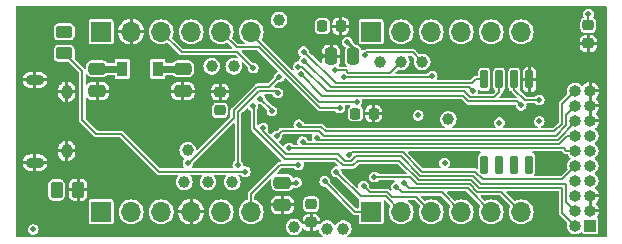
<source format=gbr>
%TF.GenerationSoftware,KiCad,Pcbnew,(7.0.0)*%
%TF.CreationDate,2023-04-02T12:15:27-04:00*%
%TF.ProjectId,H503,48353033-2e6b-4696-9361-645f70636258,rev?*%
%TF.SameCoordinates,Original*%
%TF.FileFunction,Copper,L4,Bot*%
%TF.FilePolarity,Positive*%
%FSLAX46Y46*%
G04 Gerber Fmt 4.6, Leading zero omitted, Abs format (unit mm)*
G04 Created by KiCad (PCBNEW (7.0.0)) date 2023-04-02 12:15:27*
%MOMM*%
%LPD*%
G01*
G04 APERTURE LIST*
G04 Aperture macros list*
%AMRoundRect*
0 Rectangle with rounded corners*
0 $1 Rounding radius*
0 $2 $3 $4 $5 $6 $7 $8 $9 X,Y pos of 4 corners*
0 Add a 4 corners polygon primitive as box body*
4,1,4,$2,$3,$4,$5,$6,$7,$8,$9,$2,$3,0*
0 Add four circle primitives for the rounded corners*
1,1,$1+$1,$2,$3*
1,1,$1+$1,$4,$5*
1,1,$1+$1,$6,$7*
1,1,$1+$1,$8,$9*
0 Add four rect primitives between the rounded corners*
20,1,$1+$1,$2,$3,$4,$5,0*
20,1,$1+$1,$4,$5,$6,$7,0*
20,1,$1+$1,$6,$7,$8,$9,0*
20,1,$1+$1,$8,$9,$2,$3,0*%
%AMFreePoly0*
4,1,9,3.862500,-0.866500,0.737500,-0.866500,0.737500,-0.450000,-0.737500,-0.450000,-0.737500,0.450000,0.737500,0.450000,0.737500,0.866500,3.862500,0.866500,3.862500,-0.866500,3.862500,-0.866500,$1*%
G04 Aperture macros list end*
%TA.AperFunction,ComponentPad*%
%ADD10R,1.700000X1.700000*%
%TD*%
%TA.AperFunction,ComponentPad*%
%ADD11O,1.700000X1.700000*%
%TD*%
%TA.AperFunction,ComponentPad*%
%ADD12C,1.000000*%
%TD*%
%TA.AperFunction,ComponentPad*%
%ADD13R,1.000000X1.000000*%
%TD*%
%TA.AperFunction,ComponentPad*%
%ADD14O,1.000000X1.000000*%
%TD*%
%TA.AperFunction,ComponentPad*%
%ADD15O,1.550000X0.890000*%
%TD*%
%TA.AperFunction,ComponentPad*%
%ADD16O,0.950000X1.250000*%
%TD*%
%TA.AperFunction,SMDPad,CuDef*%
%ADD17RoundRect,0.225000X-0.225000X-0.250000X0.225000X-0.250000X0.225000X0.250000X-0.225000X0.250000X0*%
%TD*%
%TA.AperFunction,SMDPad,CuDef*%
%ADD18RoundRect,0.225000X0.250000X-0.225000X0.250000X0.225000X-0.250000X0.225000X-0.250000X-0.225000X0*%
%TD*%
%TA.AperFunction,SMDPad,CuDef*%
%ADD19RoundRect,0.250000X-0.262500X-0.450000X0.262500X-0.450000X0.262500X0.450000X-0.262500X0.450000X0*%
%TD*%
%TA.AperFunction,SMDPad,CuDef*%
%ADD20RoundRect,0.225000X-0.250000X0.225000X-0.250000X-0.225000X0.250000X-0.225000X0.250000X0.225000X0*%
%TD*%
%TA.AperFunction,SMDPad,CuDef*%
%ADD21RoundRect,0.250000X-0.475000X0.250000X-0.475000X-0.250000X0.475000X-0.250000X0.475000X0.250000X0*%
%TD*%
%TA.AperFunction,SMDPad,CuDef*%
%ADD22R,0.900000X1.300000*%
%TD*%
%TA.AperFunction,SMDPad,CuDef*%
%ADD23FreePoly0,270.000000*%
%TD*%
%TA.AperFunction,SMDPad,CuDef*%
%ADD24RoundRect,0.150000X-0.150000X0.650000X-0.150000X-0.650000X0.150000X-0.650000X0.150000X0.650000X0*%
%TD*%
%TA.AperFunction,SMDPad,CuDef*%
%ADD25RoundRect,0.250000X0.250000X0.475000X-0.250000X0.475000X-0.250000X-0.475000X0.250000X-0.475000X0*%
%TD*%
%TA.AperFunction,SMDPad,CuDef*%
%ADD26RoundRect,0.250000X-0.450000X0.262500X-0.450000X-0.262500X0.450000X-0.262500X0.450000X0.262500X0*%
%TD*%
%TA.AperFunction,ViaPad*%
%ADD27C,0.508000*%
%TD*%
%TA.AperFunction,ViaPad*%
%ADD28C,0.660400*%
%TD*%
%TA.AperFunction,Conductor*%
%ADD29C,0.152451*%
%TD*%
%TA.AperFunction,Conductor*%
%ADD30C,0.609600*%
%TD*%
%TA.AperFunction,Conductor*%
%ADD31C,0.304800*%
%TD*%
%TA.AperFunction,Conductor*%
%ADD32C,0.279400*%
%TD*%
G04 APERTURE END LIST*
D10*
%TO.P,J2,1,Pin_1*%
%TO.N,/PA1*%
X96519999Y-63499999D03*
D11*
%TO.P,J2,2,Pin_2*%
%TO.N,/PA0*%
X99059999Y-63499999D03*
%TO.P,J2,3,Pin_3*%
%TO.N,/SPI1_SCK*%
X101599999Y-63499999D03*
%TO.P,J2,4,Pin_4*%
%TO.N,/SPI1_NSS*%
X104139999Y-63499999D03*
%TO.P,J2,5,Pin_5*%
%TO.N,/SPI1_MOSI*%
X106679999Y-63499999D03*
%TO.P,J2,6,Pin_6*%
%TO.N,/SPI1_MISO*%
X109219999Y-63499999D03*
%TD*%
D12*
%TO.P,TP3,1,1*%
%TO.N,/I2C2_SCL*%
X83007200Y-51181000D03*
%TD*%
D13*
%TO.P,J3,1,Pin_1*%
%TO.N,+3.3V*%
X115061999Y-64693799D03*
D14*
%TO.P,J3,2,Pin_2*%
%TO.N,/SWDIO*%
X113791999Y-64693799D03*
%TO.P,J3,3,Pin_3*%
%TO.N,GND*%
X115061999Y-63423799D03*
%TO.P,J3,4,Pin_4*%
%TO.N,/SWCLK*%
X113791999Y-63423799D03*
%TO.P,J3,5,Pin_5*%
%TO.N,GND*%
X115061999Y-62153799D03*
%TO.P,J3,6,Pin_6*%
%TO.N,unconnected-(J3-Pin_6-Pad6)*%
X113791999Y-62153799D03*
%TO.P,J3,7,Pin_7*%
%TO.N,unconnected-(J3-Pin_7-Pad7)*%
X115061999Y-60883799D03*
%TO.P,J3,8,Pin_8*%
%TO.N,unconnected-(J3-Pin_8-Pad8)*%
X113791999Y-60883799D03*
%TO.P,J3,9,Pin_9*%
%TO.N,unconnected-(J3-Pin_9-Pad9)*%
X115061999Y-59613799D03*
%TO.P,J3,10,Pin_10*%
%TO.N,/nRESET*%
X113791999Y-59613799D03*
%TO.P,J3,11,Pin_11*%
%TO.N,unconnected-(J3-Pin_11-Pad11)*%
X115061999Y-58343799D03*
%TO.P,J3,12,Pin_12*%
%TO.N,/TRACECK*%
X113791999Y-58343799D03*
%TO.P,J3,13,Pin_13*%
%TO.N,unconnected-(J3-Pin_13-Pad13)*%
X115061999Y-57073799D03*
%TO.P,J3,14,Pin_14*%
%TO.N,/TRACED0*%
X113791999Y-57073799D03*
%TO.P,J3,15,Pin_15*%
%TO.N,GND*%
X115061999Y-55803799D03*
%TO.P,J3,16,Pin_16*%
%TO.N,/TRACED1*%
X113791999Y-55803799D03*
%TO.P,J3,17,Pin_17*%
%TO.N,GND*%
X115061999Y-54533799D03*
%TO.P,J3,18,Pin_18*%
%TO.N,/TRACED2*%
X113791999Y-54533799D03*
%TO.P,J3,19,Pin_19*%
%TO.N,GND*%
X115061999Y-53263799D03*
%TO.P,J3,20,Pin_20*%
%TO.N,/TRACED3*%
X113791999Y-53263799D03*
%TD*%
D10*
%TO.P,J1,1,Pin_1*%
%TO.N,/PA9_TXD*%
X73659999Y-63499999D03*
D11*
%TO.P,J1,2,Pin_2*%
%TO.N,/PA10_RXD*%
X76199999Y-63499999D03*
%TO.P,J1,3,Pin_3*%
%TO.N,/I2C1_SCL*%
X78739999Y-63499999D03*
%TO.P,J1,4,Pin_4*%
%TO.N,GND*%
X81279999Y-63499999D03*
%TO.P,J1,5,Pin_5*%
%TO.N,/I2C1_SDA*%
X83819999Y-63499999D03*
%TO.P,J1,6,Pin_6*%
%TO.N,/PA2*%
X86359999Y-63499999D03*
%TD*%
D12*
%TO.P,TP7,1,1*%
%TO.N,/PC13*%
X89992200Y-64770000D03*
%TD*%
%TO.P,TP14,1,1*%
%TO.N,/I3C2_SCL*%
X88722200Y-47244000D03*
%TD*%
%TO.P,TP9,1,1*%
%TO.N,/PC15*%
X94157800Y-64922400D03*
%TD*%
D15*
%TO.P,J4,6,Shield*%
%TO.N,GND*%
X68041999Y-52339999D03*
D16*
X70741999Y-53339999D03*
X70741999Y-58339999D03*
D15*
X68041999Y-59339999D03*
%TD*%
D12*
%TO.P,TP6,1,1*%
%TO.N,/I3C2_SDA*%
X82702400Y-60960000D03*
%TD*%
D10*
%TO.P,J6,1,Pin_1*%
%TO.N,/OPAMP_VINM*%
X96519999Y-48259999D03*
D11*
%TO.P,J6,2,Pin_2*%
%TO.N,/OPAMP_VOUT*%
X99059999Y-48259999D03*
%TO.P,J6,3,Pin_3*%
%TO.N,/OPAMP_VINP*%
X101599999Y-48259999D03*
%TO.P,J6,4,Pin_4*%
%TO.N,/DAC_OUT1*%
X104139999Y-48259999D03*
%TO.P,J6,5,Pin_5*%
%TO.N,+3.3V*%
X106679999Y-48259999D03*
%TO.P,J6,6,Pin_6*%
%TO.N,/PA3*%
X109219999Y-48259999D03*
%TD*%
D10*
%TO.P,J5,1,Pin_1*%
%TO.N,/VIN*%
X73659999Y-48259999D03*
D11*
%TO.P,J5,2,Pin_2*%
%TO.N,GND*%
X76199999Y-48259999D03*
%TO.P,J5,3,Pin_3*%
%TO.N,/PA8*%
X78739999Y-48259999D03*
%TO.P,J5,4,Pin_4*%
%TO.N,+5V*%
X81279999Y-48259999D03*
%TO.P,J5,5,Pin_5*%
%TO.N,/ADC_INP3*%
X83819999Y-48259999D03*
%TO.P,J5,6,Pin_6*%
%TO.N,/DAC_OUT2*%
X86359999Y-48259999D03*
%TD*%
D12*
%TO.P,TP11,1,1*%
%TO.N,/ADC_INP5*%
X100838000Y-50800000D03*
%TD*%
%TO.P,TP5,1,1*%
%TO.N,/PC10*%
X80695800Y-60960000D03*
%TD*%
%TO.P,TP8,1,1*%
%TO.N,/PC14*%
X92760800Y-64922400D03*
%TD*%
%TO.P,TP12,1,1*%
%TO.N,/PB2*%
X99060000Y-50800000D03*
%TD*%
%TO.P,TP4,1,1*%
%TO.N,/I2C2_SDA*%
X84886800Y-51181000D03*
%TD*%
%TO.P,TP1,1,1*%
%TO.N,/PH1*%
X103047800Y-55676800D03*
%TD*%
%TO.P,TP13,1,1*%
%TO.N,/PB4_TXD2*%
X84759800Y-60960000D03*
%TD*%
%TO.P,TP2,1,1*%
%TO.N,/ADC_INP4*%
X97282000Y-50800000D03*
%TD*%
%TO.P,TP10,1,1*%
%TO.N,/PA15_RXD2*%
X80975200Y-58293000D03*
%TD*%
D17*
%TO.P,C10,1*%
%TO.N,+3.3V*%
X92392200Y-47777400D03*
%TO.P,C10,2*%
%TO.N,GND*%
X93942200Y-47777400D03*
%TD*%
D18*
%TO.P,C14,1*%
%TO.N,+3.3V*%
X83718400Y-54902400D03*
%TO.P,C14,2*%
%TO.N,GND*%
X83718400Y-53352400D03*
%TD*%
D19*
%TO.P,R1,1*%
%TO.N,/SW1*%
X69877300Y-61645800D03*
%TO.P,R1,2*%
%TO.N,GND*%
X71702300Y-61645800D03*
%TD*%
D20*
%TO.P,C1,1*%
%TO.N,/nRESET*%
X114909600Y-47688200D03*
%TO.P,C1,2*%
%TO.N,GND*%
X114909600Y-49238200D03*
%TD*%
D17*
%TO.P,C9,1*%
%TO.N,+3.3V*%
X95185000Y-55180000D03*
%TO.P,C9,2*%
%TO.N,GND*%
X96735000Y-55180000D03*
%TD*%
D21*
%TO.P,C6,1*%
%TO.N,+3.3V*%
X80580000Y-51390000D03*
%TO.P,C6,2*%
%TO.N,GND*%
X80580000Y-53290000D03*
%TD*%
D22*
%TO.P,U1,1,VIN*%
%TO.N,+5V*%
X75449999Y-51389999D03*
D23*
%TO.P,U1,2,GND*%
%TO.N,GND*%
X76950000Y-51477500D03*
D22*
%TO.P,U1,3,VOUT*%
%TO.N,+3.3V*%
X78449999Y-51389999D03*
%TD*%
D24*
%TO.P,U3,1,~{CS}*%
%TO.N,/SPI2_NSS*%
X106095000Y-52300000D03*
%TO.P,U3,2,DO(IO1)*%
%TO.N,/SPI2_MISO*%
X107365000Y-52300000D03*
%TO.P,U3,3,IO2*%
%TO.N,/NWP*%
X108635000Y-52300000D03*
%TO.P,U3,4,GND*%
%TO.N,GND*%
X109905000Y-52300000D03*
%TO.P,U3,5,DI(IO0)*%
%TO.N,/SPI2_MOSI*%
X109905000Y-59500000D03*
%TO.P,U3,6,CLK*%
%TO.N,/SPI2_SCK*%
X108635000Y-59500000D03*
%TO.P,U3,7,IO3*%
%TO.N,/NHOLD*%
X107365000Y-59500000D03*
%TO.P,U3,8,VCC*%
%TO.N,+3.3V*%
X106095000Y-59500000D03*
%TD*%
D25*
%TO.P,C11,1*%
%TO.N,Net-(C11-Pad1)*%
X95016400Y-50342800D03*
%TO.P,C11,2*%
%TO.N,GND*%
X93116400Y-50342800D03*
%TD*%
D20*
%TO.P,C8,1*%
%TO.N,+3.3V*%
X91440000Y-62852000D03*
%TO.P,C8,2*%
%TO.N,GND*%
X91440000Y-64402000D03*
%TD*%
D26*
%TO.P,R9,1*%
%TO.N,Net-(D1-A)*%
X70535800Y-48261900D03*
%TO.P,R9,2*%
%TO.N,/LED*%
X70535800Y-50086900D03*
%TD*%
D21*
%TO.P,C12,1*%
%TO.N,Net-(C12-Pad1)*%
X89001600Y-61026000D03*
%TO.P,C12,2*%
%TO.N,GND*%
X89001600Y-62926000D03*
%TD*%
%TO.P,C3,1*%
%TO.N,+5V*%
X73320000Y-51390000D03*
%TO.P,C3,2*%
%TO.N,GND*%
X73320000Y-53290000D03*
%TD*%
D27*
%TO.N,GND*%
X91389200Y-60452000D03*
D28*
%TO.N,+5V*%
X75450000Y-51390000D03*
X73320000Y-51390000D03*
D27*
%TO.N,GND*%
X97921992Y-59908008D03*
X92379800Y-50344006D03*
X89916000Y-53467000D03*
X83515200Y-57759600D03*
X93942200Y-47777400D03*
X105537000Y-55841600D03*
X100875000Y-59395000D03*
X89000394Y-62915800D03*
X86563200Y-57200800D03*
D28*
X71932800Y-57150000D03*
D27*
X111658400Y-59385200D03*
X78206600Y-57251600D03*
X109905000Y-52300000D03*
X67537200Y-48260000D03*
X71702300Y-61645800D03*
D28*
X69529800Y-57140000D03*
D27*
X85115400Y-62255400D03*
X81864200Y-57708800D03*
X89814400Y-57277000D03*
X83718400Y-53352400D03*
X104250000Y-59395000D03*
X87934800Y-58623200D03*
X98679000Y-55575200D03*
D28*
X76936600Y-52933600D03*
D27*
X96735000Y-55180000D03*
X90881200Y-47726600D03*
X75283700Y-58851800D03*
X77825600Y-61239400D03*
D28*
X76950000Y-51477500D03*
X80580000Y-53290000D03*
D27*
X93243400Y-55702200D03*
X91440000Y-64402000D03*
X114909600Y-50163200D03*
X83464400Y-59359800D03*
D28*
X73320000Y-53290000D03*
D27*
X102844600Y-50647600D03*
X73562500Y-56100000D03*
X79781400Y-58978800D03*
D28*
X76936600Y-54330600D03*
D27*
%TO.N,+3.3V*%
X92392200Y-47777400D03*
X83718400Y-54902400D03*
X110744000Y-55854600D03*
X106095000Y-59500000D03*
X107365800Y-55958100D03*
D28*
X80580000Y-51390000D03*
D27*
X95185000Y-55180000D03*
X102725000Y-59395000D03*
X67900000Y-65000000D03*
D28*
X78450000Y-51390000D03*
D27*
X100500000Y-55342500D03*
X91440000Y-62852000D03*
%TO.N,/PA10_RXD*%
X88112600Y-54965600D03*
X87122353Y-53924553D03*
%TO.N,/nRESET*%
X94630053Y-58689053D03*
X114909600Y-46763200D03*
%TO.N,Net-(D1-A)*%
X70537200Y-48260000D03*
%TO.N,Net-(C11-Pad1)*%
X94488000Y-49123600D03*
%TO.N,Net-(C12-Pad1)*%
X90180200Y-61026000D03*
%TO.N,/SWDIO*%
X86512753Y-54529322D03*
%TO.N,/SWCLK*%
X87361653Y-56427747D03*
%TO.N,/TRACECK*%
X89564255Y-58112051D03*
%TO.N,/TRACED0*%
X90703400Y-57556400D03*
%TO.N,/TRACED1*%
X91932703Y-57229875D03*
%TO.N,/TRACED2*%
X88513309Y-57080963D03*
%TO.N,/TRACED3*%
X90398600Y-56132403D03*
%TO.N,/SPI1_SCK*%
X95870990Y-61329610D03*
%TO.N,/SPI1_NSS*%
X98659593Y-61392300D03*
%TO.N,/SPI1_MISO*%
X96797531Y-60559730D03*
%TO.N,/SPI1_MOSI*%
X99299000Y-61089455D03*
%TO.N,/DAC_OUT2*%
X95275400Y-54190478D03*
%TO.N,/ADC_INP3*%
X93854243Y-54720203D03*
%TO.N,/OPAMP_VINP*%
X94186270Y-52073070D03*
X101676200Y-52022875D03*
%TO.N,/ADC_INP5*%
X95969900Y-50247401D03*
%TO.N,/PB2*%
X93487340Y-51510827D03*
%TO.N,/SPI2_NSS*%
X90797910Y-49947219D03*
%TO.N,/SPI2_SCK*%
X90867897Y-50711703D03*
X105119573Y-53279573D03*
X108661200Y-59537600D03*
%TO.N,/SPI2_MISO*%
X90358939Y-51203149D03*
%TO.N,/SPI2_MOSI*%
X109905800Y-59512200D03*
X109220000Y-54488700D03*
X90575823Y-51876588D03*
%TO.N,/SW1*%
X69877300Y-61645800D03*
%TO.N,/I2C1_SCL*%
X81000600Y-59385200D03*
X88729867Y-52067167D03*
%TO.N,/I2C1_SDA*%
X85231368Y-59566675D03*
X88620600Y-53452087D03*
%TO.N,/NWP*%
X110744000Y-54029600D03*
%TO.N,/NHOLD*%
X107365000Y-59500000D03*
%TO.N,/PA0*%
X93546730Y-60101454D03*
%TO.N,/PA1*%
X92583000Y-60909200D03*
%TO.N,/PA2*%
X90347800Y-59524452D03*
%TO.N,/PA8*%
X86533283Y-51326836D03*
%TO.N,/LED*%
X85852000Y-60096400D03*
%TD*%
D29*
%TO.N,/PA10_RXD*%
X88112600Y-54914800D02*
X87122353Y-53924553D01*
X88112600Y-54965600D02*
X88112600Y-54914800D01*
%TO.N,/SPI1_SCK*%
X100311106Y-62211106D02*
X101600000Y-63500000D01*
X98269546Y-62211106D02*
X100311106Y-62211106D01*
X95870990Y-61329610D02*
X96378505Y-61837125D01*
X96378505Y-61837125D02*
X97895565Y-61837125D01*
X97895565Y-61837125D02*
X98269546Y-62211106D01*
%TO.N,/SPI1_NSS*%
X102498655Y-61858655D02*
X104140000Y-63500000D01*
X98659593Y-61392300D02*
X99125948Y-61858655D01*
X99125948Y-61858655D02*
X102498655Y-61858655D01*
%TO.N,/SWDIO*%
X112663324Y-63565124D02*
X113792000Y-64693800D01*
X112663324Y-61464851D02*
X112663324Y-63565124D01*
X105660198Y-61464851D02*
X112663324Y-61464851D01*
X104996649Y-60801302D02*
X105660198Y-61464851D01*
X100534570Y-60801302D02*
X104996649Y-60801302D01*
X98902672Y-59169404D02*
X100534570Y-60801302D01*
X95397994Y-59169404D02*
X98902672Y-59169404D01*
X93513327Y-58994727D02*
X94090329Y-59571729D01*
X94090329Y-59571729D02*
X94995669Y-59571729D01*
X89179487Y-58994727D02*
X93513327Y-58994727D01*
X94995669Y-59571729D02*
X95397994Y-59169404D01*
X86592260Y-54608829D02*
X86592260Y-56407500D01*
X86512753Y-54529322D02*
X86592260Y-54608829D01*
X86592260Y-56407500D02*
X89179487Y-58994727D01*
%TO.N,/SWCLK*%
X113015775Y-62647575D02*
X113792000Y-63423800D01*
X113015775Y-61112400D02*
X113015775Y-62647575D01*
X105806187Y-61112400D02*
X113015775Y-61112400D01*
X105142638Y-60448851D02*
X105806187Y-61112400D01*
X100680559Y-60448851D02*
X105142638Y-60448851D01*
X99048661Y-58816953D02*
X100680559Y-60448851D01*
X95252005Y-58816953D02*
X99048661Y-58816953D01*
X94849680Y-59219278D02*
X95252005Y-58816953D01*
X89325476Y-58642276D02*
X93719676Y-58642276D01*
X93719676Y-58642276D02*
X94296678Y-59219278D01*
X94296678Y-59219278D02*
X94849680Y-59219278D01*
X87361653Y-56427747D02*
X87361653Y-56678453D01*
X87361653Y-56678453D02*
X89325476Y-58642276D01*
%TO.N,/SPI2_MOSI*%
X108893549Y-54162249D02*
X109220000Y-54488700D01*
X104753957Y-54162249D02*
X108893549Y-54162249D01*
X104252461Y-53660753D02*
X104753957Y-54162249D01*
X92359988Y-53660753D02*
X104252461Y-53660753D01*
X90575823Y-51876588D02*
X92359988Y-53660753D01*
%TO.N,/I2C1_SDA*%
X86592128Y-53704926D02*
X87033254Y-53263800D01*
X86587297Y-53704926D02*
X86592128Y-53704926D01*
X85232075Y-55060148D02*
X86587297Y-53704926D01*
X85232075Y-59565968D02*
X85232075Y-55060148D01*
X87033254Y-53263800D02*
X88432313Y-53263800D01*
X88432313Y-53263800D02*
X88620600Y-53452087D01*
X85231368Y-59566675D02*
X85232075Y-59565968D01*
%TO.N,/PA2*%
X88811548Y-59524452D02*
X86360000Y-61976000D01*
X90347800Y-59524452D02*
X88811548Y-59524452D01*
X86360000Y-61976000D02*
X86360000Y-63500000D01*
%TO.N,/SPI1_MOSI*%
X99299000Y-61089455D02*
X99715749Y-61506204D01*
X99715749Y-61506204D02*
X104686204Y-61506204D01*
X104686204Y-61506204D02*
X106680000Y-63500000D01*
%TO.N,/PA1*%
X95173800Y-63500000D02*
X96520000Y-63500000D01*
X92583000Y-60909200D02*
X95173800Y-63500000D01*
%TO.N,/PA0*%
X97749576Y-62189576D02*
X99060000Y-63500000D01*
X93546730Y-60101454D02*
X95634852Y-62189576D01*
X95634852Y-62189576D02*
X97749576Y-62189576D01*
%TO.N,/TRACED3*%
X112663324Y-54392476D02*
X113792000Y-53263800D01*
X112663324Y-56046756D02*
X112663324Y-54392476D01*
X90398600Y-56132403D02*
X90575874Y-56309677D01*
X90575874Y-56309677D02*
X92260798Y-56309677D01*
X92653367Y-56702247D02*
X112007833Y-56702247D01*
X92260798Y-56309677D02*
X92653367Y-56702247D01*
X112007833Y-56702247D02*
X112663324Y-56046756D01*
D30*
%TO.N,+5V*%
X75450000Y-51390000D02*
X73320000Y-51390000D01*
D31*
%TO.N,GND*%
X93116400Y-50342800D02*
X92381006Y-50342800D01*
X92381006Y-50342800D02*
X92379800Y-50344006D01*
D29*
X114909600Y-49238200D02*
X114909600Y-50163200D01*
D30*
%TO.N,+3.3V*%
X78450000Y-51390000D02*
X80580000Y-51390000D01*
D29*
%TO.N,/nRESET*%
X94854604Y-58464502D02*
X99194650Y-58464502D01*
X94630053Y-58689053D02*
X94854604Y-58464502D01*
X105288627Y-60096400D02*
X105952176Y-60759949D01*
X114909600Y-46763200D02*
X114909600Y-47688200D01*
X99194650Y-58464502D02*
X100826548Y-60096400D01*
X100826548Y-60096400D02*
X105288627Y-60096400D01*
X112696651Y-60759949D02*
X113792000Y-59664600D01*
X105952176Y-60759949D02*
X112696651Y-60759949D01*
D31*
%TO.N,Net-(C11-Pad1)*%
X95016400Y-50342800D02*
X95016400Y-49652000D01*
X95016400Y-49652000D02*
X94488000Y-49123600D01*
D32*
%TO.N,Net-(C12-Pad1)*%
X89001600Y-61026000D02*
X90180200Y-61026000D01*
D29*
%TO.N,/TRACECK*%
X113042700Y-58343800D02*
X113792000Y-58343800D01*
X112810951Y-58112051D02*
X113042700Y-58343800D01*
X89564255Y-58112051D02*
X112810951Y-58112051D01*
%TO.N,/TRACED0*%
X90703400Y-57556400D02*
X90906600Y-57759600D01*
X90906600Y-57759600D02*
X112445800Y-57759600D01*
X112445800Y-57759600D02*
X113131600Y-57073800D01*
X113131600Y-57073800D02*
X113792000Y-57073800D01*
%TO.N,/TRACED1*%
X91932703Y-57229875D02*
X92109977Y-57407149D01*
X112299811Y-57407149D02*
X113792000Y-55914960D01*
X92109977Y-57407149D02*
X112299811Y-57407149D01*
%TO.N,/TRACED2*%
X88513309Y-57080963D02*
X88932144Y-56662128D01*
X92114808Y-56662128D02*
X92507378Y-57054698D01*
X113015775Y-55310025D02*
X113792000Y-54533800D01*
X113015775Y-56192745D02*
X113015775Y-55310025D01*
X92507378Y-57054698D02*
X112153822Y-57054698D01*
X88932144Y-56662128D02*
X92114808Y-56662128D01*
X112153822Y-57054698D02*
X113015775Y-56192745D01*
%TO.N,/SPI1_MISO*%
X99794558Y-60559730D02*
X100388581Y-61153753D01*
X105514209Y-61817302D02*
X107537302Y-61817302D01*
X96797531Y-60559730D02*
X99794558Y-60559730D01*
X107537302Y-61817302D02*
X109220000Y-63500000D01*
X100388581Y-61153753D02*
X104850660Y-61153753D01*
X104850660Y-61153753D02*
X105514209Y-61817302D01*
%TO.N,/DAC_OUT2*%
X95275400Y-54190478D02*
X92140568Y-54190478D01*
X92140568Y-54190478D02*
X86360000Y-48409910D01*
%TO.N,/ADC_INP3*%
X93854243Y-54720203D02*
X92171853Y-54720203D01*
X87007050Y-49555400D02*
X85115400Y-49555400D01*
X92171853Y-54720203D02*
X87007050Y-49555400D01*
X85115400Y-49555400D02*
X83820000Y-48260000D01*
%TO.N,/OPAMP_VINP*%
X101626005Y-52073070D02*
X94186270Y-52073070D01*
X101676200Y-52022875D02*
X101626005Y-52073070D01*
%TO.N,/ADC_INP5*%
X96204701Y-50012600D02*
X100050600Y-50012600D01*
X95969900Y-50247401D02*
X96204701Y-50012600D01*
X100050600Y-50012600D02*
X100838000Y-50800000D01*
%TO.N,/PB2*%
X94577452Y-51714400D02*
X98145600Y-51714400D01*
X93487340Y-51510827D02*
X94373879Y-51510827D01*
X94373879Y-51510827D02*
X94577452Y-51714400D01*
X98145600Y-51714400D02*
X99060000Y-50800000D01*
%TO.N,/SPI2_NSS*%
X90866619Y-49947219D02*
X93522800Y-52603400D01*
X90797910Y-49947219D02*
X90866619Y-49947219D01*
X105046600Y-52603400D02*
X105350000Y-52300000D01*
X93522800Y-52603400D02*
X105046600Y-52603400D01*
X105350000Y-52300000D02*
X106095000Y-52300000D01*
%TO.N,/SPI2_SCK*%
X104795851Y-52955851D02*
X105119573Y-53279573D01*
X93112045Y-52955851D02*
X104795851Y-52955851D01*
X90867897Y-50711703D02*
X93112045Y-52955851D01*
%TO.N,/SPI2_MISO*%
X104899946Y-53809798D02*
X106896002Y-53809798D01*
X107365000Y-53340800D02*
X107365000Y-52300000D01*
X104398450Y-53308302D02*
X104899946Y-53809798D01*
X92757390Y-53308302D02*
X104398450Y-53308302D01*
X90652237Y-51203149D02*
X92757390Y-53308302D01*
X106896002Y-53809798D02*
X107365000Y-53340800D01*
X90358939Y-51203149D02*
X90652237Y-51203149D01*
%TO.N,/I2C1_SCL*%
X81000600Y-59385200D02*
X81063946Y-59385200D01*
X86882434Y-52911349D02*
X87885685Y-52911349D01*
X84879624Y-54914159D02*
X86882434Y-52911349D01*
X81063946Y-59385200D02*
X84879624Y-55569522D01*
X87885685Y-52911349D02*
X88729867Y-52067167D01*
X84879624Y-55569522D02*
X84879624Y-54914159D01*
%TO.N,/NWP*%
X109503200Y-54029600D02*
X108635000Y-53161400D01*
X110744000Y-54029600D02*
X109503200Y-54029600D01*
X108635000Y-53161400D02*
X108635000Y-52300000D01*
%TO.N,/PA8*%
X80467200Y-49987200D02*
X78740000Y-48260000D01*
X85193647Y-49987200D02*
X80467200Y-49987200D01*
X86533283Y-51326836D02*
X85193647Y-49987200D01*
%TO.N,/LED*%
X72059800Y-55727600D02*
X73228200Y-56896000D01*
X70535800Y-50086900D02*
X72059800Y-51610900D01*
X78511400Y-60096400D02*
X85852000Y-60096400D01*
X72059800Y-51610900D02*
X72059800Y-55727600D01*
X75311000Y-56896000D02*
X78511400Y-60096400D01*
X73228200Y-56896000D02*
X75311000Y-56896000D01*
%TD*%
%TA.AperFunction,Conductor*%
%TO.N,GND*%
G36*
X98785674Y-59451863D02*
G01*
X98810112Y-59468192D01*
X99496334Y-60154414D01*
X99516950Y-60192982D01*
X99512663Y-60236504D01*
X99484919Y-60270310D01*
X99443070Y-60283005D01*
X97193539Y-60283005D01*
X97162247Y-60276198D01*
X97136611Y-60257007D01*
X97120797Y-60238757D01*
X97098226Y-60212709D01*
X97093696Y-60209797D01*
X97093694Y-60209796D01*
X96992809Y-60144962D01*
X96992807Y-60144961D01*
X96988279Y-60142051D01*
X96983113Y-60140534D01*
X96868042Y-60106746D01*
X96868040Y-60106745D01*
X96862878Y-60105230D01*
X96732184Y-60105230D01*
X96727022Y-60106745D01*
X96727019Y-60106746D01*
X96611948Y-60140534D01*
X96611945Y-60140535D01*
X96606783Y-60142051D01*
X96602256Y-60144959D01*
X96602252Y-60144962D01*
X96501367Y-60209796D01*
X96501361Y-60209800D01*
X96496836Y-60212709D01*
X96493309Y-60216778D01*
X96493308Y-60216780D01*
X96414779Y-60307407D01*
X96414776Y-60307411D01*
X96411249Y-60311482D01*
X96409012Y-60316380D01*
X96409009Y-60316385D01*
X96359194Y-60425465D01*
X96359191Y-60425472D01*
X96356957Y-60430366D01*
X96356190Y-60435697D01*
X96356190Y-60435699D01*
X96345584Y-60509468D01*
X96338357Y-60559730D01*
X96339124Y-60565065D01*
X96347784Y-60625299D01*
X96356957Y-60689094D01*
X96359192Y-60693989D01*
X96359194Y-60693994D01*
X96409009Y-60803074D01*
X96411249Y-60807978D01*
X96496836Y-60906751D01*
X96606783Y-60977409D01*
X96732184Y-61014230D01*
X96857494Y-61014230D01*
X96862878Y-61014230D01*
X96988279Y-60977409D01*
X97098226Y-60906751D01*
X97136609Y-60862453D01*
X97162247Y-60843262D01*
X97193539Y-60836455D01*
X98427295Y-60836455D01*
X98472437Y-60851480D01*
X98499571Y-60890560D01*
X98497873Y-60938106D01*
X98468020Y-60975151D01*
X98363429Y-61042366D01*
X98363423Y-61042370D01*
X98358898Y-61045279D01*
X98355371Y-61049348D01*
X98355370Y-61049350D01*
X98276841Y-61139977D01*
X98276838Y-61139981D01*
X98273311Y-61144052D01*
X98271074Y-61148950D01*
X98271071Y-61148955D01*
X98221256Y-61258035D01*
X98221253Y-61258042D01*
X98219019Y-61262936D01*
X98218252Y-61268267D01*
X98218252Y-61268269D01*
X98208665Y-61334946D01*
X98200419Y-61392300D01*
X98201186Y-61397635D01*
X98208729Y-61450100D01*
X98219019Y-61521664D01*
X98221255Y-61526560D01*
X98221257Y-61526567D01*
X98253671Y-61597544D01*
X98257794Y-61648764D01*
X98228111Y-61690710D01*
X98178437Y-61703862D01*
X98131887Y-61682099D01*
X98126484Y-61676696D01*
X98122578Y-61672208D01*
X98120221Y-61667473D01*
X98088006Y-61638105D01*
X98085490Y-61635702D01*
X98075575Y-61625787D01*
X98075574Y-61625786D01*
X98073108Y-61623320D01*
X98070229Y-61621348D01*
X98067553Y-61619126D01*
X98067602Y-61619066D01*
X98063928Y-61616155D01*
X98048926Y-61602479D01*
X98048925Y-61602478D01*
X98043765Y-61597774D01*
X98037253Y-61595251D01*
X98033614Y-61593841D01*
X98018261Y-61585748D01*
X98015036Y-61583539D01*
X98015033Y-61583537D01*
X98009276Y-61579594D01*
X98002480Y-61577995D01*
X98002477Y-61577994D01*
X97982710Y-61573344D01*
X97972750Y-61570260D01*
X97953807Y-61562922D01*
X97953801Y-61562920D01*
X97947294Y-61560400D01*
X97940313Y-61560400D01*
X97936404Y-61560400D01*
X97919158Y-61558399D01*
X97915364Y-61557506D01*
X97915360Y-61557505D01*
X97908567Y-61555908D01*
X97901655Y-61556872D01*
X97901652Y-61556872D01*
X97881540Y-61559678D01*
X97871133Y-61560400D01*
X96524329Y-61560400D01*
X96495503Y-61554666D01*
X96471065Y-61538337D01*
X96348299Y-61415571D01*
X96330090Y-61386093D01*
X96327003Y-61351588D01*
X96330164Y-61329610D01*
X96311564Y-61200246D01*
X96289779Y-61152544D01*
X96259511Y-61086265D01*
X96257272Y-61081362D01*
X96171685Y-60982589D01*
X96167155Y-60979677D01*
X96167153Y-60979676D01*
X96066268Y-60914842D01*
X96066266Y-60914841D01*
X96061738Y-60911931D01*
X96054014Y-60909663D01*
X95941501Y-60876626D01*
X95941499Y-60876625D01*
X95936337Y-60875110D01*
X95805643Y-60875110D01*
X95800481Y-60876625D01*
X95800478Y-60876626D01*
X95685407Y-60910414D01*
X95685404Y-60910415D01*
X95680242Y-60911931D01*
X95675715Y-60914839D01*
X95675711Y-60914842D01*
X95574826Y-60979676D01*
X95574820Y-60979680D01*
X95570295Y-60982589D01*
X95566768Y-60986658D01*
X95566767Y-60986660D01*
X95488238Y-61077287D01*
X95488235Y-61077291D01*
X95484708Y-61081362D01*
X95482471Y-61086260D01*
X95482468Y-61086265D01*
X95432653Y-61195345D01*
X95432650Y-61195352D01*
X95430416Y-61200246D01*
X95429649Y-61205577D01*
X95429649Y-61205579D01*
X95420481Y-61269344D01*
X95411816Y-61329610D01*
X95412583Y-61334945D01*
X95412583Y-61334946D01*
X95420845Y-61392414D01*
X95413031Y-61438048D01*
X95380002Y-61470492D01*
X95334236Y-61477490D01*
X95293022Y-61456397D01*
X94024038Y-60187414D01*
X94005830Y-60157937D01*
X94002743Y-60123432D01*
X94005904Y-60101454D01*
X93987304Y-59972090D01*
X93985066Y-59967189D01*
X93985065Y-59967186D01*
X93979533Y-59955072D01*
X93974850Y-59906021D01*
X94001489Y-59864570D01*
X94048053Y-59848454D01*
X94049490Y-59848454D01*
X94066735Y-59850454D01*
X94077327Y-59852946D01*
X94104354Y-59849175D01*
X94114761Y-59848454D01*
X94945826Y-59848454D01*
X94951759Y-59848866D01*
X94956775Y-59850547D01*
X95000315Y-59848534D01*
X95003795Y-59848454D01*
X95017829Y-59848454D01*
X95021310Y-59848454D01*
X95024731Y-59847814D01*
X95028205Y-59847492D01*
X95028212Y-59847569D01*
X95032860Y-59847028D01*
X95060122Y-59845769D01*
X95070080Y-59841371D01*
X95086665Y-59836237D01*
X95087215Y-59836133D01*
X95097365Y-59834237D01*
X95120575Y-59819864D01*
X95129788Y-59815008D01*
X95154765Y-59803981D01*
X95162462Y-59796282D01*
X95176071Y-59785502D01*
X95185326Y-59779773D01*
X95201773Y-59757992D01*
X95208607Y-59750137D01*
X95490557Y-59468189D01*
X95514993Y-59451863D01*
X95543819Y-59446129D01*
X98756848Y-59446129D01*
X98785674Y-59451863D01*
G37*
%TD.AperFunction*%
%TA.AperFunction,Conductor*%
G36*
X112693953Y-58394510D02*
G01*
X112718391Y-58410839D01*
X112811781Y-58504229D01*
X112815685Y-58508715D01*
X112818044Y-58513452D01*
X112823203Y-58518155D01*
X112850246Y-58542808D01*
X112852762Y-58545210D01*
X112865157Y-58557605D01*
X112868031Y-58559573D01*
X112870715Y-58561802D01*
X112870665Y-58561861D01*
X112874334Y-58564767D01*
X112894500Y-58583151D01*
X112904648Y-58587082D01*
X112920005Y-58595177D01*
X112928989Y-58601331D01*
X112955553Y-58607578D01*
X112965521Y-58610665D01*
X112984463Y-58618004D01*
X112984464Y-58618004D01*
X112990971Y-58620525D01*
X113001862Y-58620525D01*
X113019107Y-58622525D01*
X113029699Y-58625017D01*
X113056727Y-58621247D01*
X113067134Y-58620525D01*
X113095768Y-58620525D01*
X113138557Y-58633858D01*
X113162231Y-58664074D01*
X113163449Y-58663436D01*
X113165567Y-58667472D01*
X113167182Y-58671730D01*
X113169764Y-58675471D01*
X113169767Y-58675476D01*
X113252269Y-58794999D01*
X113263817Y-58811729D01*
X113276613Y-58823065D01*
X113388758Y-58922417D01*
X113411160Y-58957843D01*
X113411160Y-58999757D01*
X113388758Y-59035183D01*
X113267226Y-59142850D01*
X113267222Y-59142854D01*
X113263817Y-59145871D01*
X113261232Y-59149614D01*
X113261230Y-59149618D01*
X113169767Y-59282123D01*
X113169762Y-59282131D01*
X113167182Y-59285870D01*
X113165568Y-59290123D01*
X113165567Y-59290127D01*
X113108476Y-59440666D01*
X113106860Y-59444928D01*
X113106311Y-59449442D01*
X113106310Y-59449450D01*
X113096556Y-59529787D01*
X113086355Y-59613800D01*
X113086904Y-59618321D01*
X113106310Y-59778149D01*
X113106311Y-59778155D01*
X113106860Y-59782672D01*
X113108474Y-59786927D01*
X113108476Y-59786936D01*
X113137906Y-59864538D01*
X113141123Y-59907058D01*
X113120738Y-59944512D01*
X112604091Y-60461161D01*
X112579653Y-60477490D01*
X112550827Y-60483224D01*
X110398783Y-60483224D01*
X110359558Y-60472205D01*
X110331808Y-60442372D01*
X110323653Y-60402453D01*
X110337478Y-60364126D01*
X110339781Y-60360899D01*
X110344198Y-60356483D01*
X110395573Y-60251393D01*
X110405500Y-60183260D01*
X110405500Y-58816740D01*
X110395573Y-58748607D01*
X110344198Y-58643517D01*
X110261483Y-58560802D01*
X110202109Y-58531776D01*
X110167181Y-58496485D01*
X110161803Y-58447124D01*
X110188313Y-58405141D01*
X110235192Y-58388776D01*
X112665127Y-58388776D01*
X112693953Y-58394510D01*
G37*
%TD.AperFunction*%
%TA.AperFunction,Conductor*%
G36*
X105811687Y-58405141D02*
G01*
X105838197Y-58447124D01*
X105832819Y-58496485D01*
X105797891Y-58531776D01*
X105744127Y-58558059D01*
X105744124Y-58558060D01*
X105738517Y-58560802D01*
X105734103Y-58565215D01*
X105734100Y-58565218D01*
X105660218Y-58639100D01*
X105660215Y-58639103D01*
X105655802Y-58643517D01*
X105653060Y-58649124D01*
X105653059Y-58649127D01*
X105606995Y-58743352D01*
X105606993Y-58743357D01*
X105604427Y-58748607D01*
X105603584Y-58754388D01*
X105603583Y-58754394D01*
X105595776Y-58807981D01*
X105594500Y-58816740D01*
X105594500Y-58819467D01*
X105594500Y-59829114D01*
X105582755Y-59869505D01*
X105551184Y-59897301D01*
X105509631Y-59903834D01*
X105471053Y-59887068D01*
X105468636Y-59885061D01*
X105466170Y-59882595D01*
X105463291Y-59880623D01*
X105460616Y-59878402D01*
X105460665Y-59878342D01*
X105456990Y-59875430D01*
X105441988Y-59861754D01*
X105441987Y-59861753D01*
X105436827Y-59857049D01*
X105426908Y-59853206D01*
X105426676Y-59853116D01*
X105411323Y-59845023D01*
X105408098Y-59842814D01*
X105408095Y-59842812D01*
X105402338Y-59838869D01*
X105395542Y-59837270D01*
X105395539Y-59837269D01*
X105375772Y-59832619D01*
X105365812Y-59829535D01*
X105346869Y-59822197D01*
X105346863Y-59822195D01*
X105340356Y-59819675D01*
X105333375Y-59819675D01*
X105329466Y-59819675D01*
X105312220Y-59817674D01*
X105308426Y-59816781D01*
X105308422Y-59816780D01*
X105301629Y-59815183D01*
X105294717Y-59816147D01*
X105294714Y-59816147D01*
X105274602Y-59818953D01*
X105264195Y-59819675D01*
X103123350Y-59819675D01*
X103082625Y-59807717D01*
X103054830Y-59775640D01*
X103048790Y-59733628D01*
X103066422Y-59695019D01*
X103070160Y-59690705D01*
X103111282Y-59643248D01*
X103165574Y-59524364D01*
X103184174Y-59395000D01*
X103165574Y-59265636D01*
X103160630Y-59254811D01*
X103113521Y-59151655D01*
X103111282Y-59146752D01*
X103025695Y-59047979D01*
X103021165Y-59045067D01*
X103021163Y-59045066D01*
X102920278Y-58980232D01*
X102920276Y-58980231D01*
X102915748Y-58977321D01*
X102897606Y-58971994D01*
X102795511Y-58942016D01*
X102795509Y-58942015D01*
X102790347Y-58940500D01*
X102659653Y-58940500D01*
X102654491Y-58942015D01*
X102654488Y-58942016D01*
X102539417Y-58975804D01*
X102539414Y-58975805D01*
X102534252Y-58977321D01*
X102529725Y-58980229D01*
X102529721Y-58980232D01*
X102428836Y-59045066D01*
X102428830Y-59045070D01*
X102424305Y-59047979D01*
X102420778Y-59052048D01*
X102420777Y-59052050D01*
X102342248Y-59142677D01*
X102342245Y-59142681D01*
X102338718Y-59146752D01*
X102336481Y-59151650D01*
X102336478Y-59151655D01*
X102286663Y-59260735D01*
X102286660Y-59260742D01*
X102284426Y-59265636D01*
X102283659Y-59270967D01*
X102283659Y-59270969D01*
X102268260Y-59378070D01*
X102265826Y-59395000D01*
X102266593Y-59400335D01*
X102276545Y-59469555D01*
X102284426Y-59524364D01*
X102286661Y-59529259D01*
X102286663Y-59529264D01*
X102336103Y-59637522D01*
X102338718Y-59643248D01*
X102369455Y-59678721D01*
X102383578Y-59695019D01*
X102401210Y-59733628D01*
X102395170Y-59775640D01*
X102367375Y-59807717D01*
X102326650Y-59819675D01*
X100972372Y-59819675D01*
X100943546Y-59813941D01*
X100919108Y-59797612D01*
X99638863Y-58517367D01*
X99618247Y-58478799D01*
X99622534Y-58435277D01*
X99650278Y-58401471D01*
X99692127Y-58388776D01*
X105764808Y-58388776D01*
X105811687Y-58405141D01*
G37*
%TD.AperFunction*%
%TA.AperFunction,Conductor*%
G36*
X84908849Y-55997406D02*
G01*
X84942655Y-56025150D01*
X84955350Y-56066999D01*
X84955350Y-59164885D01*
X84948543Y-59196177D01*
X84931241Y-59219288D01*
X84930673Y-59219654D01*
X84927150Y-59223719D01*
X84927145Y-59223724D01*
X84848616Y-59314352D01*
X84848613Y-59314356D01*
X84845086Y-59318427D01*
X84842849Y-59323325D01*
X84842846Y-59323330D01*
X84793031Y-59432410D01*
X84793028Y-59432417D01*
X84790794Y-59437311D01*
X84790027Y-59442642D01*
X84790027Y-59442644D01*
X84779140Y-59518363D01*
X84772194Y-59566675D01*
X84772961Y-59572010D01*
X84788812Y-59682258D01*
X84790794Y-59696039D01*
X84793030Y-59700935D01*
X84793032Y-59700942D01*
X84798565Y-59713057D01*
X84803248Y-59762108D01*
X84776609Y-59803559D01*
X84730045Y-59819675D01*
X81390459Y-59819675D01*
X81349734Y-59807717D01*
X81321939Y-59775640D01*
X81315899Y-59733628D01*
X81333530Y-59695020D01*
X81369233Y-59653816D01*
X81386882Y-59633448D01*
X81441174Y-59514564D01*
X81456958Y-59404780D01*
X81478252Y-59362240D01*
X84826758Y-56013735D01*
X84865327Y-55993119D01*
X84908849Y-55997406D01*
G37*
%TD.AperFunction*%
%TA.AperFunction,Conductor*%
G36*
X91495308Y-56954969D02*
G01*
X91521948Y-56996421D01*
X91517264Y-57045471D01*
X91494367Y-57095607D01*
X91494364Y-57095616D01*
X91492129Y-57100511D01*
X91491362Y-57105842D01*
X91491362Y-57105844D01*
X91476895Y-57206466D01*
X91473529Y-57229875D01*
X91474296Y-57235210D01*
X91487811Y-57329211D01*
X91492129Y-57359239D01*
X91494365Y-57364135D01*
X91494367Y-57364142D01*
X91499900Y-57376257D01*
X91504583Y-57425308D01*
X91477944Y-57466759D01*
X91431380Y-57482875D01*
X91215960Y-57482875D01*
X91170818Y-57467850D01*
X91144364Y-57429749D01*
X91143974Y-57427036D01*
X91089682Y-57308152D01*
X91004095Y-57209379D01*
X90999565Y-57206467D01*
X90999563Y-57206466D01*
X90898678Y-57141632D01*
X90898676Y-57141631D01*
X90894148Y-57138721D01*
X90866654Y-57130648D01*
X90773911Y-57103416D01*
X90773909Y-57103415D01*
X90768747Y-57101900D01*
X90638053Y-57101900D01*
X90632891Y-57103415D01*
X90632888Y-57103416D01*
X90517817Y-57137204D01*
X90517814Y-57137205D01*
X90512652Y-57138721D01*
X90508125Y-57141629D01*
X90508121Y-57141632D01*
X90407236Y-57206466D01*
X90407230Y-57206470D01*
X90402705Y-57209379D01*
X90399178Y-57213448D01*
X90399177Y-57213450D01*
X90320648Y-57304077D01*
X90320645Y-57304081D01*
X90317118Y-57308152D01*
X90314881Y-57313050D01*
X90314878Y-57313055D01*
X90265063Y-57422135D01*
X90265060Y-57422142D01*
X90262826Y-57427036D01*
X90262059Y-57432367D01*
X90262059Y-57432369D01*
X90249710Y-57518256D01*
X90244226Y-57556400D01*
X90244993Y-57561735D01*
X90258769Y-57657551D01*
X90262826Y-57685764D01*
X90265062Y-57690660D01*
X90265064Y-57690667D01*
X90282437Y-57728708D01*
X90287121Y-57777758D01*
X90260481Y-57819210D01*
X90213917Y-57835326D01*
X89960263Y-57835326D01*
X89928971Y-57828519D01*
X89903335Y-57809328D01*
X89875979Y-57777758D01*
X89864950Y-57765030D01*
X89860420Y-57762118D01*
X89860418Y-57762117D01*
X89759533Y-57697283D01*
X89759531Y-57697282D01*
X89755003Y-57694372D01*
X89742385Y-57690667D01*
X89634766Y-57659067D01*
X89634764Y-57659066D01*
X89629602Y-57657551D01*
X89498908Y-57657551D01*
X89493746Y-57659066D01*
X89493743Y-57659067D01*
X89378672Y-57692855D01*
X89378669Y-57692856D01*
X89373507Y-57694372D01*
X89368980Y-57697280D01*
X89368976Y-57697283D01*
X89268091Y-57762117D01*
X89268085Y-57762121D01*
X89263560Y-57765030D01*
X89260033Y-57769099D01*
X89260032Y-57769101D01*
X89181503Y-57859728D01*
X89181500Y-57859732D01*
X89177973Y-57863803D01*
X89175736Y-57868701D01*
X89175733Y-57868706D01*
X89147918Y-57929614D01*
X89115498Y-57964435D01*
X89068678Y-57972882D01*
X89026134Y-57951586D01*
X88690354Y-57615806D01*
X88669056Y-57573252D01*
X88677515Y-57526423D01*
X88705298Y-57500573D01*
X88704057Y-57498642D01*
X88728591Y-57482875D01*
X88814004Y-57427984D01*
X88899591Y-57329211D01*
X88953883Y-57210327D01*
X88972483Y-57080963D01*
X88969322Y-57058983D01*
X88972410Y-57024478D01*
X88990616Y-56995002D01*
X89024705Y-56960914D01*
X89049144Y-56944587D01*
X89077969Y-56938853D01*
X91448744Y-56938853D01*
X91495308Y-56954969D01*
G37*
%TD.AperFunction*%
%TA.AperFunction,Conductor*%
G36*
X116420837Y-46111592D02*
G01*
X116448408Y-46139164D01*
X116458500Y-46176827D01*
X116458500Y-65583173D01*
X116448408Y-65620837D01*
X116420837Y-65648408D01*
X116383173Y-65658500D01*
X94568241Y-65658500D01*
X94521785Y-65642469D01*
X94495103Y-65601200D01*
X94499550Y-65552258D01*
X94533235Y-65516474D01*
X94558652Y-65503134D01*
X94685983Y-65390329D01*
X94782618Y-65250330D01*
X94842940Y-65091272D01*
X94863445Y-64922400D01*
X94842940Y-64753528D01*
X94782618Y-64594470D01*
X94776241Y-64585232D01*
X94703529Y-64479891D01*
X94685983Y-64454471D01*
X94596662Y-64375340D01*
X94562059Y-64344684D01*
X94562057Y-64344682D01*
X94558652Y-64341666D01*
X94554623Y-64339551D01*
X94554621Y-64339550D01*
X94412055Y-64264725D01*
X94412054Y-64264724D01*
X94408025Y-64262610D01*
X94403606Y-64261520D01*
X94403604Y-64261520D01*
X94247282Y-64222991D01*
X94242856Y-64221900D01*
X94072744Y-64221900D01*
X94068318Y-64222990D01*
X94068317Y-64222991D01*
X93911995Y-64261520D01*
X93911990Y-64261521D01*
X93907575Y-64262610D01*
X93903548Y-64264723D01*
X93903544Y-64264725D01*
X93760978Y-64339550D01*
X93760972Y-64339553D01*
X93756948Y-64341666D01*
X93753546Y-64344679D01*
X93753540Y-64344684D01*
X93633026Y-64451450D01*
X93633022Y-64451454D01*
X93629617Y-64454471D01*
X93627032Y-64458214D01*
X93627030Y-64458218D01*
X93535567Y-64590723D01*
X93535562Y-64590731D01*
X93532982Y-64594470D01*
X93531370Y-64598720D01*
X93531365Y-64598730D01*
X93529731Y-64603041D01*
X93502090Y-64638321D01*
X93459300Y-64651655D01*
X93416510Y-64638321D01*
X93388869Y-64603041D01*
X93387234Y-64598730D01*
X93387232Y-64598727D01*
X93385618Y-64594470D01*
X93379241Y-64585232D01*
X93306529Y-64479891D01*
X93288983Y-64454471D01*
X93199662Y-64375340D01*
X93165059Y-64344684D01*
X93165057Y-64344682D01*
X93161652Y-64341666D01*
X93157623Y-64339551D01*
X93157621Y-64339550D01*
X93015055Y-64264725D01*
X93015054Y-64264724D01*
X93011025Y-64262610D01*
X93006606Y-64261520D01*
X93006604Y-64261520D01*
X92850282Y-64222991D01*
X92845856Y-64221900D01*
X92675744Y-64221900D01*
X92671318Y-64222990D01*
X92671317Y-64222991D01*
X92514995Y-64261520D01*
X92514990Y-64261521D01*
X92510575Y-64262610D01*
X92506548Y-64264723D01*
X92506544Y-64264725D01*
X92363978Y-64339550D01*
X92363972Y-64339553D01*
X92359948Y-64341666D01*
X92356546Y-64344679D01*
X92356540Y-64344684D01*
X92236026Y-64451450D01*
X92236022Y-64451454D01*
X92232617Y-64454471D01*
X92230032Y-64458214D01*
X92230030Y-64458218D01*
X92203631Y-64496464D01*
X92176644Y-64520372D01*
X92141638Y-64529000D01*
X91576916Y-64529000D01*
X91569095Y-64531095D01*
X91567000Y-64538916D01*
X91567000Y-65096084D01*
X91569095Y-65103904D01*
X91576916Y-65106000D01*
X91733797Y-65106000D01*
X91737835Y-65105783D01*
X91788177Y-65100371D01*
X91797281Y-65098220D01*
X91916874Y-65053614D01*
X91926230Y-65048505D01*
X91954221Y-65027551D01*
X92003498Y-65012640D01*
X92050843Y-65032862D01*
X92074142Y-65078771D01*
X92075660Y-65091272D01*
X92077276Y-65095533D01*
X92133332Y-65243344D01*
X92135982Y-65250330D01*
X92138564Y-65254071D01*
X92138567Y-65254076D01*
X92199583Y-65342472D01*
X92232617Y-65390329D01*
X92359948Y-65503134D01*
X92363978Y-65505249D01*
X92385365Y-65516474D01*
X92419050Y-65552258D01*
X92423497Y-65601200D01*
X92396815Y-65642469D01*
X92350359Y-65658500D01*
X66496827Y-65658500D01*
X66459164Y-65648408D01*
X66431592Y-65620837D01*
X66421500Y-65583173D01*
X66421500Y-65000000D01*
X67440826Y-65000000D01*
X67441593Y-65005335D01*
X67456035Y-65105783D01*
X67459426Y-65129364D01*
X67461661Y-65134259D01*
X67461663Y-65134264D01*
X67511478Y-65243344D01*
X67513718Y-65248248D01*
X67599305Y-65347021D01*
X67603835Y-65349932D01*
X67603836Y-65349933D01*
X67611221Y-65354679D01*
X67709252Y-65417679D01*
X67834653Y-65454500D01*
X67959963Y-65454500D01*
X67965347Y-65454500D01*
X68090748Y-65417679D01*
X68200695Y-65347021D01*
X68286282Y-65248248D01*
X68340574Y-65129364D01*
X68359174Y-65000000D01*
X68340574Y-64870636D01*
X68334871Y-64858149D01*
X68296680Y-64774521D01*
X68294615Y-64770000D01*
X89286555Y-64770000D01*
X89287104Y-64774521D01*
X89306510Y-64934349D01*
X89306511Y-64934355D01*
X89307060Y-64938872D01*
X89308676Y-64943133D01*
X89363141Y-65086749D01*
X89367382Y-65097930D01*
X89369964Y-65101671D01*
X89369967Y-65101676D01*
X89413504Y-65164749D01*
X89464017Y-65237929D01*
X89470129Y-65243344D01*
X89582560Y-65342949D01*
X89591348Y-65350734D01*
X89741975Y-65429790D01*
X89907144Y-65470500D01*
X90072697Y-65470500D01*
X90077256Y-65470500D01*
X90242425Y-65429790D01*
X90393052Y-65350734D01*
X90520383Y-65237929D01*
X90617018Y-65097930D01*
X90677340Y-64938872D01*
X90678350Y-64939255D01*
X90696414Y-64907975D01*
X90733570Y-64888502D01*
X90775381Y-64891923D01*
X90808878Y-64917177D01*
X90844585Y-64964875D01*
X90852124Y-64972414D01*
X90953765Y-65048503D01*
X90963125Y-65053614D01*
X91082718Y-65098220D01*
X91091822Y-65100371D01*
X91142164Y-65105783D01*
X91146203Y-65106000D01*
X91303084Y-65106000D01*
X91310904Y-65103904D01*
X91313000Y-65096084D01*
X91313000Y-64538916D01*
X91310904Y-64531095D01*
X91303084Y-64529000D01*
X90711000Y-64529000D01*
X90711000Y-64528817D01*
X90685763Y-64529238D01*
X90653238Y-64512581D01*
X90632380Y-64482577D01*
X90630001Y-64476303D01*
X90617018Y-64442070D01*
X90613774Y-64437371D01*
X90549797Y-64344684D01*
X90520383Y-64302071D01*
X90478633Y-64265084D01*
X90711000Y-64265084D01*
X90713095Y-64272904D01*
X90720916Y-64275000D01*
X91303084Y-64275000D01*
X91310904Y-64272904D01*
X91313000Y-64265084D01*
X91567000Y-64265084D01*
X91569095Y-64272904D01*
X91576916Y-64275000D01*
X92159084Y-64275000D01*
X92166904Y-64272904D01*
X92169000Y-64265084D01*
X92169000Y-64133203D01*
X92168783Y-64129164D01*
X92163371Y-64078822D01*
X92161220Y-64069718D01*
X92116614Y-63950125D01*
X92111503Y-63940765D01*
X92035414Y-63839124D01*
X92027875Y-63831585D01*
X91926234Y-63755496D01*
X91916874Y-63750385D01*
X91797281Y-63705779D01*
X91788177Y-63703628D01*
X91737835Y-63698216D01*
X91733797Y-63698000D01*
X91576916Y-63698000D01*
X91569095Y-63700095D01*
X91567000Y-63707916D01*
X91567000Y-64265084D01*
X91313000Y-64265084D01*
X91313000Y-63707916D01*
X91310904Y-63700095D01*
X91303084Y-63698000D01*
X91146203Y-63698000D01*
X91142164Y-63698216D01*
X91091822Y-63703628D01*
X91082718Y-63705779D01*
X90963125Y-63750385D01*
X90953765Y-63755496D01*
X90852124Y-63831585D01*
X90844585Y-63839124D01*
X90768496Y-63940765D01*
X90763385Y-63950125D01*
X90718779Y-64069718D01*
X90716628Y-64078822D01*
X90711216Y-64129164D01*
X90711000Y-64133203D01*
X90711000Y-64265084D01*
X90478633Y-64265084D01*
X90460199Y-64248753D01*
X90396459Y-64192284D01*
X90396457Y-64192282D01*
X90393052Y-64189266D01*
X90389023Y-64187151D01*
X90389021Y-64187150D01*
X90246455Y-64112325D01*
X90246454Y-64112324D01*
X90242425Y-64110210D01*
X90238006Y-64109120D01*
X90238004Y-64109120D01*
X90081682Y-64070591D01*
X90077256Y-64069500D01*
X89907144Y-64069500D01*
X89902718Y-64070590D01*
X89902717Y-64070591D01*
X89746395Y-64109120D01*
X89746390Y-64109121D01*
X89741975Y-64110210D01*
X89737948Y-64112323D01*
X89737944Y-64112325D01*
X89595378Y-64187150D01*
X89595372Y-64187153D01*
X89591348Y-64189266D01*
X89587946Y-64192279D01*
X89587940Y-64192284D01*
X89467426Y-64299050D01*
X89467422Y-64299054D01*
X89464017Y-64302071D01*
X89461432Y-64305814D01*
X89461430Y-64305818D01*
X89369967Y-64438323D01*
X89369962Y-64438331D01*
X89367382Y-64442070D01*
X89365768Y-64446323D01*
X89365767Y-64446327D01*
X89308676Y-64596866D01*
X89307060Y-64601128D01*
X89306511Y-64605642D01*
X89306510Y-64605650D01*
X89289073Y-64749266D01*
X89286555Y-64770000D01*
X68294615Y-64770000D01*
X68286282Y-64751752D01*
X68200695Y-64652979D01*
X68196165Y-64650067D01*
X68196163Y-64650066D01*
X68095278Y-64585232D01*
X68095276Y-64585231D01*
X68090748Y-64582321D01*
X68085582Y-64580804D01*
X67970511Y-64547016D01*
X67970509Y-64547015D01*
X67965347Y-64545500D01*
X67834653Y-64545500D01*
X67829491Y-64547015D01*
X67829488Y-64547016D01*
X67714417Y-64580804D01*
X67714414Y-64580805D01*
X67709252Y-64582321D01*
X67704725Y-64585229D01*
X67704721Y-64585232D01*
X67603836Y-64650066D01*
X67603830Y-64650070D01*
X67599305Y-64652979D01*
X67595778Y-64657048D01*
X67595777Y-64657050D01*
X67517248Y-64747677D01*
X67517245Y-64747681D01*
X67513718Y-64751752D01*
X67511481Y-64756650D01*
X67511478Y-64756655D01*
X67461663Y-64865735D01*
X67461660Y-64865742D01*
X67459426Y-64870636D01*
X67440826Y-65000000D01*
X66421500Y-65000000D01*
X66421500Y-64369748D01*
X72609500Y-64369748D01*
X72610219Y-64373366D01*
X72610220Y-64373369D01*
X72619685Y-64420955D01*
X72619686Y-64420958D01*
X72621133Y-64428231D01*
X72625253Y-64434397D01*
X72625254Y-64434399D01*
X72657446Y-64482577D01*
X72665448Y-64494552D01*
X72671614Y-64498672D01*
X72720137Y-64531095D01*
X72731769Y-64538867D01*
X72790252Y-64550500D01*
X74526054Y-64550500D01*
X74529748Y-64550500D01*
X74588231Y-64538867D01*
X74654552Y-64494552D01*
X74698867Y-64428231D01*
X74710500Y-64369748D01*
X74710500Y-63500000D01*
X75144417Y-63500000D01*
X75144780Y-63503686D01*
X75164337Y-63702255D01*
X75164338Y-63702261D01*
X75164700Y-63705934D01*
X75165769Y-63709460D01*
X75165771Y-63709467D01*
X75189235Y-63786817D01*
X75224768Y-63903954D01*
X75226508Y-63907209D01*
X75226510Y-63907214D01*
X75278743Y-64004933D01*
X75322315Y-64086450D01*
X75453590Y-64246410D01*
X75613550Y-64377685D01*
X75796046Y-64475232D01*
X75994066Y-64535300D01*
X76200000Y-64555583D01*
X76405934Y-64535300D01*
X76603954Y-64475232D01*
X76786450Y-64377685D01*
X76946410Y-64246410D01*
X77077685Y-64086450D01*
X77175232Y-63903954D01*
X77235300Y-63705934D01*
X77255583Y-63500000D01*
X77684417Y-63500000D01*
X77684780Y-63503686D01*
X77704337Y-63702255D01*
X77704338Y-63702261D01*
X77704700Y-63705934D01*
X77705769Y-63709460D01*
X77705771Y-63709467D01*
X77729235Y-63786817D01*
X77764768Y-63903954D01*
X77766508Y-63907209D01*
X77766510Y-63907214D01*
X77818743Y-64004933D01*
X77862315Y-64086450D01*
X77993590Y-64246410D01*
X78153550Y-64377685D01*
X78336046Y-64475232D01*
X78534066Y-64535300D01*
X78740000Y-64555583D01*
X78945934Y-64535300D01*
X79143954Y-64475232D01*
X79326450Y-64377685D01*
X79486410Y-64246410D01*
X79617685Y-64086450D01*
X79715232Y-63903954D01*
X79775300Y-63705934D01*
X79782044Y-63637460D01*
X80184007Y-63637460D01*
X80189826Y-63700259D01*
X80191102Y-63707084D01*
X80245186Y-63897167D01*
X80247692Y-63903635D01*
X80335789Y-64080558D01*
X80339434Y-64086445D01*
X80458539Y-64244167D01*
X80463212Y-64249293D01*
X80609268Y-64382440D01*
X80614803Y-64386620D01*
X80782827Y-64490655D01*
X80789053Y-64493755D01*
X80973325Y-64565143D01*
X80980015Y-64567046D01*
X81142087Y-64597343D01*
X81150546Y-64596427D01*
X81153000Y-64588282D01*
X81407000Y-64588282D01*
X81409453Y-64596427D01*
X81417912Y-64597343D01*
X81579984Y-64567046D01*
X81586674Y-64565143D01*
X81770946Y-64493755D01*
X81777172Y-64490655D01*
X81945196Y-64386620D01*
X81950731Y-64382440D01*
X82096787Y-64249293D01*
X82101460Y-64244167D01*
X82220565Y-64086445D01*
X82224210Y-64080558D01*
X82312307Y-63903635D01*
X82314813Y-63897167D01*
X82368897Y-63707084D01*
X82370173Y-63700259D01*
X82375992Y-63637460D01*
X82374463Y-63629278D01*
X82366455Y-63627000D01*
X81416916Y-63627000D01*
X81409095Y-63629095D01*
X81407000Y-63636916D01*
X81407000Y-64588282D01*
X81153000Y-64588282D01*
X81153000Y-63636916D01*
X81150904Y-63629095D01*
X81143084Y-63627000D01*
X80193545Y-63627000D01*
X80185536Y-63629278D01*
X80184007Y-63637460D01*
X79782044Y-63637460D01*
X79795583Y-63500000D01*
X82764417Y-63500000D01*
X82764780Y-63503686D01*
X82784337Y-63702255D01*
X82784338Y-63702261D01*
X82784700Y-63705934D01*
X82785769Y-63709460D01*
X82785771Y-63709467D01*
X82809235Y-63786817D01*
X82844768Y-63903954D01*
X82846508Y-63907209D01*
X82846510Y-63907214D01*
X82898743Y-64004933D01*
X82942315Y-64086450D01*
X83073590Y-64246410D01*
X83233550Y-64377685D01*
X83416046Y-64475232D01*
X83614066Y-64535300D01*
X83820000Y-64555583D01*
X84025934Y-64535300D01*
X84223954Y-64475232D01*
X84406450Y-64377685D01*
X84566410Y-64246410D01*
X84697685Y-64086450D01*
X84795232Y-63903954D01*
X84855300Y-63705934D01*
X84875583Y-63500000D01*
X84855300Y-63294066D01*
X84795232Y-63096046D01*
X84697685Y-62913550D01*
X84566410Y-62753590D01*
X84540610Y-62732417D01*
X84415585Y-62629812D01*
X84406450Y-62622315D01*
X84363922Y-62599583D01*
X84227214Y-62526510D01*
X84227209Y-62526508D01*
X84223954Y-62524768D01*
X84180591Y-62511614D01*
X84029467Y-62465771D01*
X84029460Y-62465769D01*
X84025934Y-62464700D01*
X84022261Y-62464338D01*
X84022255Y-62464337D01*
X83823686Y-62444780D01*
X83820000Y-62444417D01*
X83816314Y-62444780D01*
X83617744Y-62464337D01*
X83617736Y-62464338D01*
X83614066Y-62464700D01*
X83610541Y-62465769D01*
X83610532Y-62465771D01*
X83419579Y-62523696D01*
X83419576Y-62523697D01*
X83416046Y-62524768D01*
X83412793Y-62526506D01*
X83412785Y-62526510D01*
X83236812Y-62620571D01*
X83236808Y-62620573D01*
X83233550Y-62622315D01*
X83230697Y-62624656D01*
X83230693Y-62624659D01*
X83076445Y-62751246D01*
X83076439Y-62751251D01*
X83073590Y-62753590D01*
X83071251Y-62756439D01*
X83071246Y-62756445D01*
X82944659Y-62910693D01*
X82944656Y-62910697D01*
X82942315Y-62913550D01*
X82940573Y-62916808D01*
X82940571Y-62916812D01*
X82846510Y-63092785D01*
X82846506Y-63092793D01*
X82844768Y-63096046D01*
X82843697Y-63099576D01*
X82843696Y-63099579D01*
X82785771Y-63290532D01*
X82785769Y-63290541D01*
X82784700Y-63294066D01*
X82784338Y-63297736D01*
X82784337Y-63297744D01*
X82772791Y-63414977D01*
X82764417Y-63500000D01*
X79795583Y-63500000D01*
X79782044Y-63362539D01*
X80184007Y-63362539D01*
X80185536Y-63370721D01*
X80193545Y-63373000D01*
X81143084Y-63373000D01*
X81150904Y-63370904D01*
X81153000Y-63363084D01*
X81407000Y-63363084D01*
X81409095Y-63370904D01*
X81416916Y-63373000D01*
X82366455Y-63373000D01*
X82374463Y-63370721D01*
X82375992Y-63362539D01*
X82370173Y-63299740D01*
X82368897Y-63292915D01*
X82314813Y-63102832D01*
X82312307Y-63096364D01*
X82224210Y-62919441D01*
X82220565Y-62913554D01*
X82101460Y-62755832D01*
X82096787Y-62750706D01*
X81950731Y-62617559D01*
X81945196Y-62613379D01*
X81777172Y-62509344D01*
X81770946Y-62506244D01*
X81586674Y-62434856D01*
X81579984Y-62432953D01*
X81417912Y-62402656D01*
X81409453Y-62403572D01*
X81407000Y-62411718D01*
X81407000Y-63363084D01*
X81153000Y-63363084D01*
X81153000Y-62411718D01*
X81150546Y-62403572D01*
X81142087Y-62402656D01*
X80980015Y-62432953D01*
X80973325Y-62434856D01*
X80789053Y-62506244D01*
X80782827Y-62509344D01*
X80614803Y-62613379D01*
X80609268Y-62617559D01*
X80463212Y-62750706D01*
X80458539Y-62755832D01*
X80339434Y-62913554D01*
X80335789Y-62919441D01*
X80247692Y-63096364D01*
X80245186Y-63102832D01*
X80191102Y-63292915D01*
X80189826Y-63299740D01*
X80184007Y-63362539D01*
X79782044Y-63362539D01*
X79775300Y-63294066D01*
X79715232Y-63096046D01*
X79617685Y-62913550D01*
X79486410Y-62753590D01*
X79460610Y-62732417D01*
X79335585Y-62629812D01*
X79326450Y-62622315D01*
X79283922Y-62599583D01*
X79147214Y-62526510D01*
X79147209Y-62526508D01*
X79143954Y-62524768D01*
X79100591Y-62511614D01*
X78949467Y-62465771D01*
X78949460Y-62465769D01*
X78945934Y-62464700D01*
X78942261Y-62464338D01*
X78942255Y-62464337D01*
X78743686Y-62444780D01*
X78740000Y-62444417D01*
X78736314Y-62444780D01*
X78537744Y-62464337D01*
X78537736Y-62464338D01*
X78534066Y-62464700D01*
X78530541Y-62465769D01*
X78530532Y-62465771D01*
X78339579Y-62523696D01*
X78339576Y-62523697D01*
X78336046Y-62524768D01*
X78332793Y-62526506D01*
X78332785Y-62526510D01*
X78156812Y-62620571D01*
X78156808Y-62620573D01*
X78153550Y-62622315D01*
X78150697Y-62624656D01*
X78150693Y-62624659D01*
X77996445Y-62751246D01*
X77996439Y-62751251D01*
X77993590Y-62753590D01*
X77991251Y-62756439D01*
X77991246Y-62756445D01*
X77864659Y-62910693D01*
X77864656Y-62910697D01*
X77862315Y-62913550D01*
X77860573Y-62916808D01*
X77860571Y-62916812D01*
X77766510Y-63092785D01*
X77766506Y-63092793D01*
X77764768Y-63096046D01*
X77763697Y-63099576D01*
X77763696Y-63099579D01*
X77705771Y-63290532D01*
X77705769Y-63290541D01*
X77704700Y-63294066D01*
X77704338Y-63297736D01*
X77704337Y-63297744D01*
X77692791Y-63414977D01*
X77684417Y-63500000D01*
X77255583Y-63500000D01*
X77235300Y-63294066D01*
X77175232Y-63096046D01*
X77077685Y-62913550D01*
X76946410Y-62753590D01*
X76920610Y-62732417D01*
X76795585Y-62629812D01*
X76786450Y-62622315D01*
X76743922Y-62599583D01*
X76607214Y-62526510D01*
X76607209Y-62526508D01*
X76603954Y-62524768D01*
X76560591Y-62511614D01*
X76409467Y-62465771D01*
X76409460Y-62465769D01*
X76405934Y-62464700D01*
X76402261Y-62464338D01*
X76402255Y-62464337D01*
X76203686Y-62444780D01*
X76200000Y-62444417D01*
X76196314Y-62444780D01*
X75997744Y-62464337D01*
X75997736Y-62464338D01*
X75994066Y-62464700D01*
X75990541Y-62465769D01*
X75990532Y-62465771D01*
X75799579Y-62523696D01*
X75799576Y-62523697D01*
X75796046Y-62524768D01*
X75792793Y-62526506D01*
X75792785Y-62526510D01*
X75616812Y-62620571D01*
X75616808Y-62620573D01*
X75613550Y-62622315D01*
X75610697Y-62624656D01*
X75610693Y-62624659D01*
X75456445Y-62751246D01*
X75456439Y-62751251D01*
X75453590Y-62753590D01*
X75451251Y-62756439D01*
X75451246Y-62756445D01*
X75324659Y-62910693D01*
X75324656Y-62910697D01*
X75322315Y-62913550D01*
X75320573Y-62916808D01*
X75320571Y-62916812D01*
X75226510Y-63092785D01*
X75226506Y-63092793D01*
X75224768Y-63096046D01*
X75223697Y-63099576D01*
X75223696Y-63099579D01*
X75165771Y-63290532D01*
X75165769Y-63290541D01*
X75164700Y-63294066D01*
X75164338Y-63297736D01*
X75164337Y-63297744D01*
X75152791Y-63414977D01*
X75144417Y-63500000D01*
X74710500Y-63500000D01*
X74710500Y-62630252D01*
X74698867Y-62571769D01*
X74654552Y-62505448D01*
X74639275Y-62495240D01*
X74594399Y-62465254D01*
X74594397Y-62465253D01*
X74588231Y-62461133D01*
X74580958Y-62459686D01*
X74580955Y-62459685D01*
X74533369Y-62450220D01*
X74533366Y-62450219D01*
X74529748Y-62449500D01*
X72790252Y-62449500D01*
X72786634Y-62450219D01*
X72786630Y-62450220D01*
X72739044Y-62459685D01*
X72739039Y-62459686D01*
X72731769Y-62461133D01*
X72725604Y-62465252D01*
X72725600Y-62465254D01*
X72671614Y-62501327D01*
X72671611Y-62501329D01*
X72665448Y-62505448D01*
X72661329Y-62511611D01*
X72661327Y-62511614D01*
X72625254Y-62565600D01*
X72625252Y-62565604D01*
X72621133Y-62571769D01*
X72619686Y-62579039D01*
X72619685Y-62579044D01*
X72610387Y-62625792D01*
X72609500Y-62630252D01*
X72609500Y-64369748D01*
X66421500Y-64369748D01*
X66421500Y-62150066D01*
X69164300Y-62150066D01*
X69164463Y-62151805D01*
X69164464Y-62151824D01*
X69166697Y-62175634D01*
X69167154Y-62180499D01*
X69168666Y-62184821D01*
X69168667Y-62184824D01*
X69203061Y-62283117D01*
X69212007Y-62308682D01*
X69215358Y-62313223D01*
X69215359Y-62313224D01*
X69281898Y-62403381D01*
X69292650Y-62417950D01*
X69401918Y-62498593D01*
X69530101Y-62543446D01*
X69560534Y-62546300D01*
X70192299Y-62546300D01*
X70194066Y-62546300D01*
X70224499Y-62543446D01*
X70352682Y-62498593D01*
X70461950Y-62417950D01*
X70542593Y-62308682D01*
X70587446Y-62180499D01*
X70590300Y-62150066D01*
X70590300Y-62142000D01*
X70935801Y-62142000D01*
X70936015Y-62146004D01*
X70941749Y-62199347D01*
X70943901Y-62208454D01*
X70991018Y-62334777D01*
X70996128Y-62344136D01*
X71076525Y-62451535D01*
X71084064Y-62459074D01*
X71191463Y-62539471D01*
X71200822Y-62544581D01*
X71327147Y-62591699D01*
X71336252Y-62593850D01*
X71389573Y-62599583D01*
X71393612Y-62599800D01*
X71565384Y-62599800D01*
X71573204Y-62597704D01*
X71575300Y-62589884D01*
X71575300Y-62589883D01*
X71829300Y-62589883D01*
X71831395Y-62597703D01*
X71839216Y-62599799D01*
X72011000Y-62599799D01*
X72015004Y-62599584D01*
X72068347Y-62593850D01*
X72077454Y-62591698D01*
X72203777Y-62544581D01*
X72213136Y-62539471D01*
X72320535Y-62459074D01*
X72328074Y-62451535D01*
X72408471Y-62344136D01*
X72413581Y-62334777D01*
X72460699Y-62208452D01*
X72462850Y-62199347D01*
X72468583Y-62146026D01*
X72468800Y-62141988D01*
X72468800Y-61782716D01*
X72466704Y-61774895D01*
X72458884Y-61772800D01*
X71839216Y-61772800D01*
X71831395Y-61774895D01*
X71829300Y-61782716D01*
X71829300Y-62589883D01*
X71575300Y-62589883D01*
X71575300Y-61782716D01*
X71573204Y-61774895D01*
X71565384Y-61772800D01*
X70945717Y-61772800D01*
X70937896Y-61774895D01*
X70935801Y-61782716D01*
X70935801Y-62142000D01*
X70590300Y-62142000D01*
X70590300Y-61508884D01*
X70935800Y-61508884D01*
X70937895Y-61516704D01*
X70945716Y-61518800D01*
X71565384Y-61518800D01*
X71573204Y-61516704D01*
X71575300Y-61508884D01*
X71829300Y-61508884D01*
X71831395Y-61516704D01*
X71839216Y-61518800D01*
X72458883Y-61518800D01*
X72466703Y-61516704D01*
X72468799Y-61508884D01*
X72468799Y-61149600D01*
X72468584Y-61145595D01*
X72462850Y-61092252D01*
X72460698Y-61083145D01*
X72413581Y-60956822D01*
X72408471Y-60947463D01*
X72328074Y-60840064D01*
X72320535Y-60832525D01*
X72213136Y-60752128D01*
X72203777Y-60747018D01*
X72077452Y-60699900D01*
X72068347Y-60697749D01*
X72015026Y-60692016D01*
X72010988Y-60691800D01*
X71839216Y-60691800D01*
X71831395Y-60693895D01*
X71829300Y-60701716D01*
X71829300Y-61508884D01*
X71575300Y-61508884D01*
X71575300Y-60701717D01*
X71573204Y-60693896D01*
X71565384Y-60691801D01*
X71393600Y-60691801D01*
X71389595Y-60692015D01*
X71336252Y-60697749D01*
X71327145Y-60699901D01*
X71200822Y-60747018D01*
X71191463Y-60752128D01*
X71084064Y-60832525D01*
X71076525Y-60840064D01*
X70996128Y-60947463D01*
X70991018Y-60956822D01*
X70943900Y-61083147D01*
X70941749Y-61092252D01*
X70936016Y-61145573D01*
X70935800Y-61149612D01*
X70935800Y-61508884D01*
X70590300Y-61508884D01*
X70590300Y-61141534D01*
X70587446Y-61111101D01*
X70542593Y-60982918D01*
X70461950Y-60873650D01*
X70422876Y-60844812D01*
X70357224Y-60796359D01*
X70357223Y-60796358D01*
X70352682Y-60793007D01*
X70347354Y-60791142D01*
X70347353Y-60791142D01*
X70228824Y-60749667D01*
X70228821Y-60749666D01*
X70224499Y-60748154D01*
X70219634Y-60747697D01*
X70195824Y-60745464D01*
X70195805Y-60745463D01*
X70194066Y-60745300D01*
X69560534Y-60745300D01*
X69558795Y-60745463D01*
X69558775Y-60745464D01*
X69534664Y-60747726D01*
X69534663Y-60747726D01*
X69530101Y-60748154D01*
X69525780Y-60749665D01*
X69525775Y-60749667D01*
X69407246Y-60791142D01*
X69407242Y-60791143D01*
X69401918Y-60793007D01*
X69397379Y-60796356D01*
X69397375Y-60796359D01*
X69297188Y-60870300D01*
X69297184Y-60870303D01*
X69292650Y-60873650D01*
X69289303Y-60878184D01*
X69289300Y-60878188D01*
X69215359Y-60978375D01*
X69215356Y-60978379D01*
X69212007Y-60982918D01*
X69210143Y-60988242D01*
X69210142Y-60988246D01*
X69168667Y-61106775D01*
X69168665Y-61106780D01*
X69167154Y-61111101D01*
X69166726Y-61115663D01*
X69166726Y-61115664D01*
X69164464Y-61139775D01*
X69164463Y-61139795D01*
X69164300Y-61141534D01*
X69164300Y-62150066D01*
X66421500Y-62150066D01*
X66421500Y-59478133D01*
X67026127Y-59478133D01*
X67052533Y-59585268D01*
X67055738Y-59593719D01*
X67130393Y-59735963D01*
X67135527Y-59743401D01*
X67242052Y-59863642D01*
X67248820Y-59869638D01*
X67381026Y-59960894D01*
X67389030Y-59965094D01*
X67539228Y-60022056D01*
X67548012Y-60024222D01*
X67667456Y-60038725D01*
X67671998Y-60039000D01*
X67905084Y-60039000D01*
X67912904Y-60036904D01*
X67915000Y-60029084D01*
X68169000Y-60029084D01*
X68171095Y-60036904D01*
X68178916Y-60039000D01*
X68412002Y-60039000D01*
X68416543Y-60038725D01*
X68535987Y-60024222D01*
X68544771Y-60022056D01*
X68694969Y-59965094D01*
X68702973Y-59960894D01*
X68835179Y-59869638D01*
X68841947Y-59863642D01*
X68948472Y-59743401D01*
X68953606Y-59735963D01*
X69028261Y-59593719D01*
X69031466Y-59585268D01*
X69057872Y-59478133D01*
X69057354Y-59469555D01*
X69049153Y-59467000D01*
X68178916Y-59467000D01*
X68171095Y-59469095D01*
X68169000Y-59476916D01*
X68169000Y-60029084D01*
X67915000Y-60029084D01*
X67915000Y-59476916D01*
X67912904Y-59469095D01*
X67905084Y-59467000D01*
X67034847Y-59467000D01*
X67026645Y-59469555D01*
X67026127Y-59478133D01*
X66421500Y-59478133D01*
X66421500Y-59201866D01*
X67026127Y-59201866D01*
X67026645Y-59210444D01*
X67034847Y-59213000D01*
X67905084Y-59213000D01*
X67912904Y-59210904D01*
X67915000Y-59203084D01*
X68169000Y-59203084D01*
X68171095Y-59210904D01*
X68178916Y-59213000D01*
X69049153Y-59213000D01*
X69057354Y-59210444D01*
X69057872Y-59201866D01*
X69031466Y-59094731D01*
X69028261Y-59086280D01*
X68953606Y-58944036D01*
X68948472Y-58936598D01*
X68841947Y-58816357D01*
X68835179Y-58810361D01*
X68702973Y-58719105D01*
X68694969Y-58714905D01*
X68544771Y-58657943D01*
X68535987Y-58655777D01*
X68416543Y-58641274D01*
X68412002Y-58641000D01*
X68178916Y-58641000D01*
X68171095Y-58643095D01*
X68169000Y-58650916D01*
X68169000Y-59203084D01*
X67915000Y-59203084D01*
X67915000Y-58650916D01*
X67912904Y-58643095D01*
X67905084Y-58641000D01*
X67671998Y-58641000D01*
X67667456Y-58641274D01*
X67548012Y-58655777D01*
X67539228Y-58657943D01*
X67389030Y-58714905D01*
X67381026Y-58719105D01*
X67248820Y-58810361D01*
X67242052Y-58816357D01*
X67135527Y-58936598D01*
X67130393Y-58944036D01*
X67055738Y-59086280D01*
X67052533Y-59094731D01*
X67026127Y-59201866D01*
X66421500Y-59201866D01*
X66421500Y-58530266D01*
X70013000Y-58530266D01*
X70013254Y-58534638D01*
X70027312Y-58654910D01*
X70029320Y-58663384D01*
X70084606Y-58815280D01*
X70088516Y-58823065D01*
X70177342Y-58958118D01*
X70182940Y-58964790D01*
X70300517Y-59075718D01*
X70307507Y-59080922D01*
X70447492Y-59161743D01*
X70455493Y-59165194D01*
X70609326Y-59211248D01*
X70612789Y-59210496D01*
X70615000Y-59202552D01*
X70615000Y-59196818D01*
X70869000Y-59196818D01*
X70871435Y-59204951D01*
X70879866Y-59205937D01*
X70948184Y-59193890D01*
X70956534Y-59191390D01*
X71104950Y-59127369D01*
X71112501Y-59123009D01*
X71242155Y-59026485D01*
X71248495Y-59020504D01*
X71352397Y-58896678D01*
X71357184Y-58889401D01*
X71429730Y-58744952D01*
X71432712Y-58736758D01*
X71469988Y-58579475D01*
X71471000Y-58570821D01*
X71471000Y-58476916D01*
X71468904Y-58469095D01*
X71461084Y-58467000D01*
X70878916Y-58467000D01*
X70871095Y-58469095D01*
X70869000Y-58476916D01*
X70869000Y-59196818D01*
X70615000Y-59196818D01*
X70615000Y-58476916D01*
X70612904Y-58469095D01*
X70605084Y-58467000D01*
X70022916Y-58467000D01*
X70015095Y-58469095D01*
X70013000Y-58476916D01*
X70013000Y-58530266D01*
X66421500Y-58530266D01*
X66421500Y-58203084D01*
X70013000Y-58203084D01*
X70015095Y-58210904D01*
X70022916Y-58213000D01*
X70605084Y-58213000D01*
X70612904Y-58210904D01*
X70615000Y-58203084D01*
X70869000Y-58203084D01*
X70871095Y-58210904D01*
X70878916Y-58213000D01*
X71461084Y-58213000D01*
X71468904Y-58210904D01*
X71471000Y-58203084D01*
X71471000Y-58149734D01*
X71470745Y-58145361D01*
X71456687Y-58025089D01*
X71454679Y-58016615D01*
X71399393Y-57864719D01*
X71395483Y-57856934D01*
X71306657Y-57721881D01*
X71301059Y-57715209D01*
X71183482Y-57604281D01*
X71176492Y-57599077D01*
X71036507Y-57518256D01*
X71028506Y-57514805D01*
X70874673Y-57468751D01*
X70871210Y-57469503D01*
X70869000Y-57477448D01*
X70869000Y-58203084D01*
X70615000Y-58203084D01*
X70615000Y-57483182D01*
X70612564Y-57475048D01*
X70604133Y-57474062D01*
X70535815Y-57486109D01*
X70527465Y-57488609D01*
X70379049Y-57552630D01*
X70371498Y-57556990D01*
X70241844Y-57653514D01*
X70235504Y-57659495D01*
X70131602Y-57783321D01*
X70126815Y-57790598D01*
X70054269Y-57935047D01*
X70051287Y-57943241D01*
X70014011Y-58100524D01*
X70013000Y-58109179D01*
X70013000Y-58203084D01*
X66421500Y-58203084D01*
X66421500Y-53530266D01*
X70013000Y-53530266D01*
X70013254Y-53534638D01*
X70027312Y-53654910D01*
X70029320Y-53663384D01*
X70084606Y-53815280D01*
X70088516Y-53823065D01*
X70177342Y-53958118D01*
X70182940Y-53964790D01*
X70300517Y-54075718D01*
X70307507Y-54080922D01*
X70447492Y-54161743D01*
X70455493Y-54165194D01*
X70609326Y-54211248D01*
X70612789Y-54210496D01*
X70615000Y-54202552D01*
X70615000Y-54196818D01*
X70869000Y-54196818D01*
X70871435Y-54204951D01*
X70879866Y-54205937D01*
X70948184Y-54193890D01*
X70956534Y-54191390D01*
X71104950Y-54127369D01*
X71112501Y-54123009D01*
X71242155Y-54026485D01*
X71248495Y-54020504D01*
X71352397Y-53896678D01*
X71357184Y-53889401D01*
X71429730Y-53744952D01*
X71432712Y-53736758D01*
X71469988Y-53579475D01*
X71471000Y-53570821D01*
X71471000Y-53476916D01*
X71468904Y-53469095D01*
X71461084Y-53467000D01*
X70878916Y-53467000D01*
X70871095Y-53469095D01*
X70869000Y-53476916D01*
X70869000Y-54196818D01*
X70615000Y-54196818D01*
X70615000Y-53476916D01*
X70612904Y-53469095D01*
X70605084Y-53467000D01*
X70022916Y-53467000D01*
X70015095Y-53469095D01*
X70013000Y-53476916D01*
X70013000Y-53530266D01*
X66421500Y-53530266D01*
X66421500Y-53203084D01*
X70013000Y-53203084D01*
X70015095Y-53210904D01*
X70022916Y-53213000D01*
X70605084Y-53213000D01*
X70612904Y-53210904D01*
X70615000Y-53203084D01*
X70869000Y-53203084D01*
X70871095Y-53210904D01*
X70878916Y-53213000D01*
X71461084Y-53213000D01*
X71468904Y-53210904D01*
X71471000Y-53203084D01*
X71471000Y-53149734D01*
X71470745Y-53145361D01*
X71456687Y-53025089D01*
X71454679Y-53016615D01*
X71399393Y-52864719D01*
X71395483Y-52856934D01*
X71306657Y-52721881D01*
X71301059Y-52715209D01*
X71183482Y-52604281D01*
X71176492Y-52599077D01*
X71036507Y-52518256D01*
X71028506Y-52514805D01*
X70874673Y-52468751D01*
X70871210Y-52469503D01*
X70869000Y-52477448D01*
X70869000Y-53203084D01*
X70615000Y-53203084D01*
X70615000Y-52483182D01*
X70612564Y-52475048D01*
X70604133Y-52474062D01*
X70535815Y-52486109D01*
X70527465Y-52488609D01*
X70379049Y-52552630D01*
X70371498Y-52556990D01*
X70241844Y-52653514D01*
X70235504Y-52659495D01*
X70131602Y-52783321D01*
X70126815Y-52790598D01*
X70054269Y-52935047D01*
X70051287Y-52943241D01*
X70014011Y-53100524D01*
X70013000Y-53109179D01*
X70013000Y-53203084D01*
X66421500Y-53203084D01*
X66421500Y-52478133D01*
X67026127Y-52478133D01*
X67052533Y-52585268D01*
X67055738Y-52593719D01*
X67130393Y-52735963D01*
X67135527Y-52743401D01*
X67242052Y-52863642D01*
X67248820Y-52869638D01*
X67381026Y-52960894D01*
X67389030Y-52965094D01*
X67539228Y-53022056D01*
X67548012Y-53024222D01*
X67667456Y-53038725D01*
X67671998Y-53039000D01*
X67905084Y-53039000D01*
X67912904Y-53036904D01*
X67915000Y-53029084D01*
X68169000Y-53029084D01*
X68171095Y-53036904D01*
X68178916Y-53039000D01*
X68412002Y-53039000D01*
X68416543Y-53038725D01*
X68535987Y-53024222D01*
X68544771Y-53022056D01*
X68694969Y-52965094D01*
X68702973Y-52960894D01*
X68835179Y-52869638D01*
X68841947Y-52863642D01*
X68948472Y-52743401D01*
X68953606Y-52735963D01*
X69028261Y-52593719D01*
X69031466Y-52585268D01*
X69057872Y-52478133D01*
X69057354Y-52469555D01*
X69049153Y-52467000D01*
X68178916Y-52467000D01*
X68171095Y-52469095D01*
X68169000Y-52476916D01*
X68169000Y-53029084D01*
X67915000Y-53029084D01*
X67915000Y-52476916D01*
X67912904Y-52469095D01*
X67905084Y-52467000D01*
X67034847Y-52467000D01*
X67026645Y-52469555D01*
X67026127Y-52478133D01*
X66421500Y-52478133D01*
X66421500Y-52201866D01*
X67026127Y-52201866D01*
X67026645Y-52210444D01*
X67034847Y-52213000D01*
X67905084Y-52213000D01*
X67912904Y-52210904D01*
X67915000Y-52203084D01*
X68169000Y-52203084D01*
X68171095Y-52210904D01*
X68178916Y-52213000D01*
X69049153Y-52213000D01*
X69057354Y-52210444D01*
X69057872Y-52201866D01*
X69031466Y-52094731D01*
X69028261Y-52086280D01*
X68953606Y-51944036D01*
X68948472Y-51936598D01*
X68841947Y-51816357D01*
X68835179Y-51810361D01*
X68702973Y-51719105D01*
X68694969Y-51714905D01*
X68544771Y-51657943D01*
X68535987Y-51655777D01*
X68416543Y-51641274D01*
X68412002Y-51641000D01*
X68178916Y-51641000D01*
X68171095Y-51643095D01*
X68169000Y-51650916D01*
X68169000Y-52203084D01*
X67915000Y-52203084D01*
X67915000Y-51650916D01*
X67912904Y-51643095D01*
X67905084Y-51641000D01*
X67671998Y-51641000D01*
X67667456Y-51641274D01*
X67548012Y-51655777D01*
X67539228Y-51657943D01*
X67389030Y-51714905D01*
X67381026Y-51719105D01*
X67248820Y-51810361D01*
X67242052Y-51816357D01*
X67135527Y-51936598D01*
X67130393Y-51944036D01*
X67055738Y-52086280D01*
X67052533Y-52094731D01*
X67026127Y-52201866D01*
X66421500Y-52201866D01*
X66421500Y-50403666D01*
X69635300Y-50403666D01*
X69635463Y-50405405D01*
X69635464Y-50405424D01*
X69636271Y-50414024D01*
X69638154Y-50434099D01*
X69639666Y-50438421D01*
X69639667Y-50438424D01*
X69681142Y-50556953D01*
X69683007Y-50562282D01*
X69686358Y-50566823D01*
X69686359Y-50566824D01*
X69703722Y-50590350D01*
X69763650Y-50671550D01*
X69872918Y-50752193D01*
X70001101Y-50797046D01*
X70031534Y-50799900D01*
X70826251Y-50799900D01*
X70855077Y-50805634D01*
X70879515Y-50821963D01*
X71761012Y-51703461D01*
X71777341Y-51727899D01*
X71783075Y-51756725D01*
X71783075Y-55677757D01*
X71782662Y-55683690D01*
X71780982Y-55688706D01*
X71781304Y-55695673D01*
X71781304Y-55695675D01*
X71782995Y-55732247D01*
X71783075Y-55735726D01*
X71783075Y-55753241D01*
X71783715Y-55756665D01*
X71784036Y-55760130D01*
X71783959Y-55760137D01*
X71784499Y-55764788D01*
X71785437Y-55785084D01*
X71785437Y-55785087D01*
X71785760Y-55792053D01*
X71788577Y-55798433D01*
X71790157Y-55802012D01*
X71795290Y-55818592D01*
X71797292Y-55829296D01*
X71800966Y-55835229D01*
X71811660Y-55852501D01*
X71816523Y-55861728D01*
X71824726Y-55880306D01*
X71824727Y-55880308D01*
X71827548Y-55886696D01*
X71832486Y-55891634D01*
X71835245Y-55894393D01*
X71846024Y-55908000D01*
X71851756Y-55917257D01*
X71857323Y-55921461D01*
X71873534Y-55933703D01*
X71881403Y-55940551D01*
X72997281Y-57056429D01*
X73001185Y-57060915D01*
X73003544Y-57065652D01*
X73008703Y-57070355D01*
X73035746Y-57095008D01*
X73038263Y-57097411D01*
X73050657Y-57109805D01*
X73053531Y-57111773D01*
X73056215Y-57114002D01*
X73056165Y-57114061D01*
X73059834Y-57116967D01*
X73080000Y-57135351D01*
X73090148Y-57139282D01*
X73105505Y-57147377D01*
X73114489Y-57153531D01*
X73141066Y-57159781D01*
X73151006Y-57162859D01*
X73176471Y-57172725D01*
X73187361Y-57172725D01*
X73204606Y-57174725D01*
X73215198Y-57177217D01*
X73242225Y-57173446D01*
X73252632Y-57172725D01*
X75165176Y-57172725D01*
X75194002Y-57178459D01*
X75218440Y-57194788D01*
X78280481Y-60256829D01*
X78284385Y-60261315D01*
X78286744Y-60266052D01*
X78291903Y-60270755D01*
X78318946Y-60295408D01*
X78321462Y-60297810D01*
X78333857Y-60310205D01*
X78336731Y-60312173D01*
X78339415Y-60314402D01*
X78339365Y-60314461D01*
X78343037Y-60317369D01*
X78352135Y-60325664D01*
X78363200Y-60335751D01*
X78373348Y-60339682D01*
X78388705Y-60347777D01*
X78397689Y-60353931D01*
X78424266Y-60360181D01*
X78434206Y-60363259D01*
X78459671Y-60373125D01*
X78470561Y-60373125D01*
X78487806Y-60375125D01*
X78498398Y-60377617D01*
X78525425Y-60373846D01*
X78535832Y-60373125D01*
X80106358Y-60373125D01*
X80147262Y-60385198D01*
X80175053Y-60417547D01*
X80180825Y-60459803D01*
X80166169Y-60491072D01*
X80167617Y-60492071D01*
X80073567Y-60628323D01*
X80073562Y-60628331D01*
X80070982Y-60632070D01*
X80069368Y-60636323D01*
X80069367Y-60636327D01*
X80013873Y-60782655D01*
X80010660Y-60791128D01*
X80010111Y-60795642D01*
X80010110Y-60795650D01*
X79995638Y-60914842D01*
X79990155Y-60960000D01*
X79990704Y-60964521D01*
X80010110Y-61124349D01*
X80010111Y-61124355D01*
X80010660Y-61128872D01*
X80020707Y-61155364D01*
X80058956Y-61256221D01*
X80070982Y-61287930D01*
X80073564Y-61291671D01*
X80073567Y-61291676D01*
X80144358Y-61394233D01*
X80167617Y-61427929D01*
X80171026Y-61430949D01*
X80278956Y-61526567D01*
X80294948Y-61540734D01*
X80445575Y-61619790D01*
X80610744Y-61660500D01*
X80776297Y-61660500D01*
X80780856Y-61660500D01*
X80946025Y-61619790D01*
X81096652Y-61540734D01*
X81223983Y-61427929D01*
X81320618Y-61287930D01*
X81380940Y-61128872D01*
X81401445Y-60960000D01*
X81380940Y-60791128D01*
X81320618Y-60632070D01*
X81315944Y-60625299D01*
X81223983Y-60492071D01*
X81225430Y-60491072D01*
X81210775Y-60459803D01*
X81216547Y-60417547D01*
X81244338Y-60385198D01*
X81285242Y-60373125D01*
X82112958Y-60373125D01*
X82153862Y-60385198D01*
X82181653Y-60417547D01*
X82187425Y-60459803D01*
X82172769Y-60491072D01*
X82174217Y-60492071D01*
X82080167Y-60628323D01*
X82080162Y-60628331D01*
X82077582Y-60632070D01*
X82075968Y-60636323D01*
X82075967Y-60636327D01*
X82020473Y-60782655D01*
X82017260Y-60791128D01*
X82016711Y-60795642D01*
X82016710Y-60795650D01*
X82002238Y-60914842D01*
X81996755Y-60960000D01*
X81997304Y-60964521D01*
X82016710Y-61124349D01*
X82016711Y-61124355D01*
X82017260Y-61128872D01*
X82027307Y-61155364D01*
X82065556Y-61256221D01*
X82077582Y-61287930D01*
X82080164Y-61291671D01*
X82080167Y-61291676D01*
X82150958Y-61394233D01*
X82174217Y-61427929D01*
X82177626Y-61430949D01*
X82285556Y-61526567D01*
X82301548Y-61540734D01*
X82452175Y-61619790D01*
X82617344Y-61660500D01*
X82782897Y-61660500D01*
X82787456Y-61660500D01*
X82952625Y-61619790D01*
X83103252Y-61540734D01*
X83230583Y-61427929D01*
X83327218Y-61287930D01*
X83387540Y-61128872D01*
X83408045Y-60960000D01*
X83387540Y-60791128D01*
X83327218Y-60632070D01*
X83322544Y-60625299D01*
X83230583Y-60492071D01*
X83232030Y-60491072D01*
X83217375Y-60459803D01*
X83223147Y-60417547D01*
X83250938Y-60385198D01*
X83291842Y-60373125D01*
X84170358Y-60373125D01*
X84211262Y-60385198D01*
X84239053Y-60417547D01*
X84244825Y-60459803D01*
X84230169Y-60491072D01*
X84231617Y-60492071D01*
X84137567Y-60628323D01*
X84137562Y-60628331D01*
X84134982Y-60632070D01*
X84133368Y-60636323D01*
X84133367Y-60636327D01*
X84077873Y-60782655D01*
X84074660Y-60791128D01*
X84074111Y-60795642D01*
X84074110Y-60795650D01*
X84059638Y-60914842D01*
X84054155Y-60960000D01*
X84054704Y-60964521D01*
X84074110Y-61124349D01*
X84074111Y-61124355D01*
X84074660Y-61128872D01*
X84084707Y-61155364D01*
X84122956Y-61256221D01*
X84134982Y-61287930D01*
X84137564Y-61291671D01*
X84137567Y-61291676D01*
X84208358Y-61394233D01*
X84231617Y-61427929D01*
X84235026Y-61430949D01*
X84342956Y-61526567D01*
X84358948Y-61540734D01*
X84509575Y-61619790D01*
X84674744Y-61660500D01*
X84840297Y-61660500D01*
X84844856Y-61660500D01*
X85010025Y-61619790D01*
X85160652Y-61540734D01*
X85287983Y-61427929D01*
X85384618Y-61287930D01*
X85444940Y-61128872D01*
X85465445Y-60960000D01*
X85444940Y-60791128D01*
X85384618Y-60632070D01*
X85379944Y-60625299D01*
X85287983Y-60492071D01*
X85289430Y-60491072D01*
X85274775Y-60459803D01*
X85280547Y-60417547D01*
X85308338Y-60385198D01*
X85349242Y-60373125D01*
X85455992Y-60373125D01*
X85487284Y-60379932D01*
X85512921Y-60399123D01*
X85551305Y-60443421D01*
X85555835Y-60446332D01*
X85555836Y-60446333D01*
X85574594Y-60458388D01*
X85661252Y-60514079D01*
X85786653Y-60550900D01*
X85911963Y-60550900D01*
X85917347Y-60550900D01*
X86042748Y-60514079D01*
X86152695Y-60443421D01*
X86238282Y-60344648D01*
X86292574Y-60225764D01*
X86311174Y-60096400D01*
X86292574Y-59967036D01*
X86281200Y-59942131D01*
X86240521Y-59853055D01*
X86238282Y-59848152D01*
X86152695Y-59749379D01*
X86148165Y-59746467D01*
X86148163Y-59746466D01*
X86047278Y-59681632D01*
X86047276Y-59681631D01*
X86042748Y-59678721D01*
X86028986Y-59674680D01*
X85922511Y-59643416D01*
X85922509Y-59643415D01*
X85917347Y-59641900D01*
X85786653Y-59641900D01*
X85781487Y-59643416D01*
X85776150Y-59644184D01*
X85775797Y-59641730D01*
X85740518Y-59640923D01*
X85703759Y-59613438D01*
X85690001Y-59570430D01*
X85690542Y-59566675D01*
X85671942Y-59437311D01*
X85617650Y-59318427D01*
X85532063Y-59219654D01*
X85532185Y-59219547D01*
X85515608Y-59197406D01*
X85508800Y-59166111D01*
X85508800Y-55205972D01*
X85514534Y-55177146D01*
X85530863Y-55152708D01*
X85640487Y-55043084D01*
X85980638Y-54702931D01*
X86023180Y-54681637D01*
X86070001Y-54690084D01*
X86102420Y-54724905D01*
X86110304Y-54742170D01*
X86126471Y-54777570D01*
X86212058Y-54876343D01*
X86216588Y-54879254D01*
X86216589Y-54879255D01*
X86280933Y-54920606D01*
X86306321Y-54947875D01*
X86315535Y-54983975D01*
X86315535Y-56357657D01*
X86315122Y-56363590D01*
X86313442Y-56368606D01*
X86313764Y-56375573D01*
X86313764Y-56375575D01*
X86315455Y-56412147D01*
X86315535Y-56415626D01*
X86315535Y-56433141D01*
X86316175Y-56436565D01*
X86316496Y-56440030D01*
X86316419Y-56440037D01*
X86316959Y-56444688D01*
X86317897Y-56464984D01*
X86317897Y-56464987D01*
X86318220Y-56471953D01*
X86321037Y-56478333D01*
X86322617Y-56481912D01*
X86327750Y-56498492D01*
X86329752Y-56509196D01*
X86333426Y-56515129D01*
X86344120Y-56532401D01*
X86348983Y-56541628D01*
X86357186Y-56560206D01*
X86357187Y-56560208D01*
X86360008Y-56566596D01*
X86364946Y-56571533D01*
X86364946Y-56571534D01*
X86367705Y-56574293D01*
X86378484Y-56587900D01*
X86384216Y-56597157D01*
X86389783Y-56601361D01*
X86405994Y-56613603D01*
X86413863Y-56620451D01*
X88912206Y-59118794D01*
X88933286Y-59159930D01*
X88926372Y-59205634D01*
X88894067Y-59238694D01*
X88851804Y-59246090D01*
X88850441Y-59245634D01*
X88843470Y-59245956D01*
X88806900Y-59247647D01*
X88803421Y-59247727D01*
X88785907Y-59247727D01*
X88782482Y-59248367D01*
X88779018Y-59248688D01*
X88779010Y-59248611D01*
X88774359Y-59249151D01*
X88754063Y-59250089D01*
X88754058Y-59250089D01*
X88747094Y-59250412D01*
X88740713Y-59253229D01*
X88740709Y-59253230D01*
X88737129Y-59254811D01*
X88720565Y-59259940D01*
X88716710Y-59260661D01*
X88716706Y-59260662D01*
X88709852Y-59261944D01*
X88703924Y-59265614D01*
X88703922Y-59265615D01*
X88686649Y-59276310D01*
X88677425Y-59281172D01*
X88658835Y-59289380D01*
X88658830Y-59289382D01*
X88652451Y-59292200D01*
X88644745Y-59299905D01*
X88631145Y-59310677D01*
X88627826Y-59312732D01*
X88627822Y-59312734D01*
X88621891Y-59316408D01*
X88617685Y-59321976D01*
X88617685Y-59321977D01*
X88605445Y-59338184D01*
X88598599Y-59346050D01*
X86199570Y-61745080D01*
X86195080Y-61748986D01*
X86190348Y-61751344D01*
X86185650Y-61756496D01*
X86185650Y-61756497D01*
X86160990Y-61783547D01*
X86158593Y-61786058D01*
X86146195Y-61798457D01*
X86144229Y-61801326D01*
X86142000Y-61804011D01*
X86141941Y-61803962D01*
X86139030Y-61807635D01*
X86120649Y-61827800D01*
X86118128Y-61834306D01*
X86118126Y-61834310D01*
X86116714Y-61837954D01*
X86108627Y-61853298D01*
X86106413Y-61856529D01*
X86106410Y-61856534D01*
X86102469Y-61862289D01*
X86100871Y-61869080D01*
X86100869Y-61869086D01*
X86096218Y-61888858D01*
X86093135Y-61898816D01*
X86085796Y-61917761D01*
X86085795Y-61917765D01*
X86083275Y-61924271D01*
X86083275Y-61931252D01*
X86083275Y-61935161D01*
X86081274Y-61952407D01*
X86080381Y-61956200D01*
X86080380Y-61956204D01*
X86078783Y-61962998D01*
X86079747Y-61969909D01*
X86079747Y-61969912D01*
X86082553Y-61990025D01*
X86083275Y-62000432D01*
X86083275Y-62430307D01*
X86068451Y-62475179D01*
X86029814Y-62502391D01*
X85959579Y-62523696D01*
X85959576Y-62523697D01*
X85956046Y-62524768D01*
X85952793Y-62526506D01*
X85952785Y-62526510D01*
X85776812Y-62620571D01*
X85776808Y-62620573D01*
X85773550Y-62622315D01*
X85770697Y-62624656D01*
X85770693Y-62624659D01*
X85616445Y-62751246D01*
X85616439Y-62751251D01*
X85613590Y-62753590D01*
X85611251Y-62756439D01*
X85611246Y-62756445D01*
X85484659Y-62910693D01*
X85484656Y-62910697D01*
X85482315Y-62913550D01*
X85480573Y-62916808D01*
X85480571Y-62916812D01*
X85386510Y-63092785D01*
X85386506Y-63092793D01*
X85384768Y-63096046D01*
X85383697Y-63099576D01*
X85383696Y-63099579D01*
X85325771Y-63290532D01*
X85325769Y-63290541D01*
X85324700Y-63294066D01*
X85324338Y-63297736D01*
X85324337Y-63297744D01*
X85312791Y-63414977D01*
X85304417Y-63500000D01*
X85304780Y-63503686D01*
X85324337Y-63702255D01*
X85324338Y-63702261D01*
X85324700Y-63705934D01*
X85325769Y-63709460D01*
X85325771Y-63709467D01*
X85349235Y-63786817D01*
X85384768Y-63903954D01*
X85386508Y-63907209D01*
X85386510Y-63907214D01*
X85438743Y-64004933D01*
X85482315Y-64086450D01*
X85613590Y-64246410D01*
X85773550Y-64377685D01*
X85956046Y-64475232D01*
X86154066Y-64535300D01*
X86360000Y-64555583D01*
X86565934Y-64535300D01*
X86763954Y-64475232D01*
X86946450Y-64377685D01*
X87106410Y-64246410D01*
X87237685Y-64086450D01*
X87335232Y-63903954D01*
X87395300Y-63705934D01*
X87415583Y-63500000D01*
X87395300Y-63294066D01*
X87373500Y-63222200D01*
X88022601Y-63222200D01*
X88022815Y-63226204D01*
X88028549Y-63279547D01*
X88030701Y-63288654D01*
X88077818Y-63414977D01*
X88082928Y-63424336D01*
X88163325Y-63531735D01*
X88170864Y-63539274D01*
X88278263Y-63619671D01*
X88287622Y-63624781D01*
X88413947Y-63671899D01*
X88423052Y-63674050D01*
X88476373Y-63679783D01*
X88480412Y-63680000D01*
X88864684Y-63680000D01*
X88872504Y-63677904D01*
X88874600Y-63670084D01*
X88874600Y-63670083D01*
X89128600Y-63670083D01*
X89130695Y-63677903D01*
X89138516Y-63679999D01*
X89522800Y-63679999D01*
X89526804Y-63679784D01*
X89580147Y-63674050D01*
X89589254Y-63671898D01*
X89715577Y-63624781D01*
X89724936Y-63619671D01*
X89832335Y-63539274D01*
X89839874Y-63531735D01*
X89920271Y-63424336D01*
X89925381Y-63414977D01*
X89972499Y-63288652D01*
X89974650Y-63279547D01*
X89980383Y-63226226D01*
X89980600Y-63222188D01*
X89980600Y-63110488D01*
X90764500Y-63110488D01*
X90780281Y-63210126D01*
X90782970Y-63215404D01*
X90782971Y-63215406D01*
X90838779Y-63324935D01*
X90841472Y-63330220D01*
X90936780Y-63425528D01*
X91056874Y-63486719D01*
X91156512Y-63502500D01*
X91720530Y-63502500D01*
X91723488Y-63502500D01*
X91823126Y-63486719D01*
X91943220Y-63425528D01*
X92038528Y-63330220D01*
X92099719Y-63210126D01*
X92115500Y-63110488D01*
X92115500Y-62593512D01*
X92099719Y-62493874D01*
X92038528Y-62373780D01*
X91943220Y-62278472D01*
X91937935Y-62275779D01*
X91828406Y-62219971D01*
X91828404Y-62219970D01*
X91823126Y-62217281D01*
X91808337Y-62214938D01*
X91726406Y-62201962D01*
X91726403Y-62201961D01*
X91723488Y-62201500D01*
X91156512Y-62201500D01*
X91153597Y-62201961D01*
X91153593Y-62201962D01*
X91062726Y-62216354D01*
X91062725Y-62216354D01*
X91056874Y-62217281D01*
X91051597Y-62219969D01*
X91051593Y-62219971D01*
X90942064Y-62275779D01*
X90942060Y-62275781D01*
X90936780Y-62278472D01*
X90932588Y-62282663D01*
X90932585Y-62282666D01*
X90845666Y-62369585D01*
X90845663Y-62369588D01*
X90841472Y-62373780D01*
X90838781Y-62379060D01*
X90838779Y-62379064D01*
X90782971Y-62488593D01*
X90782969Y-62488597D01*
X90780281Y-62493874D01*
X90779354Y-62499725D01*
X90779354Y-62499726D01*
X90765075Y-62589884D01*
X90764500Y-62593512D01*
X90764500Y-63110488D01*
X89980600Y-63110488D01*
X89980600Y-63062916D01*
X89978504Y-63055095D01*
X89970684Y-63053000D01*
X89138516Y-63053000D01*
X89130695Y-63055095D01*
X89128600Y-63062916D01*
X89128600Y-63670083D01*
X88874600Y-63670083D01*
X88874600Y-63062916D01*
X88872504Y-63055095D01*
X88864684Y-63053000D01*
X88032517Y-63053000D01*
X88024696Y-63055095D01*
X88022601Y-63062916D01*
X88022601Y-63222200D01*
X87373500Y-63222200D01*
X87335232Y-63096046D01*
X87237685Y-62913550D01*
X87135539Y-62789084D01*
X88022600Y-62789084D01*
X88024695Y-62796904D01*
X88032516Y-62799000D01*
X88864684Y-62799000D01*
X88872504Y-62796904D01*
X88874600Y-62789084D01*
X89128600Y-62789084D01*
X89130695Y-62796904D01*
X89138516Y-62799000D01*
X89970683Y-62799000D01*
X89978503Y-62796904D01*
X89980599Y-62789084D01*
X89980599Y-62629800D01*
X89980384Y-62625792D01*
X89974650Y-62572452D01*
X89972498Y-62563345D01*
X89925381Y-62437022D01*
X89920271Y-62427663D01*
X89839874Y-62320264D01*
X89832335Y-62312725D01*
X89724936Y-62232328D01*
X89715577Y-62227218D01*
X89589252Y-62180100D01*
X89580147Y-62177949D01*
X89526826Y-62172216D01*
X89522788Y-62172000D01*
X89138516Y-62172000D01*
X89130695Y-62174095D01*
X89128600Y-62181916D01*
X89128600Y-62789084D01*
X88874600Y-62789084D01*
X88874600Y-62181917D01*
X88872504Y-62174096D01*
X88864684Y-62172001D01*
X88480400Y-62172001D01*
X88476395Y-62172215D01*
X88423052Y-62177949D01*
X88413945Y-62180101D01*
X88287622Y-62227218D01*
X88278263Y-62232328D01*
X88170864Y-62312725D01*
X88163325Y-62320264D01*
X88082928Y-62427663D01*
X88077818Y-62437022D01*
X88030700Y-62563347D01*
X88028549Y-62572452D01*
X88022816Y-62625773D01*
X88022600Y-62629812D01*
X88022600Y-62789084D01*
X87135539Y-62789084D01*
X87106410Y-62753590D01*
X87080610Y-62732417D01*
X86955585Y-62629812D01*
X86946450Y-62622315D01*
X86903922Y-62599583D01*
X86767214Y-62526510D01*
X86767209Y-62526508D01*
X86763954Y-62524768D01*
X86690186Y-62502391D01*
X86651549Y-62475179D01*
X86636725Y-62430307D01*
X86636725Y-62121824D01*
X86642459Y-62092998D01*
X86658788Y-62068560D01*
X87299855Y-61427493D01*
X87947509Y-60779837D01*
X87986077Y-60759222D01*
X88029599Y-60763509D01*
X88063405Y-60791253D01*
X88076100Y-60833102D01*
X88076100Y-61330266D01*
X88076263Y-61332005D01*
X88076264Y-61332024D01*
X88077761Y-61347981D01*
X88078954Y-61360699D01*
X88080466Y-61365021D01*
X88080467Y-61365024D01*
X88120326Y-61478935D01*
X88123807Y-61488882D01*
X88127158Y-61493423D01*
X88127159Y-61493424D01*
X88176589Y-61560400D01*
X88204450Y-61598150D01*
X88313718Y-61678793D01*
X88441901Y-61723646D01*
X88472334Y-61726500D01*
X89529099Y-61726500D01*
X89530866Y-61726500D01*
X89561299Y-61723646D01*
X89689482Y-61678793D01*
X89798750Y-61598150D01*
X89879393Y-61488882D01*
X89881258Y-61483550D01*
X89883894Y-61478564D01*
X89884596Y-61478935D01*
X89904903Y-61450100D01*
X89942821Y-61433936D01*
X89983570Y-61440149D01*
X89984915Y-61440763D01*
X89989452Y-61443679D01*
X89994619Y-61445196D01*
X89994621Y-61445197D01*
X90032766Y-61456397D01*
X90114853Y-61480500D01*
X90240163Y-61480500D01*
X90245547Y-61480500D01*
X90370948Y-61443679D01*
X90480895Y-61373021D01*
X90566482Y-61274248D01*
X90620774Y-61155364D01*
X90637568Y-61038564D01*
X90638607Y-61031335D01*
X90639374Y-61026000D01*
X90620774Y-60896636D01*
X90612847Y-60879279D01*
X90572597Y-60791142D01*
X90566482Y-60777752D01*
X90480895Y-60678979D01*
X90476365Y-60676067D01*
X90476363Y-60676066D01*
X90375478Y-60611232D01*
X90375476Y-60611231D01*
X90370948Y-60608321D01*
X90365782Y-60606804D01*
X90250711Y-60573016D01*
X90250709Y-60573015D01*
X90245547Y-60571500D01*
X90114853Y-60571500D01*
X90109691Y-60573015D01*
X90109688Y-60573016D01*
X89994616Y-60606804D01*
X89994611Y-60606806D01*
X89989452Y-60608321D01*
X89984926Y-60611229D01*
X89983563Y-60611852D01*
X89942819Y-60618062D01*
X89904905Y-60601900D01*
X89884595Y-60573065D01*
X89883894Y-60573436D01*
X89881258Y-60568448D01*
X89879393Y-60563118D01*
X89798750Y-60453850D01*
X89766930Y-60430366D01*
X89694024Y-60376559D01*
X89694023Y-60376558D01*
X89689482Y-60373207D01*
X89684154Y-60371342D01*
X89684153Y-60371342D01*
X89565624Y-60329867D01*
X89565621Y-60329866D01*
X89561299Y-60328354D01*
X89556434Y-60327897D01*
X89532624Y-60325664D01*
X89532605Y-60325663D01*
X89530866Y-60325500D01*
X88583703Y-60325500D01*
X88541854Y-60312805D01*
X88514110Y-60278999D01*
X88509823Y-60235477D01*
X88530439Y-60196909D01*
X88688349Y-60039000D01*
X88904108Y-59823240D01*
X88928547Y-59806911D01*
X88957373Y-59801177D01*
X89951792Y-59801177D01*
X89983084Y-59807984D01*
X90008720Y-59827175D01*
X90023366Y-59844077D01*
X90047105Y-59871473D01*
X90051635Y-59874384D01*
X90051636Y-59874385D01*
X90097460Y-59903834D01*
X90157052Y-59942131D01*
X90282453Y-59978952D01*
X90407763Y-59978952D01*
X90413147Y-59978952D01*
X90538548Y-59942131D01*
X90648495Y-59871473D01*
X90734082Y-59772700D01*
X90788374Y-59653816D01*
X90806974Y-59524452D01*
X90788374Y-59395088D01*
X90786136Y-59390187D01*
X90786135Y-59390184D01*
X90780603Y-59378070D01*
X90775920Y-59329019D01*
X90802559Y-59287568D01*
X90849123Y-59271452D01*
X93367503Y-59271452D01*
X93396329Y-59277186D01*
X93420767Y-59293515D01*
X93645615Y-59518363D01*
X93666231Y-59556931D01*
X93661944Y-59600453D01*
X93634200Y-59634259D01*
X93592351Y-59646954D01*
X93481383Y-59646954D01*
X93476221Y-59648469D01*
X93476218Y-59648470D01*
X93361147Y-59682258D01*
X93361144Y-59682259D01*
X93355982Y-59683775D01*
X93351455Y-59686683D01*
X93351451Y-59686686D01*
X93250566Y-59751520D01*
X93250560Y-59751524D01*
X93246035Y-59754433D01*
X93242508Y-59758502D01*
X93242507Y-59758504D01*
X93163978Y-59849131D01*
X93163975Y-59849135D01*
X93160448Y-59853206D01*
X93158211Y-59858104D01*
X93158208Y-59858109D01*
X93108393Y-59967189D01*
X93108390Y-59967196D01*
X93106156Y-59972090D01*
X93105389Y-59977421D01*
X93105389Y-59977423D01*
X93100572Y-60010925D01*
X93087556Y-60101454D01*
X93088323Y-60106789D01*
X93101280Y-60196909D01*
X93106156Y-60230818D01*
X93108391Y-60235713D01*
X93108393Y-60235718D01*
X93158208Y-60344798D01*
X93160448Y-60349702D01*
X93163977Y-60353775D01*
X93163978Y-60353776D01*
X93172199Y-60363264D01*
X93246035Y-60448475D01*
X93355982Y-60519133D01*
X93481383Y-60555954D01*
X93578681Y-60555954D01*
X93607507Y-60561688D01*
X93631944Y-60578016D01*
X94518461Y-61464534D01*
X95403935Y-62350008D01*
X95407838Y-62354492D01*
X95410196Y-62359228D01*
X95415353Y-62363929D01*
X95415356Y-62363933D01*
X95442397Y-62388584D01*
X95444913Y-62390986D01*
X95457308Y-62403381D01*
X95460177Y-62405346D01*
X95462866Y-62407579D01*
X95462817Y-62407637D01*
X95466491Y-62410547D01*
X95486652Y-62428927D01*
X95487528Y-62429266D01*
X95511787Y-62455368D01*
X95520234Y-62494294D01*
X95507648Y-62532085D01*
X95485255Y-62565597D01*
X95485251Y-62565605D01*
X95481133Y-62571769D01*
X95479686Y-62579039D01*
X95479685Y-62579044D01*
X95470387Y-62625792D01*
X95469500Y-62630252D01*
X95469500Y-62633946D01*
X95469500Y-63147948D01*
X95459408Y-63185612D01*
X95431837Y-63213183D01*
X95394173Y-63223275D01*
X95319625Y-63223275D01*
X95290799Y-63217541D01*
X95266361Y-63201212D01*
X93060309Y-60995161D01*
X93042100Y-60965683D01*
X93039013Y-60931178D01*
X93042174Y-60909200D01*
X93023574Y-60779836D01*
X93009796Y-60749667D01*
X92971521Y-60665855D01*
X92969282Y-60660952D01*
X92883695Y-60562179D01*
X92879165Y-60559267D01*
X92879163Y-60559266D01*
X92778278Y-60494432D01*
X92778276Y-60494431D01*
X92773748Y-60491521D01*
X92768582Y-60490004D01*
X92653511Y-60456216D01*
X92653509Y-60456215D01*
X92648347Y-60454700D01*
X92517653Y-60454700D01*
X92512491Y-60456215D01*
X92512488Y-60456216D01*
X92397417Y-60490004D01*
X92397414Y-60490005D01*
X92392252Y-60491521D01*
X92387725Y-60494429D01*
X92387721Y-60494432D01*
X92286836Y-60559266D01*
X92286830Y-60559270D01*
X92282305Y-60562179D01*
X92278778Y-60566248D01*
X92278777Y-60566250D01*
X92200248Y-60656877D01*
X92200245Y-60656881D01*
X92196718Y-60660952D01*
X92194481Y-60665850D01*
X92194478Y-60665855D01*
X92144663Y-60774935D01*
X92144660Y-60774942D01*
X92142426Y-60779836D01*
X92141659Y-60785167D01*
X92141659Y-60785169D01*
X92128285Y-60878188D01*
X92123826Y-60909200D01*
X92124593Y-60914535D01*
X92140619Y-61026000D01*
X92142426Y-61038564D01*
X92144661Y-61043459D01*
X92144663Y-61043464D01*
X92192839Y-61148955D01*
X92196718Y-61157448D01*
X92282305Y-61256221D01*
X92392252Y-61326879D01*
X92517653Y-61363700D01*
X92614951Y-61363700D01*
X92643777Y-61369434D01*
X92668214Y-61385762D01*
X93806146Y-62523695D01*
X94942883Y-63660432D01*
X94946786Y-63664916D01*
X94949144Y-63669652D01*
X94954301Y-63674353D01*
X94954304Y-63674357D01*
X94981345Y-63699008D01*
X94983862Y-63701411D01*
X94996256Y-63713805D01*
X94999125Y-63715770D01*
X95001814Y-63718003D01*
X95001765Y-63718061D01*
X95005439Y-63720971D01*
X95025600Y-63739351D01*
X95035743Y-63743280D01*
X95051102Y-63751375D01*
X95060088Y-63757531D01*
X95066880Y-63759128D01*
X95066884Y-63759130D01*
X95086655Y-63763780D01*
X95096622Y-63766866D01*
X95115563Y-63774204D01*
X95115564Y-63774204D01*
X95122071Y-63776725D01*
X95132961Y-63776725D01*
X95150206Y-63778725D01*
X95160798Y-63781217D01*
X95187825Y-63777446D01*
X95198232Y-63776725D01*
X95394173Y-63776725D01*
X95431837Y-63786817D01*
X95459408Y-63814389D01*
X95469500Y-63852052D01*
X95469500Y-64369748D01*
X95470219Y-64373366D01*
X95470220Y-64373369D01*
X95479685Y-64420955D01*
X95479686Y-64420958D01*
X95481133Y-64428231D01*
X95485253Y-64434397D01*
X95485254Y-64434399D01*
X95517446Y-64482577D01*
X95525448Y-64494552D01*
X95531614Y-64498672D01*
X95580137Y-64531095D01*
X95591769Y-64538867D01*
X95650252Y-64550500D01*
X97386054Y-64550500D01*
X97389748Y-64550500D01*
X97448231Y-64538867D01*
X97514552Y-64494552D01*
X97558867Y-64428231D01*
X97570500Y-64369748D01*
X97570500Y-62630252D01*
X97569609Y-62625773D01*
X97562232Y-62588683D01*
X97568016Y-62541781D01*
X97600602Y-62507555D01*
X97647164Y-62499475D01*
X97689375Y-62520723D01*
X98107938Y-62939286D01*
X98129186Y-62981497D01*
X98121107Y-63028058D01*
X98086511Y-63092783D01*
X98086507Y-63092792D01*
X98084768Y-63096046D01*
X98083698Y-63099571D01*
X98083695Y-63099580D01*
X98025771Y-63290532D01*
X98025769Y-63290541D01*
X98024700Y-63294066D01*
X98024338Y-63297736D01*
X98024337Y-63297744D01*
X98012791Y-63414977D01*
X98004417Y-63500000D01*
X98004780Y-63503686D01*
X98024337Y-63702255D01*
X98024338Y-63702261D01*
X98024700Y-63705934D01*
X98025769Y-63709460D01*
X98025771Y-63709467D01*
X98049235Y-63786817D01*
X98084768Y-63903954D01*
X98086508Y-63907209D01*
X98086510Y-63907214D01*
X98138743Y-64004933D01*
X98182315Y-64086450D01*
X98313590Y-64246410D01*
X98473550Y-64377685D01*
X98656046Y-64475232D01*
X98854066Y-64535300D01*
X99060000Y-64555583D01*
X99265934Y-64535300D01*
X99463954Y-64475232D01*
X99646450Y-64377685D01*
X99806410Y-64246410D01*
X99937685Y-64086450D01*
X100035232Y-63903954D01*
X100095300Y-63705934D01*
X100115583Y-63500000D01*
X100095300Y-63294066D01*
X100035232Y-63096046D01*
X99937685Y-62913550D01*
X99806410Y-62753590D01*
X99780610Y-62732417D01*
X99646450Y-62622315D01*
X99647392Y-62621166D01*
X99621925Y-62588538D01*
X99620764Y-62541294D01*
X99647975Y-62502655D01*
X99692848Y-62487831D01*
X100165282Y-62487831D01*
X100194108Y-62493565D01*
X100218546Y-62509894D01*
X100647938Y-62939286D01*
X100669186Y-62981497D01*
X100661107Y-63028058D01*
X100626511Y-63092783D01*
X100626507Y-63092792D01*
X100624768Y-63096046D01*
X100623698Y-63099571D01*
X100623695Y-63099580D01*
X100565771Y-63290532D01*
X100565769Y-63290541D01*
X100564700Y-63294066D01*
X100564338Y-63297736D01*
X100564337Y-63297744D01*
X100552791Y-63414977D01*
X100544417Y-63500000D01*
X100544780Y-63503686D01*
X100564337Y-63702255D01*
X100564338Y-63702261D01*
X100564700Y-63705934D01*
X100565769Y-63709460D01*
X100565771Y-63709467D01*
X100589235Y-63786817D01*
X100624768Y-63903954D01*
X100626508Y-63907209D01*
X100626510Y-63907214D01*
X100678743Y-64004933D01*
X100722315Y-64086450D01*
X100853590Y-64246410D01*
X101013550Y-64377685D01*
X101196046Y-64475232D01*
X101394066Y-64535300D01*
X101600000Y-64555583D01*
X101805934Y-64535300D01*
X102003954Y-64475232D01*
X102186450Y-64377685D01*
X102346410Y-64246410D01*
X102477685Y-64086450D01*
X102575232Y-63903954D01*
X102635300Y-63705934D01*
X102655583Y-63500000D01*
X102635300Y-63294066D01*
X102575232Y-63096046D01*
X102477685Y-62913550D01*
X102346410Y-62753590D01*
X102320610Y-62732417D01*
X102195585Y-62629812D01*
X102186450Y-62622315D01*
X102143922Y-62599583D01*
X102007214Y-62526510D01*
X102007209Y-62526508D01*
X102003954Y-62524768D01*
X101960591Y-62511614D01*
X101809467Y-62465771D01*
X101809460Y-62465769D01*
X101805934Y-62464700D01*
X101802261Y-62464338D01*
X101802255Y-62464337D01*
X101603686Y-62444780D01*
X101600000Y-62444417D01*
X101596314Y-62444780D01*
X101397744Y-62464337D01*
X101397736Y-62464338D01*
X101394066Y-62464700D01*
X101390541Y-62465769D01*
X101390532Y-62465771D01*
X101199580Y-62523695D01*
X101199571Y-62523698D01*
X101196046Y-62524768D01*
X101192792Y-62526507D01*
X101192783Y-62526511D01*
X101128058Y-62561107D01*
X101081497Y-62569186D01*
X101039286Y-62547938D01*
X100755319Y-62263971D01*
X100734703Y-62225403D01*
X100738990Y-62181881D01*
X100766734Y-62148075D01*
X100808583Y-62135380D01*
X102352831Y-62135380D01*
X102381657Y-62141114D01*
X102406095Y-62157443D01*
X103187938Y-62939286D01*
X103209186Y-62981497D01*
X103201107Y-63028058D01*
X103166511Y-63092783D01*
X103166507Y-63092792D01*
X103164768Y-63096046D01*
X103163698Y-63099571D01*
X103163695Y-63099580D01*
X103105771Y-63290532D01*
X103105769Y-63290541D01*
X103104700Y-63294066D01*
X103104338Y-63297736D01*
X103104337Y-63297744D01*
X103092791Y-63414977D01*
X103084417Y-63500000D01*
X103084780Y-63503686D01*
X103104337Y-63702255D01*
X103104338Y-63702261D01*
X103104700Y-63705934D01*
X103105769Y-63709460D01*
X103105771Y-63709467D01*
X103129235Y-63786817D01*
X103164768Y-63903954D01*
X103166508Y-63907209D01*
X103166510Y-63907214D01*
X103218743Y-64004933D01*
X103262315Y-64086450D01*
X103393590Y-64246410D01*
X103553550Y-64377685D01*
X103736046Y-64475232D01*
X103934066Y-64535300D01*
X104140000Y-64555583D01*
X104345934Y-64535300D01*
X104543954Y-64475232D01*
X104726450Y-64377685D01*
X104886410Y-64246410D01*
X105017685Y-64086450D01*
X105115232Y-63903954D01*
X105175300Y-63705934D01*
X105195583Y-63500000D01*
X105175300Y-63294066D01*
X105115232Y-63096046D01*
X105017685Y-62913550D01*
X104886410Y-62753590D01*
X104860610Y-62732417D01*
X104735585Y-62629812D01*
X104726450Y-62622315D01*
X104683922Y-62599583D01*
X104547214Y-62526510D01*
X104547209Y-62526508D01*
X104543954Y-62524768D01*
X104500591Y-62511614D01*
X104349467Y-62465771D01*
X104349460Y-62465769D01*
X104345934Y-62464700D01*
X104342261Y-62464338D01*
X104342255Y-62464337D01*
X104143686Y-62444780D01*
X104140000Y-62444417D01*
X104136314Y-62444780D01*
X103937744Y-62464337D01*
X103937736Y-62464338D01*
X103934066Y-62464700D01*
X103930541Y-62465769D01*
X103930532Y-62465771D01*
X103739580Y-62523695D01*
X103739571Y-62523698D01*
X103736046Y-62524768D01*
X103732792Y-62526507D01*
X103732783Y-62526511D01*
X103668058Y-62561107D01*
X103621497Y-62569186D01*
X103579286Y-62547938D01*
X102942868Y-61911520D01*
X102922252Y-61872952D01*
X102926539Y-61829430D01*
X102954283Y-61795624D01*
X102996132Y-61782929D01*
X104540380Y-61782929D01*
X104569206Y-61788663D01*
X104593644Y-61804992D01*
X105727938Y-62939286D01*
X105749186Y-62981497D01*
X105741107Y-63028058D01*
X105706511Y-63092783D01*
X105706507Y-63092792D01*
X105704768Y-63096046D01*
X105703698Y-63099571D01*
X105703695Y-63099580D01*
X105645771Y-63290532D01*
X105645769Y-63290541D01*
X105644700Y-63294066D01*
X105644338Y-63297736D01*
X105644337Y-63297744D01*
X105632791Y-63414977D01*
X105624417Y-63500000D01*
X105624780Y-63503686D01*
X105644337Y-63702255D01*
X105644338Y-63702261D01*
X105644700Y-63705934D01*
X105645769Y-63709460D01*
X105645771Y-63709467D01*
X105669235Y-63786817D01*
X105704768Y-63903954D01*
X105706508Y-63907209D01*
X105706510Y-63907214D01*
X105758743Y-64004933D01*
X105802315Y-64086450D01*
X105933590Y-64246410D01*
X106093550Y-64377685D01*
X106276046Y-64475232D01*
X106474066Y-64535300D01*
X106680000Y-64555583D01*
X106885934Y-64535300D01*
X107083954Y-64475232D01*
X107266450Y-64377685D01*
X107426410Y-64246410D01*
X107557685Y-64086450D01*
X107655232Y-63903954D01*
X107715300Y-63705934D01*
X107735583Y-63500000D01*
X107715300Y-63294066D01*
X107655232Y-63096046D01*
X107557685Y-62913550D01*
X107426410Y-62753590D01*
X107400610Y-62732417D01*
X107275585Y-62629812D01*
X107266450Y-62622315D01*
X107223922Y-62599583D01*
X107087214Y-62526510D01*
X107087209Y-62526508D01*
X107083954Y-62524768D01*
X107040591Y-62511614D01*
X106889467Y-62465771D01*
X106889460Y-62465769D01*
X106885934Y-62464700D01*
X106882261Y-62464338D01*
X106882255Y-62464337D01*
X106683686Y-62444780D01*
X106680000Y-62444417D01*
X106676314Y-62444780D01*
X106477744Y-62464337D01*
X106477736Y-62464338D01*
X106474066Y-62464700D01*
X106470541Y-62465769D01*
X106470532Y-62465771D01*
X106279580Y-62523695D01*
X106279571Y-62523698D01*
X106276046Y-62524768D01*
X106272792Y-62526507D01*
X106272783Y-62526511D01*
X106208058Y-62561107D01*
X106161497Y-62569186D01*
X106119286Y-62547938D01*
X105793966Y-62222618D01*
X105773350Y-62184050D01*
X105777637Y-62140528D01*
X105805381Y-62106722D01*
X105847230Y-62094027D01*
X107391478Y-62094027D01*
X107420304Y-62099761D01*
X107444742Y-62116090D01*
X108267938Y-62939286D01*
X108289186Y-62981497D01*
X108281107Y-63028058D01*
X108246511Y-63092783D01*
X108246507Y-63092792D01*
X108244768Y-63096046D01*
X108243698Y-63099571D01*
X108243695Y-63099580D01*
X108185771Y-63290532D01*
X108185769Y-63290541D01*
X108184700Y-63294066D01*
X108184338Y-63297736D01*
X108184337Y-63297744D01*
X108172791Y-63414977D01*
X108164417Y-63500000D01*
X108164780Y-63503686D01*
X108184337Y-63702255D01*
X108184338Y-63702261D01*
X108184700Y-63705934D01*
X108185769Y-63709460D01*
X108185771Y-63709467D01*
X108209235Y-63786817D01*
X108244768Y-63903954D01*
X108246508Y-63907209D01*
X108246510Y-63907214D01*
X108298743Y-64004933D01*
X108342315Y-64086450D01*
X108473590Y-64246410D01*
X108633550Y-64377685D01*
X108816046Y-64475232D01*
X109014066Y-64535300D01*
X109220000Y-64555583D01*
X109425934Y-64535300D01*
X109623954Y-64475232D01*
X109806450Y-64377685D01*
X109966410Y-64246410D01*
X110097685Y-64086450D01*
X110195232Y-63903954D01*
X110255300Y-63705934D01*
X110275583Y-63500000D01*
X110255300Y-63294066D01*
X110195232Y-63096046D01*
X110097685Y-62913550D01*
X109966410Y-62753590D01*
X109940610Y-62732417D01*
X109815585Y-62629812D01*
X109806450Y-62622315D01*
X109763922Y-62599583D01*
X109627214Y-62526510D01*
X109627209Y-62526508D01*
X109623954Y-62524768D01*
X109580591Y-62511614D01*
X109429467Y-62465771D01*
X109429460Y-62465769D01*
X109425934Y-62464700D01*
X109422261Y-62464338D01*
X109422255Y-62464337D01*
X109223686Y-62444780D01*
X109220000Y-62444417D01*
X109216314Y-62444780D01*
X109017744Y-62464337D01*
X109017736Y-62464338D01*
X109014066Y-62464700D01*
X109010541Y-62465769D01*
X109010532Y-62465771D01*
X108819580Y-62523695D01*
X108819571Y-62523698D01*
X108816046Y-62524768D01*
X108812792Y-62526507D01*
X108812783Y-62526511D01*
X108748058Y-62561107D01*
X108701497Y-62569186D01*
X108659286Y-62547938D01*
X107981515Y-61870167D01*
X107960899Y-61831599D01*
X107965186Y-61788077D01*
X107992930Y-61754271D01*
X108034779Y-61741576D01*
X112311272Y-61741576D01*
X112348936Y-61751668D01*
X112376507Y-61779240D01*
X112386599Y-61816903D01*
X112386599Y-63515281D01*
X112386186Y-63521214D01*
X112384506Y-63526230D01*
X112384828Y-63533197D01*
X112384828Y-63533199D01*
X112386519Y-63569771D01*
X112386599Y-63573250D01*
X112386599Y-63590765D01*
X112387239Y-63594189D01*
X112387560Y-63597654D01*
X112387483Y-63597661D01*
X112388023Y-63602312D01*
X112388961Y-63622608D01*
X112388961Y-63622611D01*
X112389284Y-63629577D01*
X112393681Y-63639536D01*
X112398814Y-63656116D01*
X112400816Y-63666820D01*
X112407679Y-63677904D01*
X112415184Y-63690025D01*
X112420047Y-63699252D01*
X112428250Y-63717830D01*
X112428251Y-63717832D01*
X112431072Y-63724220D01*
X112436009Y-63729157D01*
X112436010Y-63729158D01*
X112438769Y-63731917D01*
X112449548Y-63745524D01*
X112455280Y-63754781D01*
X112467196Y-63763780D01*
X112477058Y-63771227D01*
X112484927Y-63778075D01*
X113106770Y-64399918D01*
X113127155Y-64437371D01*
X113123939Y-64479891D01*
X113116817Y-64498672D01*
X113106860Y-64524928D01*
X113106311Y-64529448D01*
X113106310Y-64529453D01*
X113097375Y-64603041D01*
X113086355Y-64693800D01*
X113086904Y-64698321D01*
X113106310Y-64858149D01*
X113106311Y-64858155D01*
X113106860Y-64862672D01*
X113108476Y-64866933D01*
X113163734Y-65012640D01*
X113167182Y-65021730D01*
X113169764Y-65025471D01*
X113169767Y-65025476D01*
X113223903Y-65103904D01*
X113263817Y-65161729D01*
X113267226Y-65164749D01*
X113368055Y-65254076D01*
X113391148Y-65274534D01*
X113541775Y-65353590D01*
X113706944Y-65394300D01*
X113872497Y-65394300D01*
X113877056Y-65394300D01*
X114042225Y-65353590D01*
X114192852Y-65274534D01*
X114248319Y-65225394D01*
X114283291Y-65207955D01*
X114322297Y-65210386D01*
X114354835Y-65232035D01*
X114367822Y-65258323D01*
X114368846Y-65257900D01*
X114371686Y-65264756D01*
X114373133Y-65272031D01*
X114417448Y-65338352D01*
X114483769Y-65382667D01*
X114542252Y-65394300D01*
X115578054Y-65394300D01*
X115581748Y-65394300D01*
X115640231Y-65382667D01*
X115706552Y-65338352D01*
X115750867Y-65272031D01*
X115762500Y-65213548D01*
X115762500Y-64174052D01*
X115750867Y-64115569D01*
X115706552Y-64049248D01*
X115700385Y-64045127D01*
X115700384Y-64045126D01*
X115660769Y-64018655D01*
X115633026Y-63984847D01*
X115628741Y-63941324D01*
X115649360Y-63902755D01*
X115652246Y-63899869D01*
X115657481Y-63893304D01*
X115743378Y-63756598D01*
X115747025Y-63749028D01*
X115800349Y-63596635D01*
X115802220Y-63588435D01*
X115805270Y-63561369D01*
X115803867Y-63553117D01*
X115795826Y-63550800D01*
X115010327Y-63550800D01*
X114972664Y-63540708D01*
X114945092Y-63513137D01*
X114935000Y-63475473D01*
X114935000Y-63286884D01*
X115189000Y-63286884D01*
X115191095Y-63294704D01*
X115198916Y-63296800D01*
X115795826Y-63296800D01*
X115803867Y-63294482D01*
X115805270Y-63286230D01*
X115802220Y-63259164D01*
X115800349Y-63250964D01*
X115747025Y-63098571D01*
X115743378Y-63091001D01*
X115657481Y-62954295D01*
X115652240Y-62947723D01*
X115546581Y-62842064D01*
X115527085Y-62808296D01*
X115527085Y-62769304D01*
X115546581Y-62735536D01*
X115652240Y-62629876D01*
X115657481Y-62623304D01*
X115743378Y-62486598D01*
X115747025Y-62479028D01*
X115800349Y-62326635D01*
X115802220Y-62318435D01*
X115805270Y-62291369D01*
X115803867Y-62283117D01*
X115795826Y-62280800D01*
X115198916Y-62280800D01*
X115191095Y-62282895D01*
X115189000Y-62290716D01*
X115189000Y-63286884D01*
X114935000Y-63286884D01*
X114935000Y-62102127D01*
X114945092Y-62064464D01*
X114972664Y-62036892D01*
X115010327Y-62026800D01*
X115795826Y-62026800D01*
X115803867Y-62024482D01*
X115805270Y-62016230D01*
X115802220Y-61989164D01*
X115800349Y-61980964D01*
X115747025Y-61828571D01*
X115743378Y-61821001D01*
X115657481Y-61684295D01*
X115652240Y-61677723D01*
X115538076Y-61563559D01*
X115531507Y-61558321D01*
X115514536Y-61547657D01*
X115484978Y-61512602D01*
X115481223Y-61466902D01*
X115504661Y-61427494D01*
X115590183Y-61351729D01*
X115686818Y-61211730D01*
X115747140Y-61052672D01*
X115767645Y-60883800D01*
X115747140Y-60714928D01*
X115686818Y-60555870D01*
X115683387Y-60550900D01*
X115620507Y-60459803D01*
X115590183Y-60415871D01*
X115465240Y-60305181D01*
X115442839Y-60269757D01*
X115442839Y-60227843D01*
X115465240Y-60192418D01*
X115590183Y-60081729D01*
X115686818Y-59941730D01*
X115747140Y-59782672D01*
X115767645Y-59613800D01*
X115747140Y-59444928D01*
X115686818Y-59285870D01*
X115683575Y-59281172D01*
X115630165Y-59203795D01*
X115590183Y-59145871D01*
X115465240Y-59035181D01*
X115442839Y-58999757D01*
X115442839Y-58957843D01*
X115465240Y-58922418D01*
X115590183Y-58811729D01*
X115686818Y-58671730D01*
X115747140Y-58512672D01*
X115767645Y-58343800D01*
X115747140Y-58174928D01*
X115686818Y-58015870D01*
X115654691Y-57969327D01*
X115638500Y-57945870D01*
X115590183Y-57875871D01*
X115465240Y-57765181D01*
X115442839Y-57729757D01*
X115442839Y-57687843D01*
X115465240Y-57652418D01*
X115590183Y-57541729D01*
X115686818Y-57401730D01*
X115747140Y-57242672D01*
X115767645Y-57073800D01*
X115747140Y-56904928D01*
X115686818Y-56745870D01*
X115653071Y-56696980D01*
X115622518Y-56652716D01*
X115590183Y-56605871D01*
X115504661Y-56530105D01*
X115481223Y-56490697D01*
X115484979Y-56444997D01*
X115514538Y-56409942D01*
X115531503Y-56399282D01*
X115538077Y-56394039D01*
X115652240Y-56279876D01*
X115657481Y-56273304D01*
X115743378Y-56136598D01*
X115747025Y-56129028D01*
X115800349Y-55976635D01*
X115802220Y-55968435D01*
X115805270Y-55941369D01*
X115803867Y-55933117D01*
X115795826Y-55930800D01*
X115010327Y-55930800D01*
X114972664Y-55920708D01*
X114945092Y-55893137D01*
X114935000Y-55855473D01*
X114935000Y-55666884D01*
X115189000Y-55666884D01*
X115191095Y-55674704D01*
X115198916Y-55676800D01*
X115795826Y-55676800D01*
X115803867Y-55674482D01*
X115805270Y-55666230D01*
X115802220Y-55639164D01*
X115800349Y-55630964D01*
X115747025Y-55478571D01*
X115743378Y-55471001D01*
X115657481Y-55334295D01*
X115652240Y-55327723D01*
X115546581Y-55222064D01*
X115527085Y-55188296D01*
X115527085Y-55149304D01*
X115546581Y-55115536D01*
X115652240Y-55009876D01*
X115657481Y-55003304D01*
X115743378Y-54866598D01*
X115747025Y-54859028D01*
X115800349Y-54706635D01*
X115802220Y-54698435D01*
X115805270Y-54671369D01*
X115803867Y-54663117D01*
X115795826Y-54660800D01*
X115198916Y-54660800D01*
X115191095Y-54662895D01*
X115189000Y-54670716D01*
X115189000Y-55666884D01*
X114935000Y-55666884D01*
X114935000Y-54396884D01*
X115189000Y-54396884D01*
X115191095Y-54404704D01*
X115198916Y-54406800D01*
X115795826Y-54406800D01*
X115803867Y-54404482D01*
X115805270Y-54396230D01*
X115802220Y-54369164D01*
X115800349Y-54360964D01*
X115747025Y-54208571D01*
X115743378Y-54201001D01*
X115657481Y-54064295D01*
X115652240Y-54057723D01*
X115546581Y-53952064D01*
X115527085Y-53918296D01*
X115527085Y-53879304D01*
X115546581Y-53845536D01*
X115652240Y-53739876D01*
X115657481Y-53733304D01*
X115743378Y-53596598D01*
X115747025Y-53589028D01*
X115800349Y-53436635D01*
X115802220Y-53428435D01*
X115805270Y-53401369D01*
X115803867Y-53393117D01*
X115795826Y-53390800D01*
X115198916Y-53390800D01*
X115191095Y-53392895D01*
X115189000Y-53400716D01*
X115189000Y-54396884D01*
X114935000Y-54396884D01*
X114935000Y-53126884D01*
X115189000Y-53126884D01*
X115191095Y-53134704D01*
X115198916Y-53136800D01*
X115795826Y-53136800D01*
X115803867Y-53134482D01*
X115805270Y-53126230D01*
X115802220Y-53099164D01*
X115800349Y-53090964D01*
X115747025Y-52938571D01*
X115743378Y-52931001D01*
X115657481Y-52794295D01*
X115652240Y-52787723D01*
X115538076Y-52673559D01*
X115531504Y-52668318D01*
X115394798Y-52582421D01*
X115387228Y-52578774D01*
X115234835Y-52525450D01*
X115226635Y-52523579D01*
X115199569Y-52520529D01*
X115191317Y-52521932D01*
X115189000Y-52529974D01*
X115189000Y-53126884D01*
X114935000Y-53126884D01*
X114935000Y-52529974D01*
X114932682Y-52521932D01*
X114924430Y-52520529D01*
X114897364Y-52523579D01*
X114889164Y-52525450D01*
X114736771Y-52578774D01*
X114729201Y-52582421D01*
X114592495Y-52668318D01*
X114585923Y-52673559D01*
X114471760Y-52787722D01*
X114466517Y-52794297D01*
X114457092Y-52809295D01*
X114419209Y-52839951D01*
X114370488Y-52841001D01*
X114331320Y-52812005D01*
X114322772Y-52799621D01*
X114322769Y-52799618D01*
X114320183Y-52795871D01*
X114262454Y-52744728D01*
X114196259Y-52686084D01*
X114196257Y-52686082D01*
X114192852Y-52683066D01*
X114188823Y-52680951D01*
X114188821Y-52680950D01*
X114046255Y-52606125D01*
X114046254Y-52606124D01*
X114042225Y-52604010D01*
X114037806Y-52602920D01*
X114037804Y-52602920D01*
X113881482Y-52564391D01*
X113877056Y-52563300D01*
X113706944Y-52563300D01*
X113702518Y-52564390D01*
X113702517Y-52564391D01*
X113546195Y-52602920D01*
X113546190Y-52602921D01*
X113541775Y-52604010D01*
X113537748Y-52606123D01*
X113537744Y-52606125D01*
X113395178Y-52680950D01*
X113395172Y-52680953D01*
X113391148Y-52683066D01*
X113387746Y-52686079D01*
X113387740Y-52686084D01*
X113267226Y-52792850D01*
X113267222Y-52792854D01*
X113263817Y-52795871D01*
X113261232Y-52799614D01*
X113261230Y-52799618D01*
X113169767Y-52932123D01*
X113169762Y-52932131D01*
X113167182Y-52935870D01*
X113165568Y-52940123D01*
X113165567Y-52940127D01*
X113111155Y-53083603D01*
X113106860Y-53094928D01*
X113106311Y-53099442D01*
X113106310Y-53099450D01*
X113089342Y-53239198D01*
X113086355Y-53263800D01*
X113086904Y-53268321D01*
X113106310Y-53428149D01*
X113106311Y-53428155D01*
X113106860Y-53432672D01*
X113108474Y-53436927D01*
X113108476Y-53436936D01*
X113123938Y-53477706D01*
X113127155Y-53520226D01*
X113106770Y-53557680D01*
X112502894Y-54161556D01*
X112498404Y-54165462D01*
X112493672Y-54167820D01*
X112488974Y-54172972D01*
X112488974Y-54172973D01*
X112464314Y-54200023D01*
X112461917Y-54202534D01*
X112449519Y-54214933D01*
X112447553Y-54217802D01*
X112445324Y-54220487D01*
X112445265Y-54220438D01*
X112442354Y-54224111D01*
X112423973Y-54244276D01*
X112421452Y-54250782D01*
X112421450Y-54250786D01*
X112420038Y-54254430D01*
X112411951Y-54269774D01*
X112409737Y-54273005D01*
X112409734Y-54273010D01*
X112405793Y-54278765D01*
X112404195Y-54285556D01*
X112404193Y-54285562D01*
X112399542Y-54305334D01*
X112396459Y-54315292D01*
X112389120Y-54334237D01*
X112389119Y-54334241D01*
X112386599Y-54340747D01*
X112386599Y-54347728D01*
X112386599Y-54351637D01*
X112384598Y-54368883D01*
X112383705Y-54372676D01*
X112383704Y-54372680D01*
X112382107Y-54379474D01*
X112383071Y-54386385D01*
X112383071Y-54386388D01*
X112385877Y-54406501D01*
X112386599Y-54416908D01*
X112386599Y-55900932D01*
X112380865Y-55929758D01*
X112364536Y-55954196D01*
X111915273Y-56403459D01*
X111890835Y-56419788D01*
X111862009Y-56425522D01*
X110936762Y-56425522D01*
X110896037Y-56413564D01*
X110868242Y-56381487D01*
X110862202Y-56339475D01*
X110879834Y-56300866D01*
X110915540Y-56277919D01*
X110916020Y-56277777D01*
X110934748Y-56272279D01*
X111044695Y-56201621D01*
X111130282Y-56102848D01*
X111184574Y-55983964D01*
X111203174Y-55854600D01*
X111184574Y-55725236D01*
X111179773Y-55714724D01*
X111134300Y-55615150D01*
X111130282Y-55606352D01*
X111044695Y-55507579D01*
X111040165Y-55504667D01*
X111040163Y-55504666D01*
X110939278Y-55439832D01*
X110939276Y-55439831D01*
X110934748Y-55436921D01*
X110889715Y-55423698D01*
X110814511Y-55401616D01*
X110814509Y-55401615D01*
X110809347Y-55400100D01*
X110678653Y-55400100D01*
X110673491Y-55401615D01*
X110673488Y-55401616D01*
X110558417Y-55435404D01*
X110558414Y-55435405D01*
X110553252Y-55436921D01*
X110548725Y-55439829D01*
X110548721Y-55439832D01*
X110447836Y-55504666D01*
X110447830Y-55504670D01*
X110443305Y-55507579D01*
X110439778Y-55511648D01*
X110439777Y-55511650D01*
X110361248Y-55602277D01*
X110361245Y-55602281D01*
X110357718Y-55606352D01*
X110355481Y-55611250D01*
X110355478Y-55611255D01*
X110305663Y-55720335D01*
X110305660Y-55720342D01*
X110303426Y-55725236D01*
X110302659Y-55730567D01*
X110302659Y-55730569D01*
X110286966Y-55839719D01*
X110284826Y-55854600D01*
X110285593Y-55859935D01*
X110288489Y-55880080D01*
X110303426Y-55983964D01*
X110305661Y-55988859D01*
X110305663Y-55988864D01*
X110352930Y-56092364D01*
X110357718Y-56102848D01*
X110361247Y-56106921D01*
X110361248Y-56106922D01*
X110378705Y-56127068D01*
X110443305Y-56201621D01*
X110553252Y-56272279D01*
X110571748Y-56277710D01*
X110572460Y-56277919D01*
X110608166Y-56300866D01*
X110625798Y-56339475D01*
X110619758Y-56381487D01*
X110591963Y-56413564D01*
X110551238Y-56425522D01*
X107727110Y-56425522D01*
X107686385Y-56413564D01*
X107658590Y-56381487D01*
X107652550Y-56339475D01*
X107670182Y-56300866D01*
X107689315Y-56278785D01*
X107752082Y-56206348D01*
X107806374Y-56087464D01*
X107824974Y-55958100D01*
X107806374Y-55828736D01*
X107752082Y-55709852D01*
X107666495Y-55611079D01*
X107661965Y-55608167D01*
X107661963Y-55608166D01*
X107561078Y-55543332D01*
X107561076Y-55543331D01*
X107556548Y-55540421D01*
X107551382Y-55538904D01*
X107436311Y-55505116D01*
X107436309Y-55505115D01*
X107431147Y-55503600D01*
X107300453Y-55503600D01*
X107295291Y-55505115D01*
X107295288Y-55505116D01*
X107180217Y-55538904D01*
X107180214Y-55538905D01*
X107175052Y-55540421D01*
X107170525Y-55543329D01*
X107170521Y-55543332D01*
X107069636Y-55608166D01*
X107069630Y-55608170D01*
X107065105Y-55611079D01*
X107061578Y-55615148D01*
X107061577Y-55615150D01*
X106983048Y-55705777D01*
X106983045Y-55705781D01*
X106979518Y-55709852D01*
X106977281Y-55714750D01*
X106977278Y-55714755D01*
X106927463Y-55823835D01*
X106927460Y-55823842D01*
X106925226Y-55828736D01*
X106924459Y-55834067D01*
X106924459Y-55834069D01*
X106910218Y-55933117D01*
X106906626Y-55958100D01*
X106907393Y-55963435D01*
X106922283Y-56066999D01*
X106925226Y-56087464D01*
X106927461Y-56092359D01*
X106927463Y-56092364D01*
X106977278Y-56201444D01*
X106979518Y-56206348D01*
X106983047Y-56210421D01*
X106983048Y-56210422D01*
X107061418Y-56300866D01*
X107079050Y-56339475D01*
X107073010Y-56381487D01*
X107045215Y-56413564D01*
X107004490Y-56425522D01*
X103434192Y-56425522D01*
X103387736Y-56409491D01*
X103361054Y-56368222D01*
X103365501Y-56319280D01*
X103399186Y-56283496D01*
X103415861Y-56274744D01*
X103448652Y-56257534D01*
X103575983Y-56144729D01*
X103672618Y-56004730D01*
X103732940Y-55845672D01*
X103753445Y-55676800D01*
X103732940Y-55507928D01*
X103672618Y-55348870D01*
X103663645Y-55335871D01*
X103585781Y-55223066D01*
X103575983Y-55208871D01*
X103508746Y-55149304D01*
X103452059Y-55099084D01*
X103452057Y-55099082D01*
X103448652Y-55096066D01*
X103444623Y-55093951D01*
X103444621Y-55093950D01*
X103302055Y-55019125D01*
X103302054Y-55019124D01*
X103298025Y-55017010D01*
X103293606Y-55015920D01*
X103293604Y-55015920D01*
X103168880Y-54985179D01*
X103132856Y-54976300D01*
X102962744Y-54976300D01*
X102958318Y-54977390D01*
X102958317Y-54977391D01*
X102801995Y-55015920D01*
X102801990Y-55015921D01*
X102797575Y-55017010D01*
X102793548Y-55019123D01*
X102793544Y-55019125D01*
X102650978Y-55093950D01*
X102650972Y-55093953D01*
X102646948Y-55096066D01*
X102643546Y-55099079D01*
X102643540Y-55099084D01*
X102523026Y-55205850D01*
X102523022Y-55205854D01*
X102519617Y-55208871D01*
X102517032Y-55212614D01*
X102517030Y-55212618D01*
X102425567Y-55345123D01*
X102425562Y-55345131D01*
X102422982Y-55348870D01*
X102421368Y-55353123D01*
X102421367Y-55353127D01*
X102373775Y-55478620D01*
X102362660Y-55507928D01*
X102362111Y-55512442D01*
X102362110Y-55512450D01*
X102346725Y-55639164D01*
X102342155Y-55676800D01*
X102342704Y-55681321D01*
X102362110Y-55841149D01*
X102362111Y-55841155D01*
X102362660Y-55845672D01*
X102364276Y-55849933D01*
X102418578Y-55993119D01*
X102422982Y-56004730D01*
X102425564Y-56008471D01*
X102425567Y-56008476D01*
X102494440Y-56108254D01*
X102519617Y-56144729D01*
X102523026Y-56147749D01*
X102613213Y-56227648D01*
X102646948Y-56257534D01*
X102679739Y-56274744D01*
X102696414Y-56283496D01*
X102730099Y-56319280D01*
X102734546Y-56368222D01*
X102707864Y-56409491D01*
X102661408Y-56425522D01*
X92799191Y-56425522D01*
X92770365Y-56419788D01*
X92745927Y-56403459D01*
X92625964Y-56283496D01*
X92491717Y-56149248D01*
X92487811Y-56144760D01*
X92485454Y-56140025D01*
X92453239Y-56110657D01*
X92450723Y-56108254D01*
X92440806Y-56098337D01*
X92438341Y-56095872D01*
X92435466Y-56093902D01*
X92432789Y-56091679D01*
X92432837Y-56091620D01*
X92429166Y-56088711D01*
X92414155Y-56075027D01*
X92414154Y-56075026D01*
X92408998Y-56070326D01*
X92398848Y-56066393D01*
X92383495Y-56058300D01*
X92380270Y-56056090D01*
X92380263Y-56056086D01*
X92374510Y-56052146D01*
X92367718Y-56050548D01*
X92367717Y-56050548D01*
X92347938Y-56045896D01*
X92337976Y-56042811D01*
X92337243Y-56042527D01*
X92312527Y-56032952D01*
X92305548Y-56032952D01*
X92301637Y-56032952D01*
X92284391Y-56030951D01*
X92280597Y-56030058D01*
X92280593Y-56030057D01*
X92273800Y-56028460D01*
X92266888Y-56029424D01*
X92266885Y-56029424D01*
X92246773Y-56032230D01*
X92236366Y-56032952D01*
X90901245Y-56032952D01*
X90860520Y-56020994D01*
X90832725Y-55988917D01*
X90788984Y-55893137D01*
X90784882Y-55884155D01*
X90699295Y-55785382D01*
X90694765Y-55782470D01*
X90694763Y-55782469D01*
X90593878Y-55717635D01*
X90593876Y-55717634D01*
X90589348Y-55714724D01*
X90584182Y-55713207D01*
X90469111Y-55679419D01*
X90469109Y-55679418D01*
X90463947Y-55677903D01*
X90333253Y-55677903D01*
X90328091Y-55679418D01*
X90328088Y-55679419D01*
X90213017Y-55713207D01*
X90213014Y-55713208D01*
X90207852Y-55714724D01*
X90203325Y-55717632D01*
X90203321Y-55717635D01*
X90102436Y-55782469D01*
X90102430Y-55782473D01*
X90097905Y-55785382D01*
X90094378Y-55789451D01*
X90094377Y-55789453D01*
X90015848Y-55880080D01*
X90015845Y-55880084D01*
X90012318Y-55884155D01*
X90010081Y-55889053D01*
X90010078Y-55889058D01*
X89960263Y-55998138D01*
X89960260Y-55998145D01*
X89958026Y-56003039D01*
X89957259Y-56008370D01*
X89957259Y-56008372D01*
X89944324Y-56098337D01*
X89939426Y-56132403D01*
X89958026Y-56261767D01*
X89960262Y-56266663D01*
X89960264Y-56266670D01*
X89965797Y-56278785D01*
X89970480Y-56327836D01*
X89943841Y-56369287D01*
X89897277Y-56385403D01*
X88981987Y-56385403D01*
X88976053Y-56384990D01*
X88971038Y-56383310D01*
X88964069Y-56383632D01*
X88927496Y-56385323D01*
X88924017Y-56385403D01*
X88906503Y-56385403D01*
X88903078Y-56386043D01*
X88899614Y-56386364D01*
X88899606Y-56386287D01*
X88894955Y-56386827D01*
X88874659Y-56387765D01*
X88874654Y-56387765D01*
X88867690Y-56388088D01*
X88861309Y-56390905D01*
X88861305Y-56390906D01*
X88857725Y-56392487D01*
X88841161Y-56397616D01*
X88837306Y-56398337D01*
X88837302Y-56398338D01*
X88830448Y-56399620D01*
X88824523Y-56403288D01*
X88824516Y-56403291D01*
X88807236Y-56413990D01*
X88798015Y-56418850D01*
X88779434Y-56427055D01*
X88779429Y-56427058D01*
X88773048Y-56429876D01*
X88765344Y-56437579D01*
X88751745Y-56448350D01*
X88748423Y-56450406D01*
X88748415Y-56450413D01*
X88742487Y-56454084D01*
X88738281Y-56459652D01*
X88738281Y-56459653D01*
X88726038Y-56475864D01*
X88719192Y-56483730D01*
X88598521Y-56604402D01*
X88574087Y-56620729D01*
X88545260Y-56626463D01*
X88447962Y-56626463D01*
X88442800Y-56627978D01*
X88442797Y-56627979D01*
X88327726Y-56661767D01*
X88327723Y-56661768D01*
X88322561Y-56663284D01*
X88318034Y-56666192D01*
X88318030Y-56666195D01*
X88217145Y-56731029D01*
X88217139Y-56731033D01*
X88212614Y-56733942D01*
X88209087Y-56738011D01*
X88209086Y-56738013D01*
X88130557Y-56828640D01*
X88130554Y-56828644D01*
X88127027Y-56832715D01*
X88124788Y-56837616D01*
X88124785Y-56837622D01*
X88103196Y-56884894D01*
X88070777Y-56919714D01*
X88023956Y-56928161D01*
X87981413Y-56906865D01*
X87785734Y-56711186D01*
X87764868Y-56671296D01*
X87770477Y-56626631D01*
X87802227Y-56557111D01*
X87819414Y-56437577D01*
X87820060Y-56433082D01*
X87820827Y-56427747D01*
X87802227Y-56298383D01*
X87795428Y-56283496D01*
X87760196Y-56206348D01*
X87747935Y-56179499D01*
X87662348Y-56080726D01*
X87657818Y-56077814D01*
X87657816Y-56077813D01*
X87556931Y-56012979D01*
X87556929Y-56012978D01*
X87552401Y-56010068D01*
X87547235Y-56008551D01*
X87432164Y-55974763D01*
X87432162Y-55974762D01*
X87427000Y-55973247D01*
X87296306Y-55973247D01*
X87291144Y-55974762D01*
X87291141Y-55974763D01*
X87176070Y-56008551D01*
X87176067Y-56008552D01*
X87170905Y-56010068D01*
X87166378Y-56012976D01*
X87166374Y-56012979D01*
X87065489Y-56077813D01*
X87065483Y-56077817D01*
X87060958Y-56080726D01*
X87057431Y-56084795D01*
X87057430Y-56084797D01*
X87001240Y-56149644D01*
X86962941Y-56173302D01*
X86917988Y-56170893D01*
X86882437Y-56143276D01*
X86868985Y-56100315D01*
X86868985Y-54840345D01*
X86873734Y-54814021D01*
X86887384Y-54791016D01*
X86899035Y-54777570D01*
X86953327Y-54658686D01*
X86971927Y-54529322D01*
X86962276Y-54462199D01*
X86969883Y-54416963D01*
X87002319Y-54384527D01*
X87047556Y-54376920D01*
X87051838Y-54377535D01*
X87057006Y-54379053D01*
X87154304Y-54379053D01*
X87183130Y-54384787D01*
X87207568Y-54401116D01*
X87641675Y-54835223D01*
X87659883Y-54864698D01*
X87662971Y-54899206D01*
X87654971Y-54954853D01*
X87653426Y-54965600D01*
X87654193Y-54970935D01*
X87668037Y-55067224D01*
X87672026Y-55094964D01*
X87674261Y-55099859D01*
X87674263Y-55099864D01*
X87724045Y-55208871D01*
X87726318Y-55213848D01*
X87811905Y-55312621D01*
X87816435Y-55315532D01*
X87816436Y-55315533D01*
X87853918Y-55339621D01*
X87921852Y-55383279D01*
X88047253Y-55420100D01*
X88172563Y-55420100D01*
X88177947Y-55420100D01*
X88303348Y-55383279D01*
X88413295Y-55312621D01*
X88498882Y-55213848D01*
X88553174Y-55094964D01*
X88571774Y-54965600D01*
X88553174Y-54836236D01*
X88539934Y-54807245D01*
X88510216Y-54742170D01*
X88498882Y-54717352D01*
X88413295Y-54618579D01*
X88408765Y-54615667D01*
X88408763Y-54615666D01*
X88307878Y-54550832D01*
X88307876Y-54550831D01*
X88303348Y-54547921D01*
X88298182Y-54546404D01*
X88183111Y-54512616D01*
X88183109Y-54512615D01*
X88177947Y-54511100D01*
X88172563Y-54511100D01*
X88131449Y-54511100D01*
X88102623Y-54505366D01*
X88078185Y-54489037D01*
X87599662Y-54010514D01*
X87581453Y-53981036D01*
X87578366Y-53946531D01*
X87581527Y-53924553D01*
X87562927Y-53795189D01*
X87559797Y-53788336D01*
X87510874Y-53681208D01*
X87508635Y-53676305D01*
X87498995Y-53665180D01*
X87481364Y-53626572D01*
X87487404Y-53584560D01*
X87515199Y-53552483D01*
X87555924Y-53540525D01*
X88112926Y-53540525D01*
X88153651Y-53552483D01*
X88181445Y-53584559D01*
X88184720Y-53591730D01*
X88223011Y-53675577D01*
X88234318Y-53700335D01*
X88319905Y-53799108D01*
X88324435Y-53802019D01*
X88324436Y-53802020D01*
X88342508Y-53813634D01*
X88429852Y-53869766D01*
X88555253Y-53906587D01*
X88680563Y-53906587D01*
X88685947Y-53906587D01*
X88811348Y-53869766D01*
X88921295Y-53799108D01*
X89006882Y-53700335D01*
X89061174Y-53581451D01*
X89079774Y-53452087D01*
X89061174Y-53322723D01*
X89054854Y-53308885D01*
X89009121Y-53208742D01*
X89006882Y-53203839D01*
X88921295Y-53105066D01*
X88916765Y-53102154D01*
X88916763Y-53102153D01*
X88815878Y-53037319D01*
X88815876Y-53037318D01*
X88811348Y-53034408D01*
X88806182Y-53032891D01*
X88691111Y-52999103D01*
X88691109Y-52999102D01*
X88685947Y-52997587D01*
X88555253Y-52997587D01*
X88550084Y-52999104D01*
X88544751Y-52999871D01*
X88544384Y-52997322D01*
X88506312Y-52995701D01*
X88490554Y-52989597D01*
X88490550Y-52989596D01*
X88484042Y-52987075D01*
X88477061Y-52987075D01*
X88473152Y-52987075D01*
X88455906Y-52985074D01*
X88452112Y-52984181D01*
X88452108Y-52984180D01*
X88445315Y-52982583D01*
X88438403Y-52983547D01*
X88438400Y-52983547D01*
X88418288Y-52986353D01*
X88407881Y-52987075D01*
X88383162Y-52987075D01*
X88341313Y-52974380D01*
X88313569Y-52940574D01*
X88309282Y-52897052D01*
X88329898Y-52858484D01*
X88644652Y-52543730D01*
X88669090Y-52527401D01*
X88697916Y-52521667D01*
X88789830Y-52521667D01*
X88795214Y-52521667D01*
X88920615Y-52484846D01*
X89030562Y-52414188D01*
X89116149Y-52315415D01*
X89152456Y-52235911D01*
X89184875Y-52201090D01*
X89231696Y-52192643D01*
X89274240Y-52213939D01*
X91940936Y-54880635D01*
X91944839Y-54885119D01*
X91947197Y-54889855D01*
X91952354Y-54894556D01*
X91952357Y-54894560D01*
X91979398Y-54919211D01*
X91981914Y-54921613D01*
X91994309Y-54934008D01*
X91997178Y-54935973D01*
X91999867Y-54938206D01*
X91999818Y-54938264D01*
X92003492Y-54941174D01*
X92023653Y-54959554D01*
X92033796Y-54963483D01*
X92049155Y-54971578D01*
X92058141Y-54977734D01*
X92064933Y-54979331D01*
X92064937Y-54979333D01*
X92084708Y-54983983D01*
X92094675Y-54987069D01*
X92113616Y-54994407D01*
X92113617Y-54994407D01*
X92120124Y-54996928D01*
X92131014Y-54996928D01*
X92148259Y-54998928D01*
X92158851Y-55001420D01*
X92185878Y-54997649D01*
X92196285Y-54996928D01*
X93458235Y-54996928D01*
X93489527Y-55003735D01*
X93515163Y-55022926D01*
X93533386Y-55043956D01*
X93553548Y-55067224D01*
X93663495Y-55137882D01*
X93788896Y-55174703D01*
X93914206Y-55174703D01*
X93919590Y-55174703D01*
X94044991Y-55137882D01*
X94154938Y-55067224D01*
X94240525Y-54968451D01*
X94294817Y-54849567D01*
X94311478Y-54733684D01*
X94312650Y-54725538D01*
X94313417Y-54720203D01*
X94294817Y-54590839D01*
X94292579Y-54585938D01*
X94292578Y-54585935D01*
X94287046Y-54573821D01*
X94282363Y-54524770D01*
X94309002Y-54483319D01*
X94355566Y-54467203D01*
X94639194Y-54467203D01*
X94681043Y-54479898D01*
X94708787Y-54513704D01*
X94713074Y-54557226D01*
X94692458Y-54595794D01*
X94615666Y-54672585D01*
X94615663Y-54672588D01*
X94611472Y-54676780D01*
X94608781Y-54682060D01*
X94608779Y-54682064D01*
X94552971Y-54791593D01*
X94552969Y-54791597D01*
X94550281Y-54796874D01*
X94549354Y-54802725D01*
X94549354Y-54802726D01*
X94535442Y-54890566D01*
X94534500Y-54896512D01*
X94534500Y-55463488D01*
X94534961Y-55466403D01*
X94534962Y-55466406D01*
X94542128Y-55511650D01*
X94550281Y-55563126D01*
X94552970Y-55568404D01*
X94552971Y-55568406D01*
X94584846Y-55630964D01*
X94611472Y-55683220D01*
X94706780Y-55778528D01*
X94826874Y-55839719D01*
X94926512Y-55855500D01*
X95440530Y-55855500D01*
X95443488Y-55855500D01*
X95543126Y-55839719D01*
X95663220Y-55778528D01*
X95758528Y-55683220D01*
X95819719Y-55563126D01*
X95833867Y-55473797D01*
X96031000Y-55473797D01*
X96031216Y-55477835D01*
X96036628Y-55528177D01*
X96038779Y-55537281D01*
X96083385Y-55656874D01*
X96088496Y-55666234D01*
X96164585Y-55767875D01*
X96172124Y-55775414D01*
X96273765Y-55851503D01*
X96283125Y-55856614D01*
X96402718Y-55901220D01*
X96411822Y-55903371D01*
X96462164Y-55908783D01*
X96466203Y-55909000D01*
X96598084Y-55909000D01*
X96605904Y-55906904D01*
X96608000Y-55899084D01*
X96862000Y-55899084D01*
X96864095Y-55906904D01*
X96871916Y-55909000D01*
X97003797Y-55909000D01*
X97007835Y-55908783D01*
X97058177Y-55903371D01*
X97067281Y-55901220D01*
X97186874Y-55856614D01*
X97196234Y-55851503D01*
X97297875Y-55775414D01*
X97305414Y-55767875D01*
X97381503Y-55666234D01*
X97386614Y-55656874D01*
X97431220Y-55537281D01*
X97433371Y-55528177D01*
X97438783Y-55477835D01*
X97439000Y-55473797D01*
X97439000Y-55342500D01*
X100040826Y-55342500D01*
X100041593Y-55347835D01*
X100046270Y-55380367D01*
X100059426Y-55471864D01*
X100061661Y-55476759D01*
X100061663Y-55476764D01*
X100111478Y-55585844D01*
X100113718Y-55590748D01*
X100117247Y-55594821D01*
X100117248Y-55594822D01*
X100131335Y-55611079D01*
X100199305Y-55689521D01*
X100309252Y-55760179D01*
X100434653Y-55797000D01*
X100559963Y-55797000D01*
X100565347Y-55797000D01*
X100690748Y-55760179D01*
X100800695Y-55689521D01*
X100886282Y-55590748D01*
X100940574Y-55471864D01*
X100959174Y-55342500D01*
X100940574Y-55213136D01*
X100937302Y-55205972D01*
X100888521Y-55099155D01*
X100886282Y-55094252D01*
X100800695Y-54995479D01*
X100796165Y-54992567D01*
X100796163Y-54992566D01*
X100695278Y-54927732D01*
X100695276Y-54927731D01*
X100690748Y-54924821D01*
X100676393Y-54920606D01*
X100570511Y-54889516D01*
X100570509Y-54889515D01*
X100565347Y-54888000D01*
X100434653Y-54888000D01*
X100429491Y-54889515D01*
X100429488Y-54889516D01*
X100314417Y-54923304D01*
X100314414Y-54923305D01*
X100309252Y-54924821D01*
X100304725Y-54927729D01*
X100304721Y-54927732D01*
X100203836Y-54992566D01*
X100203830Y-54992570D01*
X100199305Y-54995479D01*
X100195778Y-54999548D01*
X100195777Y-54999550D01*
X100117248Y-55090177D01*
X100117245Y-55090181D01*
X100113718Y-55094252D01*
X100111481Y-55099150D01*
X100111478Y-55099155D01*
X100061663Y-55208235D01*
X100061660Y-55208242D01*
X100059426Y-55213136D01*
X100040826Y-55342500D01*
X97439000Y-55342500D01*
X97439000Y-55316916D01*
X97436904Y-55309095D01*
X97429084Y-55307000D01*
X96871916Y-55307000D01*
X96864095Y-55309095D01*
X96862000Y-55316916D01*
X96862000Y-55899084D01*
X96608000Y-55899084D01*
X96608000Y-55316916D01*
X96605904Y-55309095D01*
X96598084Y-55307000D01*
X96040916Y-55307000D01*
X96033095Y-55309095D01*
X96031000Y-55316916D01*
X96031000Y-55473797D01*
X95833867Y-55473797D01*
X95835500Y-55463488D01*
X95835500Y-55043084D01*
X96031000Y-55043084D01*
X96033095Y-55050904D01*
X96040916Y-55053000D01*
X96598084Y-55053000D01*
X96605904Y-55050904D01*
X96608000Y-55043084D01*
X96862000Y-55043084D01*
X96864095Y-55050904D01*
X96871916Y-55053000D01*
X97429084Y-55053000D01*
X97436904Y-55050904D01*
X97439000Y-55043084D01*
X97439000Y-54886203D01*
X97438783Y-54882164D01*
X97433371Y-54831822D01*
X97431220Y-54822718D01*
X97386614Y-54703125D01*
X97381503Y-54693765D01*
X97305414Y-54592124D01*
X97297875Y-54584585D01*
X97196234Y-54508496D01*
X97186874Y-54503385D01*
X97067281Y-54458779D01*
X97058177Y-54456628D01*
X97007835Y-54451216D01*
X97003797Y-54451000D01*
X96871916Y-54451000D01*
X96864095Y-54453095D01*
X96862000Y-54460916D01*
X96862000Y-55043084D01*
X96608000Y-55043084D01*
X96608000Y-54460916D01*
X96605904Y-54453095D01*
X96598084Y-54451000D01*
X96466203Y-54451000D01*
X96462164Y-54451216D01*
X96411822Y-54456628D01*
X96402718Y-54458779D01*
X96283125Y-54503385D01*
X96273765Y-54508496D01*
X96172124Y-54584585D01*
X96164585Y-54592124D01*
X96088496Y-54693765D01*
X96083385Y-54703125D01*
X96038779Y-54822718D01*
X96036628Y-54831822D01*
X96031216Y-54882164D01*
X96031000Y-54886203D01*
X96031000Y-55043084D01*
X95835500Y-55043084D01*
X95835500Y-54896512D01*
X95819719Y-54796874D01*
X95758528Y-54676780D01*
X95663220Y-54581472D01*
X95657936Y-54578779D01*
X95653140Y-54575295D01*
X95654476Y-54573456D01*
X95630018Y-54549561D01*
X95621435Y-54505551D01*
X95639381Y-54464462D01*
X95661682Y-54438726D01*
X95715974Y-54319842D01*
X95734574Y-54190478D01*
X95715974Y-54061114D01*
X95713736Y-54056213D01*
X95713735Y-54056210D01*
X95708203Y-54044096D01*
X95703520Y-53995045D01*
X95730159Y-53953594D01*
X95776723Y-53937478D01*
X104106637Y-53937478D01*
X104135463Y-53943212D01*
X104159901Y-53959541D01*
X104523040Y-54322681D01*
X104526943Y-54327165D01*
X104529301Y-54331901D01*
X104534458Y-54336602D01*
X104534461Y-54336606D01*
X104561502Y-54361257D01*
X104564018Y-54363659D01*
X104576413Y-54376054D01*
X104579282Y-54378019D01*
X104581971Y-54380252D01*
X104581922Y-54380310D01*
X104585596Y-54383220D01*
X104605757Y-54401600D01*
X104615900Y-54405529D01*
X104631259Y-54413624D01*
X104640245Y-54419780D01*
X104647037Y-54421377D01*
X104647041Y-54421379D01*
X104666812Y-54426029D01*
X104676779Y-54429115D01*
X104695720Y-54436453D01*
X104695721Y-54436453D01*
X104702228Y-54438974D01*
X104713118Y-54438974D01*
X104730363Y-54440974D01*
X104740955Y-54443466D01*
X104767982Y-54439695D01*
X104778389Y-54438974D01*
X108688406Y-54438974D01*
X108722923Y-54447348D01*
X108749766Y-54470607D01*
X108762965Y-54503579D01*
X108779426Y-54618064D01*
X108781661Y-54622959D01*
X108781663Y-54622964D01*
X108827904Y-54724217D01*
X108833718Y-54736948D01*
X108919305Y-54835721D01*
X108923835Y-54838632D01*
X108923836Y-54838633D01*
X108966126Y-54865811D01*
X109029252Y-54906379D01*
X109154653Y-54943200D01*
X109279963Y-54943200D01*
X109285347Y-54943200D01*
X109410748Y-54906379D01*
X109520695Y-54835721D01*
X109606282Y-54736948D01*
X109660574Y-54618064D01*
X109679174Y-54488700D01*
X109678400Y-54483319D01*
X109665324Y-54392372D01*
X109671364Y-54350360D01*
X109699159Y-54318283D01*
X109739884Y-54306325D01*
X110347992Y-54306325D01*
X110379284Y-54313132D01*
X110404920Y-54332323D01*
X110418269Y-54347728D01*
X110443305Y-54376621D01*
X110447835Y-54379532D01*
X110447836Y-54379533D01*
X110458503Y-54386388D01*
X110553252Y-54447279D01*
X110678653Y-54484100D01*
X110803963Y-54484100D01*
X110809347Y-54484100D01*
X110934748Y-54447279D01*
X111044695Y-54376621D01*
X111130282Y-54277848D01*
X111184574Y-54158964D01*
X111202268Y-54035899D01*
X111202407Y-54034935D01*
X111203174Y-54029600D01*
X111184574Y-53900236D01*
X111164655Y-53856620D01*
X111139721Y-53802020D01*
X111130282Y-53781352D01*
X111044695Y-53682579D01*
X111040165Y-53679667D01*
X111040163Y-53679666D01*
X110939278Y-53614832D01*
X110939276Y-53614831D01*
X110934748Y-53611921D01*
X110860787Y-53590204D01*
X110814511Y-53576616D01*
X110814509Y-53576615D01*
X110809347Y-53575100D01*
X110678653Y-53575100D01*
X110673491Y-53576615D01*
X110673488Y-53576616D01*
X110558417Y-53610404D01*
X110558414Y-53610405D01*
X110553252Y-53611921D01*
X110548725Y-53614829D01*
X110548721Y-53614832D01*
X110447836Y-53679666D01*
X110447830Y-53679670D01*
X110443305Y-53682579D01*
X110439778Y-53686648D01*
X110439777Y-53686650D01*
X110404920Y-53726877D01*
X110379284Y-53746068D01*
X110347992Y-53752875D01*
X109649024Y-53752875D01*
X109620198Y-53747141D01*
X109595760Y-53730812D01*
X109094901Y-53229953D01*
X109073865Y-53189087D01*
X109080491Y-53143609D01*
X109125573Y-53051393D01*
X109135500Y-52983260D01*
X109135500Y-52978835D01*
X109351001Y-52978835D01*
X109351463Y-52984714D01*
X109365057Y-53070547D01*
X109368673Y-53081678D01*
X109421390Y-53185140D01*
X109428277Y-53194619D01*
X109510380Y-53276722D01*
X109519859Y-53283609D01*
X109623320Y-53336325D01*
X109634453Y-53339943D01*
X109720286Y-53353537D01*
X109726163Y-53354000D01*
X109768084Y-53354000D01*
X109775904Y-53351904D01*
X109778000Y-53344084D01*
X109778000Y-53344083D01*
X110032000Y-53344083D01*
X110034095Y-53351903D01*
X110041916Y-53353999D01*
X110083835Y-53353999D01*
X110089714Y-53353536D01*
X110175547Y-53339942D01*
X110186678Y-53336326D01*
X110290140Y-53283609D01*
X110299619Y-53276722D01*
X110381722Y-53194619D01*
X110388609Y-53185140D01*
X110441325Y-53081679D01*
X110444943Y-53070546D01*
X110458537Y-52984713D01*
X110459000Y-52978837D01*
X110459000Y-52436916D01*
X110456904Y-52429095D01*
X110449084Y-52427000D01*
X110041916Y-52427000D01*
X110034095Y-52429095D01*
X110032000Y-52436916D01*
X110032000Y-53344083D01*
X109778000Y-53344083D01*
X109778000Y-52436916D01*
X109775904Y-52429095D01*
X109768084Y-52427000D01*
X109360917Y-52427000D01*
X109353096Y-52429095D01*
X109351001Y-52436916D01*
X109351001Y-52978835D01*
X109135500Y-52978835D01*
X109135500Y-52163084D01*
X109351000Y-52163084D01*
X109353095Y-52170904D01*
X109360916Y-52173000D01*
X109768084Y-52173000D01*
X109775904Y-52170904D01*
X109778000Y-52163084D01*
X110032000Y-52163084D01*
X110034095Y-52170904D01*
X110041916Y-52173000D01*
X110449083Y-52173000D01*
X110456903Y-52170904D01*
X110458999Y-52163084D01*
X110458999Y-51621165D01*
X110458536Y-51615285D01*
X110444942Y-51529452D01*
X110441326Y-51518321D01*
X110388609Y-51414859D01*
X110381722Y-51405380D01*
X110299619Y-51323277D01*
X110290140Y-51316390D01*
X110186679Y-51263674D01*
X110175546Y-51260056D01*
X110089713Y-51246462D01*
X110083837Y-51246000D01*
X110041916Y-51246000D01*
X110034095Y-51248095D01*
X110032000Y-51255916D01*
X110032000Y-52163084D01*
X109778000Y-52163084D01*
X109778000Y-51255917D01*
X109775904Y-51248096D01*
X109768084Y-51246001D01*
X109726165Y-51246001D01*
X109720285Y-51246463D01*
X109634452Y-51260057D01*
X109623321Y-51263673D01*
X109519859Y-51316390D01*
X109510380Y-51323277D01*
X109428277Y-51405380D01*
X109421390Y-51414859D01*
X109368674Y-51518320D01*
X109365056Y-51529453D01*
X109351462Y-51615286D01*
X109351000Y-51621163D01*
X109351000Y-52163084D01*
X109135500Y-52163084D01*
X109135500Y-51616740D01*
X109125573Y-51548607D01*
X109074198Y-51443517D01*
X108991483Y-51360802D01*
X108959873Y-51345349D01*
X108891647Y-51311995D01*
X108891644Y-51311994D01*
X108886393Y-51309427D01*
X108880609Y-51308584D01*
X108880605Y-51308583D01*
X108820958Y-51299893D01*
X108820956Y-51299892D01*
X108818260Y-51299500D01*
X108451740Y-51299500D01*
X108449044Y-51299892D01*
X108449041Y-51299893D01*
X108389394Y-51308583D01*
X108389388Y-51308584D01*
X108383607Y-51309427D01*
X108378357Y-51311993D01*
X108378352Y-51311995D01*
X108284127Y-51358059D01*
X108284124Y-51358060D01*
X108278517Y-51360802D01*
X108274103Y-51365215D01*
X108274100Y-51365218D01*
X108200218Y-51439100D01*
X108200215Y-51439103D01*
X108195802Y-51443517D01*
X108193060Y-51449124D01*
X108193059Y-51449127D01*
X108146995Y-51543352D01*
X108146993Y-51543357D01*
X108144427Y-51548607D01*
X108143584Y-51554388D01*
X108143583Y-51554394D01*
X108135758Y-51608107D01*
X108134500Y-51616740D01*
X108134500Y-52983260D01*
X108134892Y-52985956D01*
X108134893Y-52985958D01*
X108143583Y-53045605D01*
X108143584Y-53045609D01*
X108144427Y-53051393D01*
X108146994Y-53056644D01*
X108146995Y-53056647D01*
X108181012Y-53126230D01*
X108195802Y-53156483D01*
X108278517Y-53239198D01*
X108350195Y-53274239D01*
X108366453Y-53282187D01*
X108387647Y-53297628D01*
X108395204Y-53308885D01*
X108395984Y-53308352D01*
X108399928Y-53314109D01*
X108402748Y-53320496D01*
X108407684Y-53325432D01*
X108410445Y-53328193D01*
X108421224Y-53341800D01*
X108422637Y-53344083D01*
X108426956Y-53351057D01*
X108432523Y-53355261D01*
X108448734Y-53367503D01*
X108456603Y-53374351D01*
X108839185Y-53756933D01*
X108859801Y-53795501D01*
X108855514Y-53839023D01*
X108827770Y-53872829D01*
X108785921Y-53885524D01*
X107393479Y-53885524D01*
X107351630Y-53872829D01*
X107323886Y-53839024D01*
X107319599Y-53795502D01*
X107340213Y-53756934D01*
X107525442Y-53571704D01*
X107529913Y-53567814D01*
X107534652Y-53565456D01*
X107564041Y-53533216D01*
X107566380Y-53530766D01*
X107578805Y-53518343D01*
X107580777Y-53515462D01*
X107583004Y-53512781D01*
X107583064Y-53512831D01*
X107585966Y-53509165D01*
X107604351Y-53489000D01*
X107608282Y-53478849D01*
X107616376Y-53463495D01*
X107622531Y-53454511D01*
X107628781Y-53427935D01*
X107631864Y-53417982D01*
X107639204Y-53399037D01*
X107639204Y-53399035D01*
X107641725Y-53392529D01*
X107641725Y-53381639D01*
X107643726Y-53364393D01*
X107644618Y-53360599D01*
X107646217Y-53353802D01*
X107643601Y-53335054D01*
X107651698Y-53289277D01*
X107685122Y-53256973D01*
X107721483Y-53239198D01*
X107804198Y-53156483D01*
X107855573Y-53051393D01*
X107865500Y-52983260D01*
X107865500Y-51616740D01*
X107855573Y-51548607D01*
X107804198Y-51443517D01*
X107721483Y-51360802D01*
X107689873Y-51345349D01*
X107621647Y-51311995D01*
X107621644Y-51311994D01*
X107616393Y-51309427D01*
X107610609Y-51308584D01*
X107610605Y-51308583D01*
X107550958Y-51299893D01*
X107550956Y-51299892D01*
X107548260Y-51299500D01*
X107181740Y-51299500D01*
X107179044Y-51299892D01*
X107179041Y-51299893D01*
X107119394Y-51308583D01*
X107119388Y-51308584D01*
X107113607Y-51309427D01*
X107108357Y-51311993D01*
X107108352Y-51311995D01*
X107014127Y-51358059D01*
X107014124Y-51358060D01*
X107008517Y-51360802D01*
X107004103Y-51365215D01*
X107004100Y-51365218D01*
X106930218Y-51439100D01*
X106930215Y-51439103D01*
X106925802Y-51443517D01*
X106923060Y-51449124D01*
X106923059Y-51449127D01*
X106876995Y-51543352D01*
X106876993Y-51543357D01*
X106874427Y-51548607D01*
X106873584Y-51554388D01*
X106873583Y-51554394D01*
X106865758Y-51608107D01*
X106864500Y-51616740D01*
X106864500Y-52983260D01*
X106864892Y-52985956D01*
X106864893Y-52985958D01*
X106873583Y-53045605D01*
X106873584Y-53045609D01*
X106874427Y-53051393D01*
X106876994Y-53056644D01*
X106876995Y-53056647D01*
X106911012Y-53126230D01*
X106925802Y-53156483D01*
X106930218Y-53160898D01*
X106930218Y-53160899D01*
X106988621Y-53219302D01*
X107008117Y-53253070D01*
X107008117Y-53292062D01*
X106988621Y-53325830D01*
X106803442Y-53511010D01*
X106779004Y-53527339D01*
X106750178Y-53533073D01*
X105620667Y-53533073D01*
X105574103Y-53516957D01*
X105547463Y-53475504D01*
X105552148Y-53426453D01*
X105557908Y-53413840D01*
X105557908Y-53413839D01*
X105560147Y-53408937D01*
X105578747Y-53279573D01*
X105577347Y-53269835D01*
X105585160Y-53224202D01*
X105618189Y-53191757D01*
X105663956Y-53184759D01*
X105705171Y-53205852D01*
X105738517Y-53239198D01*
X105843607Y-53290573D01*
X105911740Y-53300500D01*
X106275533Y-53300500D01*
X106278260Y-53300500D01*
X106346393Y-53290573D01*
X106451483Y-53239198D01*
X106534198Y-53156483D01*
X106585573Y-53051393D01*
X106595500Y-52983260D01*
X106595500Y-51616740D01*
X106585573Y-51548607D01*
X106534198Y-51443517D01*
X106451483Y-51360802D01*
X106419873Y-51345349D01*
X106351647Y-51311995D01*
X106351644Y-51311994D01*
X106346393Y-51309427D01*
X106340609Y-51308584D01*
X106340605Y-51308583D01*
X106280958Y-51299893D01*
X106280956Y-51299892D01*
X106278260Y-51299500D01*
X105911740Y-51299500D01*
X105909044Y-51299892D01*
X105909041Y-51299893D01*
X105849394Y-51308583D01*
X105849388Y-51308584D01*
X105843607Y-51309427D01*
X105838357Y-51311993D01*
X105838352Y-51311995D01*
X105744127Y-51358059D01*
X105744124Y-51358060D01*
X105738517Y-51360802D01*
X105734103Y-51365215D01*
X105734100Y-51365218D01*
X105660218Y-51439100D01*
X105660215Y-51439103D01*
X105655802Y-51443517D01*
X105653060Y-51449124D01*
X105653059Y-51449127D01*
X105606995Y-51543352D01*
X105606993Y-51543357D01*
X105604427Y-51548607D01*
X105603584Y-51554388D01*
X105603583Y-51554394D01*
X105595758Y-51608107D01*
X105594500Y-51616740D01*
X105594500Y-51619467D01*
X105594500Y-51947948D01*
X105584408Y-51985612D01*
X105556837Y-52013183D01*
X105519173Y-52023275D01*
X105399842Y-52023275D01*
X105393908Y-52022862D01*
X105388893Y-52021182D01*
X105381924Y-52021504D01*
X105345352Y-52023195D01*
X105341873Y-52023275D01*
X105324359Y-52023275D01*
X105320934Y-52023915D01*
X105317470Y-52024236D01*
X105317462Y-52024159D01*
X105312811Y-52024699D01*
X105292515Y-52025637D01*
X105292510Y-52025637D01*
X105285546Y-52025960D01*
X105279165Y-52028777D01*
X105279161Y-52028778D01*
X105275581Y-52030359D01*
X105259017Y-52035488D01*
X105255162Y-52036209D01*
X105255158Y-52036210D01*
X105248304Y-52037492D01*
X105242379Y-52041160D01*
X105242372Y-52041163D01*
X105225092Y-52051862D01*
X105215871Y-52056722D01*
X105197290Y-52064927D01*
X105197285Y-52064930D01*
X105190904Y-52067748D01*
X105183200Y-52075451D01*
X105169601Y-52086222D01*
X105166279Y-52088278D01*
X105166271Y-52088285D01*
X105160343Y-52091956D01*
X105156137Y-52097524D01*
X105156137Y-52097525D01*
X105143894Y-52113736D01*
X105137048Y-52121602D01*
X104954037Y-52304614D01*
X104929603Y-52320941D01*
X104900776Y-52326675D01*
X102154323Y-52326675D01*
X102107759Y-52310559D01*
X102081119Y-52269107D01*
X102085803Y-52220056D01*
X102085804Y-52220055D01*
X102116774Y-52152239D01*
X102133457Y-52036209D01*
X102134607Y-52028210D01*
X102135374Y-52022875D01*
X102133980Y-52013183D01*
X102128925Y-51978022D01*
X102116774Y-51893511D01*
X102100487Y-51857848D01*
X102072400Y-51796345D01*
X102062482Y-51774627D01*
X101976895Y-51675854D01*
X101972365Y-51672942D01*
X101972363Y-51672941D01*
X101871478Y-51608107D01*
X101871476Y-51608106D01*
X101866948Y-51605196D01*
X101861782Y-51603679D01*
X101746711Y-51569891D01*
X101746709Y-51569890D01*
X101741547Y-51568375D01*
X101610853Y-51568375D01*
X101605691Y-51569890D01*
X101605688Y-51569891D01*
X101490617Y-51603679D01*
X101490614Y-51603680D01*
X101485452Y-51605196D01*
X101480925Y-51608104D01*
X101480921Y-51608107D01*
X101380036Y-51672941D01*
X101380030Y-51672945D01*
X101375505Y-51675854D01*
X101371982Y-51679919D01*
X101371977Y-51679924D01*
X101330408Y-51727899D01*
X101293626Y-51770347D01*
X101267991Y-51789538D01*
X101236699Y-51796345D01*
X98636858Y-51796345D01*
X98595009Y-51783650D01*
X98567265Y-51749845D01*
X98562978Y-51706323D01*
X98583592Y-51667755D01*
X98765122Y-51486225D01*
X98798154Y-51466932D01*
X98836406Y-51466354D01*
X98974944Y-51500500D01*
X99140497Y-51500500D01*
X99145056Y-51500500D01*
X99310225Y-51459790D01*
X99460852Y-51380734D01*
X99588183Y-51267929D01*
X99684818Y-51127930D01*
X99745140Y-50968872D01*
X99765645Y-50800000D01*
X99745140Y-50631128D01*
X99684818Y-50472070D01*
X99678871Y-50463455D01*
X99640209Y-50407443D01*
X99627012Y-50369200D01*
X99635503Y-50329646D01*
X99663232Y-50300189D01*
X99702202Y-50289325D01*
X99904776Y-50289325D01*
X99933602Y-50295059D01*
X99958040Y-50311388D01*
X100152770Y-50506118D01*
X100173155Y-50543571D01*
X100169939Y-50586091D01*
X100163419Y-50603284D01*
X100152860Y-50631128D01*
X100152311Y-50635648D01*
X100152310Y-50635653D01*
X100134352Y-50783545D01*
X100132355Y-50800000D01*
X100132904Y-50804521D01*
X100152310Y-50964349D01*
X100152311Y-50964355D01*
X100152860Y-50968872D01*
X100213182Y-51127930D01*
X100215764Y-51131671D01*
X100215767Y-51131676D01*
X100277143Y-51220593D01*
X100309817Y-51267929D01*
X100313226Y-51270949D01*
X100407121Y-51354133D01*
X100437148Y-51380734D01*
X100587775Y-51459790D01*
X100752944Y-51500500D01*
X100918497Y-51500500D01*
X100923056Y-51500500D01*
X101088225Y-51459790D01*
X101238852Y-51380734D01*
X101366183Y-51267929D01*
X101462818Y-51127930D01*
X101523140Y-50968872D01*
X101543645Y-50800000D01*
X101523140Y-50631128D01*
X101462818Y-50472070D01*
X101456871Y-50463455D01*
X101410158Y-50395779D01*
X101366183Y-50332071D01*
X101324405Y-50295059D01*
X101242259Y-50222284D01*
X101242257Y-50222282D01*
X101238852Y-50219266D01*
X101234823Y-50217151D01*
X101234821Y-50217150D01*
X101092255Y-50142325D01*
X101092254Y-50142324D01*
X101088225Y-50140210D01*
X101083806Y-50139120D01*
X101083804Y-50139120D01*
X100927482Y-50100591D01*
X100923056Y-50099500D01*
X100752944Y-50099500D01*
X100748519Y-50100590D01*
X100748516Y-50100591D01*
X100614410Y-50133645D01*
X100576155Y-50133067D01*
X100543119Y-50113771D01*
X100281519Y-49852171D01*
X100277613Y-49847683D01*
X100275256Y-49842948D01*
X100243041Y-49813580D01*
X100240525Y-49811177D01*
X100230610Y-49801262D01*
X100230610Y-49801261D01*
X100228143Y-49798795D01*
X100225264Y-49796823D01*
X100222588Y-49794601D01*
X100222637Y-49794541D01*
X100218963Y-49791630D01*
X100203961Y-49777954D01*
X100203960Y-49777953D01*
X100198800Y-49773249D01*
X100190760Y-49770134D01*
X100188649Y-49769316D01*
X100173296Y-49761223D01*
X100170071Y-49759014D01*
X100170068Y-49759012D01*
X100164311Y-49755069D01*
X100157515Y-49753470D01*
X100157512Y-49753469D01*
X100137745Y-49748819D01*
X100127785Y-49745735D01*
X100108842Y-49738397D01*
X100108836Y-49738395D01*
X100102329Y-49735875D01*
X100095348Y-49735875D01*
X100091439Y-49735875D01*
X100074193Y-49733874D01*
X100070399Y-49732981D01*
X100070395Y-49732980D01*
X100063602Y-49731383D01*
X100056690Y-49732347D01*
X100056687Y-49732347D01*
X100036575Y-49735153D01*
X100026168Y-49735875D01*
X96254544Y-49735875D01*
X96248610Y-49735462D01*
X96243595Y-49733782D01*
X96236626Y-49734104D01*
X96200054Y-49735795D01*
X96196575Y-49735875D01*
X96179060Y-49735875D01*
X96175631Y-49736515D01*
X96172174Y-49736836D01*
X96172166Y-49736759D01*
X96167515Y-49737299D01*
X96147218Y-49738237D01*
X96147214Y-49738237D01*
X96140248Y-49738560D01*
X96133865Y-49741377D01*
X96133864Y-49741378D01*
X96131822Y-49742279D01*
X96130286Y-49742957D01*
X96113713Y-49748090D01*
X96109863Y-49748809D01*
X96109859Y-49748810D01*
X96103005Y-49750092D01*
X96097074Y-49753764D01*
X96097072Y-49753765D01*
X96079802Y-49764458D01*
X96070579Y-49769319D01*
X96051995Y-49777525D01*
X96051988Y-49777529D01*
X96045605Y-49780348D01*
X96045086Y-49780866D01*
X96006223Y-49792901D01*
X95904553Y-49792901D01*
X95899392Y-49794416D01*
X95899387Y-49794417D01*
X95803586Y-49822547D01*
X95765852Y-49823766D01*
X95732266Y-49806523D01*
X95711264Y-49775150D01*
X95683182Y-49694896D01*
X95669193Y-49654918D01*
X95588550Y-49545650D01*
X95584011Y-49542300D01*
X95536177Y-49506997D01*
X114180600Y-49506997D01*
X114180816Y-49511035D01*
X114186228Y-49561377D01*
X114188379Y-49570481D01*
X114232985Y-49690074D01*
X114238096Y-49699434D01*
X114314185Y-49801075D01*
X114321724Y-49808614D01*
X114423365Y-49884703D01*
X114432725Y-49889814D01*
X114552318Y-49934420D01*
X114561422Y-49936571D01*
X114611764Y-49941983D01*
X114615803Y-49942200D01*
X114772684Y-49942200D01*
X114780504Y-49940104D01*
X114782600Y-49932284D01*
X115036600Y-49932284D01*
X115038695Y-49940104D01*
X115046516Y-49942200D01*
X115203397Y-49942200D01*
X115207435Y-49941983D01*
X115257777Y-49936571D01*
X115266881Y-49934420D01*
X115386474Y-49889814D01*
X115395834Y-49884703D01*
X115497475Y-49808614D01*
X115505014Y-49801075D01*
X115581103Y-49699434D01*
X115586214Y-49690074D01*
X115630820Y-49570481D01*
X115632971Y-49561377D01*
X115638383Y-49511035D01*
X115638600Y-49506997D01*
X115638600Y-49375116D01*
X115636504Y-49367295D01*
X115628684Y-49365200D01*
X115046516Y-49365200D01*
X115038695Y-49367295D01*
X115036600Y-49375116D01*
X115036600Y-49932284D01*
X114782600Y-49932284D01*
X114782600Y-49375116D01*
X114780504Y-49367295D01*
X114772684Y-49365200D01*
X114190516Y-49365200D01*
X114182695Y-49367295D01*
X114180600Y-49375116D01*
X114180600Y-49506997D01*
X95536177Y-49506997D01*
X95483824Y-49468359D01*
X95483823Y-49468358D01*
X95479282Y-49465007D01*
X95473954Y-49463142D01*
X95473953Y-49463142D01*
X95355424Y-49421667D01*
X95355421Y-49421666D01*
X95351099Y-49420154D01*
X95346234Y-49419697D01*
X95322424Y-49417464D01*
X95322405Y-49417463D01*
X95320666Y-49417300D01*
X95318899Y-49417300D01*
X95311976Y-49417300D01*
X95283150Y-49411566D01*
X95258712Y-49395237D01*
X94993224Y-49129748D01*
X95469500Y-49129748D01*
X95470219Y-49133366D01*
X95470220Y-49133369D01*
X95479685Y-49180955D01*
X95479686Y-49180958D01*
X95481133Y-49188231D01*
X95485253Y-49194397D01*
X95485254Y-49194399D01*
X95513254Y-49236303D01*
X95525448Y-49254552D01*
X95591769Y-49298867D01*
X95650252Y-49310500D01*
X97386054Y-49310500D01*
X97389748Y-49310500D01*
X97448231Y-49298867D01*
X97514552Y-49254552D01*
X97558867Y-49188231D01*
X97570500Y-49129748D01*
X97570500Y-48260000D01*
X98004417Y-48260000D01*
X98004780Y-48263686D01*
X98024337Y-48462255D01*
X98024338Y-48462261D01*
X98024700Y-48465934D01*
X98025769Y-48469460D01*
X98025771Y-48469467D01*
X98068128Y-48609099D01*
X98084768Y-48663954D01*
X98086508Y-48667209D01*
X98086510Y-48667214D01*
X98143411Y-48773666D01*
X98182315Y-48846450D01*
X98210058Y-48880255D01*
X98287730Y-48974900D01*
X98313590Y-49006410D01*
X98473550Y-49137685D01*
X98656046Y-49235232D01*
X98854066Y-49295300D01*
X99060000Y-49315583D01*
X99265934Y-49295300D01*
X99463954Y-49235232D01*
X99646450Y-49137685D01*
X99806410Y-49006410D01*
X99937685Y-48846450D01*
X100035232Y-48663954D01*
X100095300Y-48465934D01*
X100115583Y-48260000D01*
X100544417Y-48260000D01*
X100544780Y-48263686D01*
X100564337Y-48462255D01*
X100564338Y-48462261D01*
X100564700Y-48465934D01*
X100565769Y-48469460D01*
X100565771Y-48469467D01*
X100608128Y-48609099D01*
X100624768Y-48663954D01*
X100626508Y-48667209D01*
X100626510Y-48667214D01*
X100683411Y-48773666D01*
X100722315Y-48846450D01*
X100750058Y-48880255D01*
X100827730Y-48974900D01*
X100853590Y-49006410D01*
X101013550Y-49137685D01*
X101196046Y-49235232D01*
X101394066Y-49295300D01*
X101600000Y-49315583D01*
X101805934Y-49295300D01*
X102003954Y-49235232D01*
X102186450Y-49137685D01*
X102346410Y-49006410D01*
X102477685Y-48846450D01*
X102575232Y-48663954D01*
X102635300Y-48465934D01*
X102655583Y-48260000D01*
X103084417Y-48260000D01*
X103084780Y-48263686D01*
X103104337Y-48462255D01*
X103104338Y-48462261D01*
X103104700Y-48465934D01*
X103105769Y-48469460D01*
X103105771Y-48469467D01*
X103148128Y-48609099D01*
X103164768Y-48663954D01*
X103166508Y-48667209D01*
X103166510Y-48667214D01*
X103223411Y-48773666D01*
X103262315Y-48846450D01*
X103290058Y-48880255D01*
X103367730Y-48974900D01*
X103393590Y-49006410D01*
X103553550Y-49137685D01*
X103736046Y-49235232D01*
X103934066Y-49295300D01*
X104140000Y-49315583D01*
X104345934Y-49295300D01*
X104543954Y-49235232D01*
X104726450Y-49137685D01*
X104886410Y-49006410D01*
X105017685Y-48846450D01*
X105115232Y-48663954D01*
X105175300Y-48465934D01*
X105195583Y-48260000D01*
X105624417Y-48260000D01*
X105624780Y-48263686D01*
X105644337Y-48462255D01*
X105644338Y-48462261D01*
X105644700Y-48465934D01*
X105645769Y-48469460D01*
X105645771Y-48469467D01*
X105688128Y-48609099D01*
X105704768Y-48663954D01*
X105706508Y-48667209D01*
X105706510Y-48667214D01*
X105763411Y-48773666D01*
X105802315Y-48846450D01*
X105830058Y-48880255D01*
X105907730Y-48974900D01*
X105933590Y-49006410D01*
X106093550Y-49137685D01*
X106276046Y-49235232D01*
X106474066Y-49295300D01*
X106680000Y-49315583D01*
X106885934Y-49295300D01*
X107083954Y-49235232D01*
X107266450Y-49137685D01*
X107426410Y-49006410D01*
X107557685Y-48846450D01*
X107655232Y-48663954D01*
X107715300Y-48465934D01*
X107735583Y-48260000D01*
X108164417Y-48260000D01*
X108164780Y-48263686D01*
X108184337Y-48462255D01*
X108184338Y-48462261D01*
X108184700Y-48465934D01*
X108185769Y-48469460D01*
X108185771Y-48469467D01*
X108228128Y-48609099D01*
X108244768Y-48663954D01*
X108246508Y-48667209D01*
X108246510Y-48667214D01*
X108303411Y-48773666D01*
X108342315Y-48846450D01*
X108370058Y-48880255D01*
X108447730Y-48974900D01*
X108473590Y-49006410D01*
X108633550Y-49137685D01*
X108816046Y-49235232D01*
X109014066Y-49295300D01*
X109220000Y-49315583D01*
X109425934Y-49295300D01*
X109623954Y-49235232D01*
X109806450Y-49137685D01*
X109850805Y-49101284D01*
X114180600Y-49101284D01*
X114182695Y-49109104D01*
X114190516Y-49111200D01*
X114772684Y-49111200D01*
X114780504Y-49109104D01*
X114782600Y-49101284D01*
X115036600Y-49101284D01*
X115038695Y-49109104D01*
X115046516Y-49111200D01*
X115628684Y-49111200D01*
X115636504Y-49109104D01*
X115638600Y-49101284D01*
X115638600Y-48969403D01*
X115638383Y-48965364D01*
X115632971Y-48915022D01*
X115630820Y-48905918D01*
X115586214Y-48786325D01*
X115581103Y-48776965D01*
X115505014Y-48675324D01*
X115497475Y-48667785D01*
X115395834Y-48591696D01*
X115386474Y-48586585D01*
X115266881Y-48541979D01*
X115257777Y-48539828D01*
X115207435Y-48534416D01*
X115203397Y-48534200D01*
X115046516Y-48534200D01*
X115038695Y-48536295D01*
X115036600Y-48544116D01*
X115036600Y-49101284D01*
X114782600Y-49101284D01*
X114782600Y-48544116D01*
X114780504Y-48536295D01*
X114772684Y-48534200D01*
X114615803Y-48534200D01*
X114611764Y-48534416D01*
X114561422Y-48539828D01*
X114552318Y-48541979D01*
X114432725Y-48586585D01*
X114423365Y-48591696D01*
X114321724Y-48667785D01*
X114314185Y-48675324D01*
X114238096Y-48776965D01*
X114232985Y-48786325D01*
X114188379Y-48905918D01*
X114186228Y-48915022D01*
X114180816Y-48965364D01*
X114180600Y-48969403D01*
X114180600Y-49101284D01*
X109850805Y-49101284D01*
X109966410Y-49006410D01*
X110097685Y-48846450D01*
X110195232Y-48663954D01*
X110255300Y-48465934D01*
X110275583Y-48260000D01*
X110255300Y-48054066D01*
X110222728Y-47946688D01*
X114234100Y-47946688D01*
X114249881Y-48046326D01*
X114252570Y-48051604D01*
X114252571Y-48051606D01*
X114308069Y-48160526D01*
X114311072Y-48166420D01*
X114406380Y-48261728D01*
X114526474Y-48322919D01*
X114626112Y-48338700D01*
X115190130Y-48338700D01*
X115193088Y-48338700D01*
X115292726Y-48322919D01*
X115412820Y-48261728D01*
X115508128Y-48166420D01*
X115569319Y-48046326D01*
X115585100Y-47946688D01*
X115585100Y-47429712D01*
X115569319Y-47330074D01*
X115508128Y-47209980D01*
X115412820Y-47114672D01*
X115388660Y-47102362D01*
X115344015Y-47079614D01*
X115315631Y-47054421D01*
X115303132Y-47018586D01*
X115309693Y-46981205D01*
X115347936Y-46897464D01*
X115350174Y-46892564D01*
X115368774Y-46763200D01*
X115350174Y-46633836D01*
X115295882Y-46514952D01*
X115210295Y-46416179D01*
X115205765Y-46413267D01*
X115205763Y-46413266D01*
X115104878Y-46348432D01*
X115104876Y-46348431D01*
X115100348Y-46345521D01*
X115095182Y-46344004D01*
X114980111Y-46310216D01*
X114980109Y-46310215D01*
X114974947Y-46308700D01*
X114844253Y-46308700D01*
X114839091Y-46310215D01*
X114839088Y-46310216D01*
X114724017Y-46344004D01*
X114724014Y-46344005D01*
X114718852Y-46345521D01*
X114714325Y-46348429D01*
X114714321Y-46348432D01*
X114613436Y-46413266D01*
X114613430Y-46413270D01*
X114608905Y-46416179D01*
X114605378Y-46420248D01*
X114605377Y-46420250D01*
X114526848Y-46510877D01*
X114526845Y-46510881D01*
X114523318Y-46514952D01*
X114521081Y-46519850D01*
X114521078Y-46519855D01*
X114471263Y-46628935D01*
X114471260Y-46628942D01*
X114469026Y-46633836D01*
X114468259Y-46639167D01*
X114468259Y-46639169D01*
X114451193Y-46757865D01*
X114450426Y-46763200D01*
X114469026Y-46892564D01*
X114471262Y-46897460D01*
X114471264Y-46897467D01*
X114509506Y-46981206D01*
X114516066Y-47018586D01*
X114503568Y-47054421D01*
X114475184Y-47079614D01*
X114411664Y-47111979D01*
X114411660Y-47111981D01*
X114406380Y-47114672D01*
X114402188Y-47118863D01*
X114402185Y-47118866D01*
X114315266Y-47205785D01*
X114315263Y-47205788D01*
X114311072Y-47209980D01*
X114308381Y-47215260D01*
X114308379Y-47215264D01*
X114252571Y-47324793D01*
X114252569Y-47324797D01*
X114249881Y-47330074D01*
X114248954Y-47335925D01*
X114248954Y-47335926D01*
X114235620Y-47420118D01*
X114234100Y-47429712D01*
X114234100Y-47946688D01*
X110222728Y-47946688D01*
X110195232Y-47856046D01*
X110097685Y-47673550D01*
X109966410Y-47513590D01*
X109806450Y-47382315D01*
X109769137Y-47362370D01*
X109627214Y-47286510D01*
X109627209Y-47286508D01*
X109623954Y-47284768D01*
X109580591Y-47271614D01*
X109429467Y-47225771D01*
X109429460Y-47225769D01*
X109425934Y-47224700D01*
X109422261Y-47224338D01*
X109422255Y-47224337D01*
X109223686Y-47204780D01*
X109220000Y-47204417D01*
X109216314Y-47204780D01*
X109017744Y-47224337D01*
X109017736Y-47224338D01*
X109014066Y-47224700D01*
X109010541Y-47225769D01*
X109010532Y-47225771D01*
X108819579Y-47283696D01*
X108819576Y-47283697D01*
X108816046Y-47284768D01*
X108812793Y-47286506D01*
X108812785Y-47286510D01*
X108636812Y-47380571D01*
X108636808Y-47380573D01*
X108633550Y-47382315D01*
X108630697Y-47384656D01*
X108630693Y-47384659D01*
X108476445Y-47511246D01*
X108476439Y-47511251D01*
X108473590Y-47513590D01*
X108471251Y-47516439D01*
X108471246Y-47516445D01*
X108344659Y-47670693D01*
X108344656Y-47670697D01*
X108342315Y-47673550D01*
X108340573Y-47676808D01*
X108340571Y-47676812D01*
X108246510Y-47852785D01*
X108246506Y-47852793D01*
X108244768Y-47856046D01*
X108243697Y-47859576D01*
X108243696Y-47859579D01*
X108185771Y-48050532D01*
X108185769Y-48050541D01*
X108184700Y-48054066D01*
X108184338Y-48057736D01*
X108184337Y-48057744D01*
X108176760Y-48134681D01*
X108164417Y-48260000D01*
X107735583Y-48260000D01*
X107715300Y-48054066D01*
X107655232Y-47856046D01*
X107557685Y-47673550D01*
X107426410Y-47513590D01*
X107266450Y-47382315D01*
X107229137Y-47362370D01*
X107087214Y-47286510D01*
X107087209Y-47286508D01*
X107083954Y-47284768D01*
X107040591Y-47271614D01*
X106889467Y-47225771D01*
X106889460Y-47225769D01*
X106885934Y-47224700D01*
X106882261Y-47224338D01*
X106882255Y-47224337D01*
X106683686Y-47204780D01*
X106680000Y-47204417D01*
X106676314Y-47204780D01*
X106477744Y-47224337D01*
X106477736Y-47224338D01*
X106474066Y-47224700D01*
X106470541Y-47225769D01*
X106470532Y-47225771D01*
X106279579Y-47283696D01*
X106279576Y-47283697D01*
X106276046Y-47284768D01*
X106272793Y-47286506D01*
X106272785Y-47286510D01*
X106096812Y-47380571D01*
X106096808Y-47380573D01*
X106093550Y-47382315D01*
X106090697Y-47384656D01*
X106090693Y-47384659D01*
X105936445Y-47511246D01*
X105936439Y-47511251D01*
X105933590Y-47513590D01*
X105931251Y-47516439D01*
X105931246Y-47516445D01*
X105804659Y-47670693D01*
X105804656Y-47670697D01*
X105802315Y-47673550D01*
X105800573Y-47676808D01*
X105800571Y-47676812D01*
X105706510Y-47852785D01*
X105706506Y-47852793D01*
X105704768Y-47856046D01*
X105703697Y-47859576D01*
X105703696Y-47859579D01*
X105645771Y-48050532D01*
X105645769Y-48050541D01*
X105644700Y-48054066D01*
X105644338Y-48057736D01*
X105644337Y-48057744D01*
X105636760Y-48134681D01*
X105624417Y-48260000D01*
X105195583Y-48260000D01*
X105175300Y-48054066D01*
X105115232Y-47856046D01*
X105017685Y-47673550D01*
X104886410Y-47513590D01*
X104726450Y-47382315D01*
X104689137Y-47362370D01*
X104547214Y-47286510D01*
X104547209Y-47286508D01*
X104543954Y-47284768D01*
X104500591Y-47271614D01*
X104349467Y-47225771D01*
X104349460Y-47225769D01*
X104345934Y-47224700D01*
X104342261Y-47224338D01*
X104342255Y-47224337D01*
X104143686Y-47204780D01*
X104140000Y-47204417D01*
X104136314Y-47204780D01*
X103937744Y-47224337D01*
X103937736Y-47224338D01*
X103934066Y-47224700D01*
X103930541Y-47225769D01*
X103930532Y-47225771D01*
X103739579Y-47283696D01*
X103739576Y-47283697D01*
X103736046Y-47284768D01*
X103732793Y-47286506D01*
X103732785Y-47286510D01*
X103556812Y-47380571D01*
X103556808Y-47380573D01*
X103553550Y-47382315D01*
X103550697Y-47384656D01*
X103550693Y-47384659D01*
X103396445Y-47511246D01*
X103396439Y-47511251D01*
X103393590Y-47513590D01*
X103391251Y-47516439D01*
X103391246Y-47516445D01*
X103264659Y-47670693D01*
X103264656Y-47670697D01*
X103262315Y-47673550D01*
X103260573Y-47676808D01*
X103260571Y-47676812D01*
X103166510Y-47852785D01*
X103166506Y-47852793D01*
X103164768Y-47856046D01*
X103163697Y-47859576D01*
X103163696Y-47859579D01*
X103105771Y-48050532D01*
X103105769Y-48050541D01*
X103104700Y-48054066D01*
X103104338Y-48057736D01*
X103104337Y-48057744D01*
X103096760Y-48134681D01*
X103084417Y-48260000D01*
X102655583Y-48260000D01*
X102635300Y-48054066D01*
X102575232Y-47856046D01*
X102477685Y-47673550D01*
X102346410Y-47513590D01*
X102186450Y-47382315D01*
X102149137Y-47362370D01*
X102007214Y-47286510D01*
X102007209Y-47286508D01*
X102003954Y-47284768D01*
X101960591Y-47271614D01*
X101809467Y-47225771D01*
X101809460Y-47225769D01*
X101805934Y-47224700D01*
X101802261Y-47224338D01*
X101802255Y-47224337D01*
X101603686Y-47204780D01*
X101600000Y-47204417D01*
X101596314Y-47204780D01*
X101397744Y-47224337D01*
X101397736Y-47224338D01*
X101394066Y-47224700D01*
X101390541Y-47225769D01*
X101390532Y-47225771D01*
X101199579Y-47283696D01*
X101199576Y-47283697D01*
X101196046Y-47284768D01*
X101192793Y-47286506D01*
X101192785Y-47286510D01*
X101016812Y-47380571D01*
X101016808Y-47380573D01*
X101013550Y-47382315D01*
X101010697Y-47384656D01*
X101010693Y-47384659D01*
X100856445Y-47511246D01*
X100856439Y-47511251D01*
X100853590Y-47513590D01*
X100851251Y-47516439D01*
X100851246Y-47516445D01*
X100724659Y-47670693D01*
X100724656Y-47670697D01*
X100722315Y-47673550D01*
X100720573Y-47676808D01*
X100720571Y-47676812D01*
X100626510Y-47852785D01*
X100626506Y-47852793D01*
X100624768Y-47856046D01*
X100623697Y-47859576D01*
X100623696Y-47859579D01*
X100565771Y-48050532D01*
X100565769Y-48050541D01*
X100564700Y-48054066D01*
X100564338Y-48057736D01*
X100564337Y-48057744D01*
X100556760Y-48134681D01*
X100544417Y-48260000D01*
X100115583Y-48260000D01*
X100095300Y-48054066D01*
X100035232Y-47856046D01*
X99937685Y-47673550D01*
X99806410Y-47513590D01*
X99646450Y-47382315D01*
X99609137Y-47362370D01*
X99467214Y-47286510D01*
X99467209Y-47286508D01*
X99463954Y-47284768D01*
X99420591Y-47271614D01*
X99269467Y-47225771D01*
X99269460Y-47225769D01*
X99265934Y-47224700D01*
X99262261Y-47224338D01*
X99262255Y-47224337D01*
X99063686Y-47204780D01*
X99060000Y-47204417D01*
X99056314Y-47204780D01*
X98857744Y-47224337D01*
X98857736Y-47224338D01*
X98854066Y-47224700D01*
X98850541Y-47225769D01*
X98850532Y-47225771D01*
X98659579Y-47283696D01*
X98659576Y-47283697D01*
X98656046Y-47284768D01*
X98652793Y-47286506D01*
X98652785Y-47286510D01*
X98476812Y-47380571D01*
X98476808Y-47380573D01*
X98473550Y-47382315D01*
X98470697Y-47384656D01*
X98470693Y-47384659D01*
X98316445Y-47511246D01*
X98316439Y-47511251D01*
X98313590Y-47513590D01*
X98311251Y-47516439D01*
X98311246Y-47516445D01*
X98184659Y-47670693D01*
X98184656Y-47670697D01*
X98182315Y-47673550D01*
X98180573Y-47676808D01*
X98180571Y-47676812D01*
X98086510Y-47852785D01*
X98086506Y-47852793D01*
X98084768Y-47856046D01*
X98083697Y-47859576D01*
X98083696Y-47859579D01*
X98025771Y-48050532D01*
X98025769Y-48050541D01*
X98024700Y-48054066D01*
X98024338Y-48057736D01*
X98024337Y-48057744D01*
X98016760Y-48134681D01*
X98004417Y-48260000D01*
X97570500Y-48260000D01*
X97570500Y-47390252D01*
X97558867Y-47331769D01*
X97514552Y-47265448D01*
X97508385Y-47261327D01*
X97454399Y-47225254D01*
X97454397Y-47225253D01*
X97448231Y-47221133D01*
X97440958Y-47219686D01*
X97440955Y-47219685D01*
X97393369Y-47210220D01*
X97393366Y-47210219D01*
X97389748Y-47209500D01*
X95650252Y-47209500D01*
X95646634Y-47210219D01*
X95646630Y-47210220D01*
X95599044Y-47219685D01*
X95599039Y-47219686D01*
X95591769Y-47221133D01*
X95585604Y-47225252D01*
X95585600Y-47225254D01*
X95531614Y-47261327D01*
X95531611Y-47261329D01*
X95525448Y-47265448D01*
X95521329Y-47271611D01*
X95521327Y-47271614D01*
X95485254Y-47325600D01*
X95485252Y-47325604D01*
X95481133Y-47331769D01*
X95479686Y-47339039D01*
X95479685Y-47339044D01*
X95470220Y-47386630D01*
X95469500Y-47390252D01*
X95469500Y-49129748D01*
X94993224Y-49129748D01*
X94958201Y-49094725D01*
X94936905Y-49052181D01*
X94928574Y-48994236D01*
X94874282Y-48875352D01*
X94788695Y-48776579D01*
X94784165Y-48773667D01*
X94784163Y-48773666D01*
X94683278Y-48708832D01*
X94683276Y-48708831D01*
X94678748Y-48705921D01*
X94673582Y-48704404D01*
X94558511Y-48670616D01*
X94558509Y-48670615D01*
X94553347Y-48669100D01*
X94422653Y-48669100D01*
X94417491Y-48670615D01*
X94417488Y-48670616D01*
X94302417Y-48704404D01*
X94302414Y-48704405D01*
X94297252Y-48705921D01*
X94292725Y-48708829D01*
X94292721Y-48708832D01*
X94191836Y-48773666D01*
X94191830Y-48773670D01*
X94187305Y-48776579D01*
X94183778Y-48780648D01*
X94183777Y-48780650D01*
X94105248Y-48871277D01*
X94105245Y-48871281D01*
X94101718Y-48875352D01*
X94099481Y-48880250D01*
X94099478Y-48880255D01*
X94049663Y-48989335D01*
X94049660Y-48989342D01*
X94047426Y-48994236D01*
X94046659Y-48999567D01*
X94046659Y-48999569D01*
X94032978Y-49094725D01*
X94028826Y-49123600D01*
X94029593Y-49128935D01*
X94039651Y-49198892D01*
X94047426Y-49252964D01*
X94049661Y-49257859D01*
X94049663Y-49257864D01*
X94099478Y-49366944D01*
X94101718Y-49371848D01*
X94187305Y-49470621D01*
X94297252Y-49541279D01*
X94302416Y-49542795D01*
X94302420Y-49542797D01*
X94319055Y-49547681D01*
X94355702Y-49571733D01*
X94372753Y-49612115D01*
X94364788Y-49653316D01*
X94363607Y-49654918D01*
X94361746Y-49660236D01*
X94361743Y-49660242D01*
X94320267Y-49778775D01*
X94320265Y-49778780D01*
X94318754Y-49783101D01*
X94318326Y-49787663D01*
X94318326Y-49787664D01*
X94316064Y-49811775D01*
X94316063Y-49811795D01*
X94315900Y-49813534D01*
X94315900Y-50872066D01*
X94316063Y-50873805D01*
X94316064Y-50873824D01*
X94318297Y-50897634D01*
X94318754Y-50902499D01*
X94320266Y-50906821D01*
X94320267Y-50906824D01*
X94357737Y-51013906D01*
X94363607Y-51030682D01*
X94366959Y-51035224D01*
X94366961Y-51035227D01*
X94423723Y-51112138D01*
X94438334Y-51160898D01*
X94418597Y-51207818D01*
X94373524Y-51231472D01*
X94359856Y-51233379D01*
X94349447Y-51234102D01*
X93883348Y-51234102D01*
X93852056Y-51227295D01*
X93826420Y-51208104D01*
X93800383Y-51178056D01*
X93782032Y-51131415D01*
X93797010Y-51083584D01*
X93810067Y-51066141D01*
X93815183Y-51056773D01*
X93862299Y-50930452D01*
X93864450Y-50921347D01*
X93870183Y-50868026D01*
X93870400Y-50863988D01*
X93870400Y-50479716D01*
X93868304Y-50471895D01*
X93860484Y-50469800D01*
X92372317Y-50469800D01*
X92364496Y-50471895D01*
X92362401Y-50479716D01*
X92362401Y-50863989D01*
X92362508Y-50865990D01*
X92351546Y-50909319D01*
X92317963Y-50938810D01*
X92273580Y-50944081D01*
X92234024Y-50923276D01*
X91516632Y-50205884D01*
X92362400Y-50205884D01*
X92364495Y-50213704D01*
X92372316Y-50215800D01*
X92979484Y-50215800D01*
X92987304Y-50213704D01*
X92989400Y-50205884D01*
X93243400Y-50205884D01*
X93245495Y-50213704D01*
X93253316Y-50215800D01*
X93860483Y-50215800D01*
X93868303Y-50213704D01*
X93870399Y-50205884D01*
X93870399Y-49821600D01*
X93870184Y-49817595D01*
X93864450Y-49764252D01*
X93862298Y-49755145D01*
X93815181Y-49628822D01*
X93810071Y-49619463D01*
X93729674Y-49512064D01*
X93722135Y-49504525D01*
X93614736Y-49424128D01*
X93605377Y-49419018D01*
X93479052Y-49371900D01*
X93469947Y-49369749D01*
X93416626Y-49364016D01*
X93412588Y-49363800D01*
X93253316Y-49363800D01*
X93245495Y-49365895D01*
X93243400Y-49373716D01*
X93243400Y-50205884D01*
X92989400Y-50205884D01*
X92989400Y-49373717D01*
X92987304Y-49365896D01*
X92979484Y-49363801D01*
X92820200Y-49363801D01*
X92816195Y-49364015D01*
X92762852Y-49369749D01*
X92753745Y-49371901D01*
X92627422Y-49419018D01*
X92618063Y-49424128D01*
X92510664Y-49504525D01*
X92503125Y-49512064D01*
X92422728Y-49619463D01*
X92417618Y-49628822D01*
X92370500Y-49755147D01*
X92368349Y-49764252D01*
X92362616Y-49817573D01*
X92362400Y-49821612D01*
X92362400Y-50205884D01*
X91516632Y-50205884D01*
X91274663Y-49963915D01*
X91253367Y-49921371D01*
X91245942Y-49869729D01*
X91238484Y-49817855D01*
X91235707Y-49811775D01*
X91200237Y-49734104D01*
X91184192Y-49698971D01*
X91098605Y-49600198D01*
X91094075Y-49597286D01*
X91094073Y-49597285D01*
X90993188Y-49532451D01*
X90993186Y-49532450D01*
X90988658Y-49529540D01*
X90983492Y-49528023D01*
X90868421Y-49494235D01*
X90868419Y-49494234D01*
X90863257Y-49492719D01*
X90732563Y-49492719D01*
X90727401Y-49494234D01*
X90727398Y-49494235D01*
X90612327Y-49528023D01*
X90612324Y-49528024D01*
X90607162Y-49529540D01*
X90602635Y-49532448D01*
X90602631Y-49532451D01*
X90501746Y-49597285D01*
X90501740Y-49597289D01*
X90497215Y-49600198D01*
X90493688Y-49604267D01*
X90493687Y-49604269D01*
X90415158Y-49694896D01*
X90415155Y-49694900D01*
X90411628Y-49698971D01*
X90409391Y-49703869D01*
X90409388Y-49703874D01*
X90359573Y-49812954D01*
X90359570Y-49812961D01*
X90357336Y-49817855D01*
X90356569Y-49823186D01*
X90356569Y-49823188D01*
X90346990Y-49889814D01*
X90338736Y-49947219D01*
X90339503Y-49952554D01*
X90341136Y-49963915D01*
X90357336Y-50076583D01*
X90359571Y-50081478D01*
X90359573Y-50081483D01*
X90408497Y-50188611D01*
X90411628Y-50195467D01*
X90415157Y-50199540D01*
X90415158Y-50199541D01*
X90420654Y-50205884D01*
X90497215Y-50294240D01*
X90508243Y-50301327D01*
X90536037Y-50333403D01*
X90542078Y-50375416D01*
X90524447Y-50414024D01*
X90485145Y-50459380D01*
X90485142Y-50459384D01*
X90481615Y-50463455D01*
X90479378Y-50468353D01*
X90479375Y-50468358D01*
X90429560Y-50577438D01*
X90429557Y-50577445D01*
X90427323Y-50582339D01*
X90426556Y-50587670D01*
X90426556Y-50587672D01*
X90412700Y-50684042D01*
X90399499Y-50717016D01*
X90372657Y-50740275D01*
X90338140Y-50748649D01*
X90293592Y-50748649D01*
X90288430Y-50750164D01*
X90288427Y-50750165D01*
X90173356Y-50783953D01*
X90173353Y-50783954D01*
X90168191Y-50785470D01*
X90163664Y-50788378D01*
X90163660Y-50788381D01*
X90062775Y-50853215D01*
X90062769Y-50853219D01*
X90058244Y-50856128D01*
X90054717Y-50860197D01*
X90054716Y-50860199D01*
X89976187Y-50950826D01*
X89976184Y-50950830D01*
X89972657Y-50954901D01*
X89970420Y-50959799D01*
X89970417Y-50959804D01*
X89920602Y-51068884D01*
X89920599Y-51068891D01*
X89918365Y-51073785D01*
X89917598Y-51079116D01*
X89917598Y-51079118D01*
X89901286Y-51192571D01*
X89899765Y-51203149D01*
X89900532Y-51208484D01*
X89916824Y-51321799D01*
X89918365Y-51332513D01*
X89920601Y-51337409D01*
X89920603Y-51337416D01*
X89950367Y-51402590D01*
X89954490Y-51453810D01*
X89924807Y-51495756D01*
X89875133Y-51508908D01*
X89828583Y-51487145D01*
X87259842Y-48918404D01*
X87238594Y-48876192D01*
X87246673Y-48829633D01*
X87335232Y-48663954D01*
X87395300Y-48465934D01*
X87415583Y-48260000D01*
X87395972Y-48060888D01*
X91741700Y-48060888D01*
X91757481Y-48160526D01*
X91760170Y-48165804D01*
X91760171Y-48165806D01*
X91809046Y-48261728D01*
X91818672Y-48280620D01*
X91913980Y-48375928D01*
X92034074Y-48437119D01*
X92133712Y-48452900D01*
X92647730Y-48452900D01*
X92650688Y-48452900D01*
X92750326Y-48437119D01*
X92870420Y-48375928D01*
X92965728Y-48280620D01*
X93026919Y-48160526D01*
X93041067Y-48071197D01*
X93238200Y-48071197D01*
X93238416Y-48075235D01*
X93243828Y-48125577D01*
X93245979Y-48134681D01*
X93290585Y-48254274D01*
X93295696Y-48263634D01*
X93371785Y-48365275D01*
X93379324Y-48372814D01*
X93480965Y-48448903D01*
X93490325Y-48454014D01*
X93609918Y-48498620D01*
X93619022Y-48500771D01*
X93669364Y-48506183D01*
X93673403Y-48506400D01*
X93805284Y-48506400D01*
X93813104Y-48504304D01*
X93815200Y-48496484D01*
X94069200Y-48496484D01*
X94071295Y-48504304D01*
X94079116Y-48506400D01*
X94210997Y-48506400D01*
X94215035Y-48506183D01*
X94265377Y-48500771D01*
X94274481Y-48498620D01*
X94394074Y-48454014D01*
X94403434Y-48448903D01*
X94505075Y-48372814D01*
X94512614Y-48365275D01*
X94588703Y-48263634D01*
X94593814Y-48254274D01*
X94638420Y-48134681D01*
X94640571Y-48125577D01*
X94645983Y-48075235D01*
X94646200Y-48071197D01*
X94646200Y-47914316D01*
X94644104Y-47906495D01*
X94636284Y-47904400D01*
X94079116Y-47904400D01*
X94071295Y-47906495D01*
X94069200Y-47914316D01*
X94069200Y-48496484D01*
X93815200Y-48496484D01*
X93815200Y-47914316D01*
X93813104Y-47906495D01*
X93805284Y-47904400D01*
X93248116Y-47904400D01*
X93240295Y-47906495D01*
X93238200Y-47914316D01*
X93238200Y-48071197D01*
X93041067Y-48071197D01*
X93042700Y-48060888D01*
X93042700Y-47640484D01*
X93238200Y-47640484D01*
X93240295Y-47648304D01*
X93248116Y-47650400D01*
X93805284Y-47650400D01*
X93813104Y-47648304D01*
X93815200Y-47640484D01*
X94069200Y-47640484D01*
X94071295Y-47648304D01*
X94079116Y-47650400D01*
X94636284Y-47650400D01*
X94644104Y-47648304D01*
X94646200Y-47640484D01*
X94646200Y-47483603D01*
X94645983Y-47479564D01*
X94640571Y-47429222D01*
X94638420Y-47420118D01*
X94593814Y-47300525D01*
X94588703Y-47291165D01*
X94512614Y-47189524D01*
X94505075Y-47181985D01*
X94403434Y-47105896D01*
X94394074Y-47100785D01*
X94274481Y-47056179D01*
X94265377Y-47054028D01*
X94215035Y-47048616D01*
X94210997Y-47048400D01*
X94079116Y-47048400D01*
X94071295Y-47050495D01*
X94069200Y-47058316D01*
X94069200Y-47640484D01*
X93815200Y-47640484D01*
X93815200Y-47058316D01*
X93813104Y-47050495D01*
X93805284Y-47048400D01*
X93673403Y-47048400D01*
X93669364Y-47048616D01*
X93619022Y-47054028D01*
X93609918Y-47056179D01*
X93490325Y-47100785D01*
X93480965Y-47105896D01*
X93379324Y-47181985D01*
X93371785Y-47189524D01*
X93295696Y-47291165D01*
X93290585Y-47300525D01*
X93245979Y-47420118D01*
X93243828Y-47429222D01*
X93238416Y-47479564D01*
X93238200Y-47483603D01*
X93238200Y-47640484D01*
X93042700Y-47640484D01*
X93042700Y-47493912D01*
X93026919Y-47394274D01*
X92965728Y-47274180D01*
X92870420Y-47178872D01*
X92865135Y-47176179D01*
X92755606Y-47120371D01*
X92755604Y-47120370D01*
X92750326Y-47117681D01*
X92714325Y-47111979D01*
X92653606Y-47102362D01*
X92653603Y-47102361D01*
X92650688Y-47101900D01*
X92133712Y-47101900D01*
X92130797Y-47102361D01*
X92130793Y-47102362D01*
X92039926Y-47116754D01*
X92039925Y-47116754D01*
X92034074Y-47117681D01*
X92028797Y-47120369D01*
X92028793Y-47120371D01*
X91919264Y-47176179D01*
X91919260Y-47176181D01*
X91913980Y-47178872D01*
X91909788Y-47183063D01*
X91909785Y-47183066D01*
X91822866Y-47269985D01*
X91822863Y-47269988D01*
X91818672Y-47274180D01*
X91815981Y-47279460D01*
X91815979Y-47279464D01*
X91760171Y-47388993D01*
X91760169Y-47388997D01*
X91757481Y-47394274D01*
X91756554Y-47400125D01*
X91756554Y-47400126D01*
X91743333Y-47483603D01*
X91741700Y-47493912D01*
X91741700Y-48060888D01*
X87395972Y-48060888D01*
X87395300Y-48054066D01*
X87335232Y-47856046D01*
X87237685Y-47673550D01*
X87106410Y-47513590D01*
X86946450Y-47382315D01*
X86909137Y-47362370D01*
X86767214Y-47286510D01*
X86767209Y-47286508D01*
X86763954Y-47284768D01*
X86720591Y-47271614D01*
X86629560Y-47244000D01*
X88016555Y-47244000D01*
X88017104Y-47248521D01*
X88036510Y-47408349D01*
X88036511Y-47408355D01*
X88037060Y-47412872D01*
X88044568Y-47432670D01*
X88076339Y-47516445D01*
X88097382Y-47571930D01*
X88099964Y-47575671D01*
X88099967Y-47575676D01*
X88151546Y-47650400D01*
X88194017Y-47711929D01*
X88321348Y-47824734D01*
X88471975Y-47903790D01*
X88637144Y-47944500D01*
X88802697Y-47944500D01*
X88807256Y-47944500D01*
X88972425Y-47903790D01*
X89123052Y-47824734D01*
X89250383Y-47711929D01*
X89347018Y-47571930D01*
X89407340Y-47412872D01*
X89427845Y-47244000D01*
X89407340Y-47075128D01*
X89347018Y-46916070D01*
X89250383Y-46776071D01*
X89123052Y-46663266D01*
X89119023Y-46661151D01*
X89119021Y-46661150D01*
X88976455Y-46586325D01*
X88976454Y-46586324D01*
X88972425Y-46584210D01*
X88968006Y-46583120D01*
X88968004Y-46583120D01*
X88811682Y-46544591D01*
X88807256Y-46543500D01*
X88637144Y-46543500D01*
X88632718Y-46544590D01*
X88632717Y-46544591D01*
X88476395Y-46583120D01*
X88476390Y-46583121D01*
X88471975Y-46584210D01*
X88467948Y-46586323D01*
X88467944Y-46586325D01*
X88325378Y-46661150D01*
X88325372Y-46661153D01*
X88321348Y-46663266D01*
X88317946Y-46666279D01*
X88317940Y-46666284D01*
X88197426Y-46773050D01*
X88197422Y-46773054D01*
X88194017Y-46776071D01*
X88191432Y-46779814D01*
X88191430Y-46779818D01*
X88099967Y-46912323D01*
X88099962Y-46912331D01*
X88097382Y-46916070D01*
X88095768Y-46920323D01*
X88095767Y-46920327D01*
X88045062Y-47054028D01*
X88037060Y-47075128D01*
X88036511Y-47079642D01*
X88036510Y-47079650D01*
X88022753Y-47192953D01*
X88016555Y-47244000D01*
X86629560Y-47244000D01*
X86569467Y-47225771D01*
X86569460Y-47225769D01*
X86565934Y-47224700D01*
X86562261Y-47224338D01*
X86562255Y-47224337D01*
X86363686Y-47204780D01*
X86360000Y-47204417D01*
X86356314Y-47204780D01*
X86157744Y-47224337D01*
X86157736Y-47224338D01*
X86154066Y-47224700D01*
X86150541Y-47225769D01*
X86150532Y-47225771D01*
X85959579Y-47283696D01*
X85959576Y-47283697D01*
X85956046Y-47284768D01*
X85952793Y-47286506D01*
X85952785Y-47286510D01*
X85776812Y-47380571D01*
X85776808Y-47380573D01*
X85773550Y-47382315D01*
X85770697Y-47384656D01*
X85770693Y-47384659D01*
X85616445Y-47511246D01*
X85616439Y-47511251D01*
X85613590Y-47513590D01*
X85611251Y-47516439D01*
X85611246Y-47516445D01*
X85484659Y-47670693D01*
X85484656Y-47670697D01*
X85482315Y-47673550D01*
X85480573Y-47676808D01*
X85480571Y-47676812D01*
X85386510Y-47852785D01*
X85386506Y-47852793D01*
X85384768Y-47856046D01*
X85383697Y-47859576D01*
X85383696Y-47859579D01*
X85325771Y-48050532D01*
X85325769Y-48050541D01*
X85324700Y-48054066D01*
X85324338Y-48057736D01*
X85324337Y-48057744D01*
X85316760Y-48134681D01*
X85304417Y-48260000D01*
X85304780Y-48263686D01*
X85324337Y-48462255D01*
X85324338Y-48462261D01*
X85324700Y-48465934D01*
X85325769Y-48469460D01*
X85325771Y-48469467D01*
X85368128Y-48609099D01*
X85384768Y-48663954D01*
X85386508Y-48667209D01*
X85386510Y-48667214D01*
X85443411Y-48773666D01*
X85482315Y-48846450D01*
X85510058Y-48880255D01*
X85587730Y-48974900D01*
X85613590Y-49006410D01*
X85773550Y-49137685D01*
X85776811Y-49139428D01*
X85778736Y-49140714D01*
X85807813Y-49177968D01*
X85808974Y-49225212D01*
X85781763Y-49263851D01*
X85736890Y-49278675D01*
X85261224Y-49278675D01*
X85232398Y-49272941D01*
X85207960Y-49256612D01*
X84772060Y-48820712D01*
X84750812Y-48778500D01*
X84758891Y-48731941D01*
X84795232Y-48663954D01*
X84855300Y-48465934D01*
X84875583Y-48260000D01*
X84855300Y-48054066D01*
X84795232Y-47856046D01*
X84697685Y-47673550D01*
X84566410Y-47513590D01*
X84406450Y-47382315D01*
X84369137Y-47362370D01*
X84227214Y-47286510D01*
X84227209Y-47286508D01*
X84223954Y-47284768D01*
X84180591Y-47271614D01*
X84029467Y-47225771D01*
X84029460Y-47225769D01*
X84025934Y-47224700D01*
X84022261Y-47224338D01*
X84022255Y-47224337D01*
X83823686Y-47204780D01*
X83820000Y-47204417D01*
X83816314Y-47204780D01*
X83617744Y-47224337D01*
X83617736Y-47224338D01*
X83614066Y-47224700D01*
X83610541Y-47225769D01*
X83610532Y-47225771D01*
X83419579Y-47283696D01*
X83419576Y-47283697D01*
X83416046Y-47284768D01*
X83412793Y-47286506D01*
X83412785Y-47286510D01*
X83236812Y-47380571D01*
X83236808Y-47380573D01*
X83233550Y-47382315D01*
X83230697Y-47384656D01*
X83230693Y-47384659D01*
X83076445Y-47511246D01*
X83076439Y-47511251D01*
X83073590Y-47513590D01*
X83071251Y-47516439D01*
X83071246Y-47516445D01*
X82944659Y-47670693D01*
X82944656Y-47670697D01*
X82942315Y-47673550D01*
X82940573Y-47676808D01*
X82940571Y-47676812D01*
X82846510Y-47852785D01*
X82846506Y-47852793D01*
X82844768Y-47856046D01*
X82843697Y-47859576D01*
X82843696Y-47859579D01*
X82785771Y-48050532D01*
X82785769Y-48050541D01*
X82784700Y-48054066D01*
X82784338Y-48057736D01*
X82784337Y-48057744D01*
X82776760Y-48134681D01*
X82764417Y-48260000D01*
X82764780Y-48263686D01*
X82784337Y-48462255D01*
X82784338Y-48462261D01*
X82784700Y-48465934D01*
X82785769Y-48469460D01*
X82785771Y-48469467D01*
X82828128Y-48609099D01*
X82844768Y-48663954D01*
X82846508Y-48667209D01*
X82846510Y-48667214D01*
X82903411Y-48773666D01*
X82942315Y-48846450D01*
X82970058Y-48880255D01*
X83047730Y-48974900D01*
X83073590Y-49006410D01*
X83233550Y-49137685D01*
X83416046Y-49235232D01*
X83614066Y-49295300D01*
X83820000Y-49315583D01*
X84025934Y-49295300D01*
X84223954Y-49235232D01*
X84291941Y-49198891D01*
X84338500Y-49190812D01*
X84380712Y-49212060D01*
X84750536Y-49581884D01*
X84771152Y-49620452D01*
X84766865Y-49663974D01*
X84739121Y-49697780D01*
X84697272Y-49710475D01*
X80613024Y-49710475D01*
X80584198Y-49704741D01*
X80559760Y-49688412D01*
X79692060Y-48820712D01*
X79670812Y-48778500D01*
X79678891Y-48731941D01*
X79715232Y-48663954D01*
X79775300Y-48465934D01*
X79795583Y-48260000D01*
X80224417Y-48260000D01*
X80224780Y-48263686D01*
X80244337Y-48462255D01*
X80244338Y-48462261D01*
X80244700Y-48465934D01*
X80245769Y-48469460D01*
X80245771Y-48469467D01*
X80288128Y-48609099D01*
X80304768Y-48663954D01*
X80306508Y-48667209D01*
X80306510Y-48667214D01*
X80363411Y-48773666D01*
X80402315Y-48846450D01*
X80430058Y-48880255D01*
X80507730Y-48974900D01*
X80533590Y-49006410D01*
X80693550Y-49137685D01*
X80876046Y-49235232D01*
X81074066Y-49295300D01*
X81280000Y-49315583D01*
X81485934Y-49295300D01*
X81683954Y-49235232D01*
X81866450Y-49137685D01*
X82026410Y-49006410D01*
X82157685Y-48846450D01*
X82255232Y-48663954D01*
X82315300Y-48465934D01*
X82335583Y-48260000D01*
X82315300Y-48054066D01*
X82255232Y-47856046D01*
X82157685Y-47673550D01*
X82026410Y-47513590D01*
X81866450Y-47382315D01*
X81829137Y-47362370D01*
X81687214Y-47286510D01*
X81687209Y-47286508D01*
X81683954Y-47284768D01*
X81640591Y-47271614D01*
X81489467Y-47225771D01*
X81489460Y-47225769D01*
X81485934Y-47224700D01*
X81482261Y-47224338D01*
X81482255Y-47224337D01*
X81283686Y-47204780D01*
X81280000Y-47204417D01*
X81276314Y-47204780D01*
X81077744Y-47224337D01*
X81077736Y-47224338D01*
X81074066Y-47224700D01*
X81070541Y-47225769D01*
X81070532Y-47225771D01*
X80879579Y-47283696D01*
X80879576Y-47283697D01*
X80876046Y-47284768D01*
X80872793Y-47286506D01*
X80872785Y-47286510D01*
X80696812Y-47380571D01*
X80696808Y-47380573D01*
X80693550Y-47382315D01*
X80690697Y-47384656D01*
X80690693Y-47384659D01*
X80536445Y-47511246D01*
X80536439Y-47511251D01*
X80533590Y-47513590D01*
X80531251Y-47516439D01*
X80531246Y-47516445D01*
X80404659Y-47670693D01*
X80404656Y-47670697D01*
X80402315Y-47673550D01*
X80400573Y-47676808D01*
X80400571Y-47676812D01*
X80306510Y-47852785D01*
X80306506Y-47852793D01*
X80304768Y-47856046D01*
X80303697Y-47859576D01*
X80303696Y-47859579D01*
X80245771Y-48050532D01*
X80245769Y-48050541D01*
X80244700Y-48054066D01*
X80244338Y-48057736D01*
X80244337Y-48057744D01*
X80236760Y-48134681D01*
X80224417Y-48260000D01*
X79795583Y-48260000D01*
X79775300Y-48054066D01*
X79715232Y-47856046D01*
X79617685Y-47673550D01*
X79486410Y-47513590D01*
X79326450Y-47382315D01*
X79289137Y-47362370D01*
X79147214Y-47286510D01*
X79147209Y-47286508D01*
X79143954Y-47284768D01*
X79100591Y-47271614D01*
X78949467Y-47225771D01*
X78949460Y-47225769D01*
X78945934Y-47224700D01*
X78942261Y-47224338D01*
X78942255Y-47224337D01*
X78743686Y-47204780D01*
X78740000Y-47204417D01*
X78736314Y-47204780D01*
X78537744Y-47224337D01*
X78537736Y-47224338D01*
X78534066Y-47224700D01*
X78530541Y-47225769D01*
X78530532Y-47225771D01*
X78339579Y-47283696D01*
X78339576Y-47283697D01*
X78336046Y-47284768D01*
X78332793Y-47286506D01*
X78332785Y-47286510D01*
X78156812Y-47380571D01*
X78156808Y-47380573D01*
X78153550Y-47382315D01*
X78150697Y-47384656D01*
X78150693Y-47384659D01*
X77996445Y-47511246D01*
X77996439Y-47511251D01*
X77993590Y-47513590D01*
X77991251Y-47516439D01*
X77991246Y-47516445D01*
X77864659Y-47670693D01*
X77864656Y-47670697D01*
X77862315Y-47673550D01*
X77860573Y-47676808D01*
X77860571Y-47676812D01*
X77766510Y-47852785D01*
X77766506Y-47852793D01*
X77764768Y-47856046D01*
X77763697Y-47859576D01*
X77763696Y-47859579D01*
X77705771Y-48050532D01*
X77705769Y-48050541D01*
X77704700Y-48054066D01*
X77704338Y-48057736D01*
X77704337Y-48057744D01*
X77696760Y-48134681D01*
X77684417Y-48260000D01*
X77684780Y-48263686D01*
X77704337Y-48462255D01*
X77704338Y-48462261D01*
X77704700Y-48465934D01*
X77705769Y-48469460D01*
X77705771Y-48469467D01*
X77748128Y-48609099D01*
X77764768Y-48663954D01*
X77766508Y-48667209D01*
X77766510Y-48667214D01*
X77823411Y-48773666D01*
X77862315Y-48846450D01*
X77890058Y-48880255D01*
X77967730Y-48974900D01*
X77993590Y-49006410D01*
X78153550Y-49137685D01*
X78336046Y-49235232D01*
X78534066Y-49295300D01*
X78740000Y-49315583D01*
X78945934Y-49295300D01*
X79143954Y-49235232D01*
X79211941Y-49198891D01*
X79258500Y-49190812D01*
X79300712Y-49212060D01*
X80236281Y-50147629D01*
X80240185Y-50152115D01*
X80242544Y-50156852D01*
X80247703Y-50161555D01*
X80274746Y-50186208D01*
X80277263Y-50188611D01*
X80289657Y-50201005D01*
X80292531Y-50202973D01*
X80295215Y-50205202D01*
X80295165Y-50205261D01*
X80298834Y-50208167D01*
X80319000Y-50226551D01*
X80329148Y-50230482D01*
X80344505Y-50238577D01*
X80353489Y-50244731D01*
X80380053Y-50250978D01*
X80390021Y-50254065D01*
X80408963Y-50261404D01*
X80408964Y-50261404D01*
X80415471Y-50263925D01*
X80426362Y-50263925D01*
X80443607Y-50265925D01*
X80454199Y-50268417D01*
X80481227Y-50264647D01*
X80491634Y-50263925D01*
X85047823Y-50263925D01*
X85076649Y-50269659D01*
X85101087Y-50285988D01*
X85210878Y-50395779D01*
X85232520Y-50441090D01*
X85220875Y-50489935D01*
X85181119Y-50520609D01*
X85137415Y-50519626D01*
X85137025Y-50521210D01*
X84971856Y-50480500D01*
X84801744Y-50480500D01*
X84797318Y-50481590D01*
X84797317Y-50481591D01*
X84640995Y-50520120D01*
X84640990Y-50520121D01*
X84636575Y-50521210D01*
X84632548Y-50523323D01*
X84632544Y-50523325D01*
X84489978Y-50598150D01*
X84489972Y-50598153D01*
X84485948Y-50600266D01*
X84482546Y-50603279D01*
X84482540Y-50603284D01*
X84362026Y-50710050D01*
X84362022Y-50710054D01*
X84358617Y-50713071D01*
X84356032Y-50716814D01*
X84356030Y-50716818D01*
X84264567Y-50849323D01*
X84264562Y-50849331D01*
X84261982Y-50853070D01*
X84260368Y-50857323D01*
X84260367Y-50857327D01*
X84203276Y-51007866D01*
X84201660Y-51012128D01*
X84201111Y-51016642D01*
X84201110Y-51016650D01*
X84186139Y-51139950D01*
X84181155Y-51181000D01*
X84181704Y-51185521D01*
X84201110Y-51345349D01*
X84201111Y-51345355D01*
X84201660Y-51349872D01*
X84203276Y-51354133D01*
X84251600Y-51481556D01*
X84261982Y-51508930D01*
X84264564Y-51512671D01*
X84264567Y-51512676D01*
X84304260Y-51570180D01*
X84358617Y-51648929D01*
X84368792Y-51657943D01*
X84469569Y-51747224D01*
X84485948Y-51761734D01*
X84636575Y-51840790D01*
X84801744Y-51881500D01*
X84967297Y-51881500D01*
X84971856Y-51881500D01*
X85137025Y-51840790D01*
X85287652Y-51761734D01*
X85414983Y-51648929D01*
X85511618Y-51508930D01*
X85571940Y-51349872D01*
X85592445Y-51181000D01*
X85571940Y-51012128D01*
X85559685Y-50979815D01*
X85550237Y-50954901D01*
X85540404Y-50928975D01*
X85539267Y-50878772D01*
X85569938Y-50839009D01*
X85618786Y-50827360D01*
X85664101Y-50849002D01*
X86055972Y-51240873D01*
X86074180Y-51270347D01*
X86077269Y-51304853D01*
X86075611Y-51316390D01*
X86074109Y-51326836D01*
X86074876Y-51332171D01*
X86087272Y-51418389D01*
X86092709Y-51456200D01*
X86094944Y-51461095D01*
X86094946Y-51461100D01*
X86134909Y-51548607D01*
X86147001Y-51575084D01*
X86232588Y-51673857D01*
X86237118Y-51676768D01*
X86237119Y-51676769D01*
X86242030Y-51679925D01*
X86342535Y-51744515D01*
X86467936Y-51781336D01*
X86593246Y-51781336D01*
X86598630Y-51781336D01*
X86724031Y-51744515D01*
X86833978Y-51673857D01*
X86919565Y-51575084D01*
X86973857Y-51456200D01*
X86992457Y-51326836D01*
X86973857Y-51197472D01*
X86958482Y-51163806D01*
X86934887Y-51112138D01*
X86919565Y-51078588D01*
X86833978Y-50979815D01*
X86829448Y-50976903D01*
X86829446Y-50976902D01*
X86728561Y-50912068D01*
X86728559Y-50912067D01*
X86724031Y-50909157D01*
X86701356Y-50902499D01*
X86603794Y-50873852D01*
X86603792Y-50873851D01*
X86598630Y-50872336D01*
X86593246Y-50872336D01*
X86501332Y-50872336D01*
X86472506Y-50866602D01*
X86448068Y-50850273D01*
X85558511Y-49960716D01*
X85537895Y-49922148D01*
X85542182Y-49878626D01*
X85569926Y-49844820D01*
X85611775Y-49832125D01*
X86861226Y-49832125D01*
X86890052Y-49837859D01*
X86914490Y-49854188D01*
X88581279Y-51520977D01*
X88603001Y-51567081D01*
X88590397Y-51616462D01*
X88549238Y-51646516D01*
X88548146Y-51646837D01*
X88544283Y-51647971D01*
X88544278Y-51647973D01*
X88539119Y-51649488D01*
X88534592Y-51652396D01*
X88534588Y-51652399D01*
X88433703Y-51717233D01*
X88433697Y-51717237D01*
X88429172Y-51720146D01*
X88425645Y-51724215D01*
X88425644Y-51724217D01*
X88347115Y-51814844D01*
X88347112Y-51814848D01*
X88343585Y-51818919D01*
X88341348Y-51823817D01*
X88341345Y-51823822D01*
X88291530Y-51932902D01*
X88291527Y-51932909D01*
X88289293Y-51937803D01*
X88288526Y-51943134D01*
X88288526Y-51943136D01*
X88272498Y-52054611D01*
X88270693Y-52067167D01*
X88271460Y-52072499D01*
X88273853Y-52089147D01*
X88270764Y-52123653D01*
X88252556Y-52153128D01*
X87793125Y-52612561D01*
X87768687Y-52628890D01*
X87739861Y-52634624D01*
X86932277Y-52634624D01*
X86926343Y-52634211D01*
X86921328Y-52632531D01*
X86914359Y-52632853D01*
X86877786Y-52634544D01*
X86874307Y-52634624D01*
X86856793Y-52634624D01*
X86853368Y-52635264D01*
X86849904Y-52635585D01*
X86849896Y-52635508D01*
X86845245Y-52636048D01*
X86824949Y-52636986D01*
X86824944Y-52636986D01*
X86817980Y-52637309D01*
X86811599Y-52640126D01*
X86811595Y-52640127D01*
X86808015Y-52641708D01*
X86791451Y-52646837D01*
X86787596Y-52647558D01*
X86787592Y-52647559D01*
X86780738Y-52648841D01*
X86774813Y-52652509D01*
X86774806Y-52652512D01*
X86757526Y-52663211D01*
X86748305Y-52668071D01*
X86729724Y-52676276D01*
X86729719Y-52676279D01*
X86723338Y-52679097D01*
X86715634Y-52686800D01*
X86702035Y-52697571D01*
X86698713Y-52699627D01*
X86698705Y-52699634D01*
X86692777Y-52703305D01*
X86688571Y-52708873D01*
X86688571Y-52708874D01*
X86676328Y-52725085D01*
X86669482Y-52732951D01*
X84719194Y-54683239D01*
X84714704Y-54687145D01*
X84709972Y-54689503D01*
X84705274Y-54694655D01*
X84705274Y-54694656D01*
X84680614Y-54721706D01*
X84678217Y-54724217D01*
X84665819Y-54736616D01*
X84663853Y-54739485D01*
X84661624Y-54742170D01*
X84661565Y-54742121D01*
X84658654Y-54745794D01*
X84640273Y-54765959D01*
X84637752Y-54772465D01*
X84637750Y-54772469D01*
X84636338Y-54776113D01*
X84628251Y-54791457D01*
X84626037Y-54794688D01*
X84626034Y-54794693D01*
X84622093Y-54800448D01*
X84620495Y-54807239D01*
X84620493Y-54807245D01*
X84615842Y-54827017D01*
X84612759Y-54836975D01*
X84605420Y-54855920D01*
X84605419Y-54855924D01*
X84602899Y-54862430D01*
X84602899Y-54869411D01*
X84602899Y-54873320D01*
X84600898Y-54890566D01*
X84600005Y-54894359D01*
X84600004Y-54894363D01*
X84598407Y-54901157D01*
X84599371Y-54908068D01*
X84599371Y-54908071D01*
X84602177Y-54928184D01*
X84602899Y-54938591D01*
X84602899Y-55423698D01*
X84597165Y-55452524D01*
X84580836Y-55476962D01*
X81799329Y-58258468D01*
X81762985Y-58278606D01*
X81721493Y-58276411D01*
X81687477Y-58252550D01*
X81671287Y-58214284D01*
X81660889Y-58128650D01*
X81660340Y-58124128D01*
X81600018Y-57965070D01*
X81590735Y-57951622D01*
X81536259Y-57872700D01*
X81503383Y-57825071D01*
X81456257Y-57783321D01*
X81379459Y-57715284D01*
X81379457Y-57715282D01*
X81376052Y-57712266D01*
X81372023Y-57710151D01*
X81372021Y-57710150D01*
X81229455Y-57635325D01*
X81229454Y-57635324D01*
X81225425Y-57633210D01*
X81221006Y-57632120D01*
X81221004Y-57632120D01*
X81064682Y-57593591D01*
X81060256Y-57592500D01*
X80890144Y-57592500D01*
X80885718Y-57593590D01*
X80885717Y-57593591D01*
X80729395Y-57632120D01*
X80729390Y-57632121D01*
X80724975Y-57633210D01*
X80720948Y-57635323D01*
X80720944Y-57635325D01*
X80578378Y-57710150D01*
X80578372Y-57710153D01*
X80574348Y-57712266D01*
X80570946Y-57715279D01*
X80570940Y-57715284D01*
X80450426Y-57822050D01*
X80450422Y-57822054D01*
X80447017Y-57825071D01*
X80444432Y-57828814D01*
X80444430Y-57828818D01*
X80352967Y-57961323D01*
X80352962Y-57961331D01*
X80350382Y-57965070D01*
X80348768Y-57969323D01*
X80348767Y-57969327D01*
X80295729Y-58109179D01*
X80290060Y-58124128D01*
X80289511Y-58128642D01*
X80289510Y-58128650D01*
X80273748Y-58258468D01*
X80269555Y-58293000D01*
X80270104Y-58297521D01*
X80289510Y-58457349D01*
X80289511Y-58457355D01*
X80290060Y-58461872D01*
X80301430Y-58491853D01*
X80338742Y-58590239D01*
X80350382Y-58620930D01*
X80352964Y-58624671D01*
X80352967Y-58624676D01*
X80397404Y-58689053D01*
X80447017Y-58760929D01*
X80450426Y-58763949D01*
X80509582Y-58816357D01*
X80574348Y-58873734D01*
X80674425Y-58926259D01*
X80705987Y-58957707D01*
X80714259Y-59001488D01*
X80696346Y-59042285D01*
X80617848Y-59132877D01*
X80617845Y-59132881D01*
X80614318Y-59136952D01*
X80612081Y-59141850D01*
X80612078Y-59141855D01*
X80562263Y-59250935D01*
X80562260Y-59250942D01*
X80560026Y-59255836D01*
X80559259Y-59261167D01*
X80559259Y-59261169D01*
X80547055Y-59346050D01*
X80541426Y-59385200D01*
X80542193Y-59390535D01*
X80548918Y-59437311D01*
X80560026Y-59514564D01*
X80562261Y-59519459D01*
X80562263Y-59519464D01*
X80612078Y-59628544D01*
X80614318Y-59633448D01*
X80617847Y-59637521D01*
X80617848Y-59637522D01*
X80667670Y-59695020D01*
X80685301Y-59733628D01*
X80679261Y-59775640D01*
X80651466Y-59807717D01*
X80610741Y-59819675D01*
X78657224Y-59819675D01*
X78628398Y-59813941D01*
X78603960Y-59797612D01*
X75541919Y-56735571D01*
X75538013Y-56731083D01*
X75535656Y-56726348D01*
X75503441Y-56696980D01*
X75500925Y-56694577D01*
X75491010Y-56684662D01*
X75488543Y-56682195D01*
X75485664Y-56680223D01*
X75482988Y-56678001D01*
X75483037Y-56677941D01*
X75479363Y-56675030D01*
X75464361Y-56661354D01*
X75464360Y-56661353D01*
X75459200Y-56656649D01*
X75452688Y-56654126D01*
X75449049Y-56652716D01*
X75433696Y-56644623D01*
X75430471Y-56642414D01*
X75430468Y-56642412D01*
X75424711Y-56638469D01*
X75417915Y-56636870D01*
X75417912Y-56636869D01*
X75398145Y-56632219D01*
X75388185Y-56629135D01*
X75369242Y-56621797D01*
X75369236Y-56621795D01*
X75362729Y-56619275D01*
X75355748Y-56619275D01*
X75351839Y-56619275D01*
X75334593Y-56617274D01*
X75330799Y-56616381D01*
X75330795Y-56616380D01*
X75324002Y-56614783D01*
X75317090Y-56615747D01*
X75317087Y-56615747D01*
X75296975Y-56618553D01*
X75286568Y-56619275D01*
X73374024Y-56619275D01*
X73345198Y-56613541D01*
X73320760Y-56597212D01*
X72358588Y-55635040D01*
X72342259Y-55610602D01*
X72336525Y-55581776D01*
X72336525Y-55160888D01*
X83042900Y-55160888D01*
X83043361Y-55163803D01*
X83043362Y-55163806D01*
X83050399Y-55208235D01*
X83058681Y-55260526D01*
X83061370Y-55265804D01*
X83061371Y-55265806D01*
X83117179Y-55375335D01*
X83119872Y-55380620D01*
X83215180Y-55475928D01*
X83335274Y-55537119D01*
X83434912Y-55552900D01*
X83998930Y-55552900D01*
X84001888Y-55552900D01*
X84101526Y-55537119D01*
X84221620Y-55475928D01*
X84316928Y-55380620D01*
X84378119Y-55260526D01*
X84393900Y-55160888D01*
X84393900Y-54643912D01*
X84378119Y-54544274D01*
X84316928Y-54424180D01*
X84221620Y-54328872D01*
X84214480Y-54325234D01*
X84106806Y-54270371D01*
X84106804Y-54270370D01*
X84101526Y-54267681D01*
X84069275Y-54262573D01*
X84004806Y-54252362D01*
X84004803Y-54252361D01*
X84001888Y-54251900D01*
X83434912Y-54251900D01*
X83431997Y-54252361D01*
X83431993Y-54252362D01*
X83341126Y-54266754D01*
X83341125Y-54266754D01*
X83335274Y-54267681D01*
X83329997Y-54270369D01*
X83329993Y-54270371D01*
X83220464Y-54326179D01*
X83220460Y-54326181D01*
X83215180Y-54328872D01*
X83210988Y-54333063D01*
X83210985Y-54333066D01*
X83124066Y-54419985D01*
X83124063Y-54419988D01*
X83119872Y-54424180D01*
X83117181Y-54429460D01*
X83117179Y-54429464D01*
X83061371Y-54538993D01*
X83061369Y-54538997D01*
X83058681Y-54544274D01*
X83057754Y-54550125D01*
X83057754Y-54550126D01*
X83046268Y-54622650D01*
X83042900Y-54643912D01*
X83042900Y-55160888D01*
X72336525Y-55160888D01*
X72336525Y-53928092D01*
X72350753Y-53884034D01*
X72388064Y-53856620D01*
X72434361Y-53856207D01*
X72472154Y-53882950D01*
X72481724Y-53895734D01*
X72489264Y-53903274D01*
X72596663Y-53983671D01*
X72606022Y-53988781D01*
X72732347Y-54035899D01*
X72741452Y-54038050D01*
X72794773Y-54043783D01*
X72798812Y-54044000D01*
X73183084Y-54044000D01*
X73190904Y-54041904D01*
X73193000Y-54034084D01*
X73193000Y-54034083D01*
X73447000Y-54034083D01*
X73449095Y-54041903D01*
X73456916Y-54043999D01*
X73841200Y-54043999D01*
X73845204Y-54043784D01*
X73898547Y-54038050D01*
X73907654Y-54035898D01*
X74033977Y-53988781D01*
X74043336Y-53983671D01*
X74150735Y-53903274D01*
X74158274Y-53895735D01*
X74238671Y-53788336D01*
X74243781Y-53778977D01*
X74290899Y-53652652D01*
X74293050Y-53643547D01*
X74298783Y-53590226D01*
X74298999Y-53586200D01*
X79601001Y-53586200D01*
X79601215Y-53590204D01*
X79606949Y-53643547D01*
X79609101Y-53652654D01*
X79656218Y-53778977D01*
X79661328Y-53788336D01*
X79741725Y-53895735D01*
X79749264Y-53903274D01*
X79856663Y-53983671D01*
X79866022Y-53988781D01*
X79992347Y-54035899D01*
X80001452Y-54038050D01*
X80054773Y-54043783D01*
X80058812Y-54044000D01*
X80443084Y-54044000D01*
X80450904Y-54041904D01*
X80453000Y-54034084D01*
X80453000Y-54034083D01*
X80707000Y-54034083D01*
X80709095Y-54041903D01*
X80716916Y-54043999D01*
X81101200Y-54043999D01*
X81105204Y-54043784D01*
X81158547Y-54038050D01*
X81167654Y-54035898D01*
X81293977Y-53988781D01*
X81303336Y-53983671D01*
X81410735Y-53903274D01*
X81418274Y-53895735D01*
X81498671Y-53788336D01*
X81503781Y-53778977D01*
X81550899Y-53652652D01*
X81553050Y-53643547D01*
X81555453Y-53621197D01*
X82989400Y-53621197D01*
X82989616Y-53625235D01*
X82995028Y-53675577D01*
X82997179Y-53684681D01*
X83041785Y-53804274D01*
X83046896Y-53813634D01*
X83122985Y-53915275D01*
X83130524Y-53922814D01*
X83232165Y-53998903D01*
X83241525Y-54004014D01*
X83361118Y-54048620D01*
X83370222Y-54050771D01*
X83420564Y-54056183D01*
X83424603Y-54056400D01*
X83581484Y-54056400D01*
X83589304Y-54054304D01*
X83591400Y-54046484D01*
X83845400Y-54046484D01*
X83847495Y-54054304D01*
X83855316Y-54056400D01*
X84012197Y-54056400D01*
X84016235Y-54056183D01*
X84066577Y-54050771D01*
X84075681Y-54048620D01*
X84195274Y-54004014D01*
X84204634Y-53998903D01*
X84306275Y-53922814D01*
X84313814Y-53915275D01*
X84389903Y-53813634D01*
X84395014Y-53804274D01*
X84439620Y-53684681D01*
X84441771Y-53675577D01*
X84447183Y-53625235D01*
X84447400Y-53621197D01*
X84447400Y-53489316D01*
X84445304Y-53481495D01*
X84437484Y-53479400D01*
X83855316Y-53479400D01*
X83847495Y-53481495D01*
X83845400Y-53489316D01*
X83845400Y-54046484D01*
X83591400Y-54046484D01*
X83591400Y-53489316D01*
X83589304Y-53481495D01*
X83581484Y-53479400D01*
X82999316Y-53479400D01*
X82991495Y-53481495D01*
X82989400Y-53489316D01*
X82989400Y-53621197D01*
X81555453Y-53621197D01*
X81558783Y-53590226D01*
X81559000Y-53586188D01*
X81559000Y-53426916D01*
X81556904Y-53419095D01*
X81549084Y-53417000D01*
X80716916Y-53417000D01*
X80709095Y-53419095D01*
X80707000Y-53426916D01*
X80707000Y-54034083D01*
X80453000Y-54034083D01*
X80453000Y-53426916D01*
X80450904Y-53419095D01*
X80443084Y-53417000D01*
X79610917Y-53417000D01*
X79603096Y-53419095D01*
X79601001Y-53426916D01*
X79601001Y-53586200D01*
X74298999Y-53586200D01*
X74299000Y-53586188D01*
X74299000Y-53426916D01*
X74296904Y-53419095D01*
X74289084Y-53417000D01*
X73456916Y-53417000D01*
X73449095Y-53419095D01*
X73447000Y-53426916D01*
X73447000Y-54034083D01*
X73193000Y-54034083D01*
X73193000Y-53215484D01*
X82989400Y-53215484D01*
X82991495Y-53223304D01*
X82999316Y-53225400D01*
X83581484Y-53225400D01*
X83589304Y-53223304D01*
X83591400Y-53215484D01*
X83845400Y-53215484D01*
X83847495Y-53223304D01*
X83855316Y-53225400D01*
X84437484Y-53225400D01*
X84445304Y-53223304D01*
X84447400Y-53215484D01*
X84447400Y-53083603D01*
X84447183Y-53079564D01*
X84441771Y-53029222D01*
X84439620Y-53020118D01*
X84395014Y-52900525D01*
X84389903Y-52891165D01*
X84313814Y-52789524D01*
X84306275Y-52781985D01*
X84204634Y-52705896D01*
X84195274Y-52700785D01*
X84075681Y-52656179D01*
X84066577Y-52654028D01*
X84016235Y-52648616D01*
X84012197Y-52648400D01*
X83855316Y-52648400D01*
X83847495Y-52650495D01*
X83845400Y-52658316D01*
X83845400Y-53215484D01*
X83591400Y-53215484D01*
X83591400Y-52658316D01*
X83589304Y-52650495D01*
X83581484Y-52648400D01*
X83424603Y-52648400D01*
X83420564Y-52648616D01*
X83370222Y-52654028D01*
X83361118Y-52656179D01*
X83241525Y-52700785D01*
X83232165Y-52705896D01*
X83130524Y-52781985D01*
X83122985Y-52789524D01*
X83046896Y-52891165D01*
X83041785Y-52900525D01*
X82997179Y-53020118D01*
X82995028Y-53029222D01*
X82989616Y-53079564D01*
X82989400Y-53083603D01*
X82989400Y-53215484D01*
X73193000Y-53215484D01*
X73193000Y-53153084D01*
X73447000Y-53153084D01*
X73449095Y-53160904D01*
X73456916Y-53163000D01*
X74289083Y-53163000D01*
X74296903Y-53160904D01*
X74298999Y-53153084D01*
X79601000Y-53153084D01*
X79603095Y-531609
... [16580 chars truncated]
</source>
